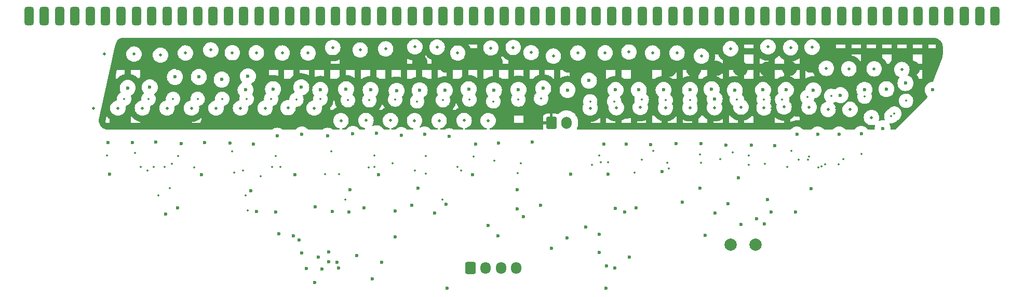
<source format=gbr>
%TF.GenerationSoftware,KiCad,Pcbnew,8.0.2*%
%TF.CreationDate,2024-05-31T12:09:55-04:00*%
%TF.ProjectId,kathodeDriver,6b617468-6f64-4654-9472-697665722e6b,rev?*%
%TF.SameCoordinates,Original*%
%TF.FileFunction,Copper,L2,Inr*%
%TF.FilePolarity,Positive*%
%FSLAX46Y46*%
G04 Gerber Fmt 4.6, Leading zero omitted, Abs format (unit mm)*
G04 Created by KiCad (PCBNEW 8.0.2) date 2024-05-31 12:09:55*
%MOMM*%
%LPD*%
G01*
G04 APERTURE LIST*
G04 Aperture macros list*
%AMRoundRect*
0 Rectangle with rounded corners*
0 $1 Rounding radius*
0 $2 $3 $4 $5 $6 $7 $8 $9 X,Y pos of 4 corners*
0 Add a 4 corners polygon primitive as box body*
4,1,4,$2,$3,$4,$5,$6,$7,$8,$9,$2,$3,0*
0 Add four circle primitives for the rounded corners*
1,1,$1+$1,$2,$3*
1,1,$1+$1,$4,$5*
1,1,$1+$1,$6,$7*
1,1,$1+$1,$8,$9*
0 Add four rect primitives between the rounded corners*
20,1,$1+$1,$2,$3,$4,$5,0*
20,1,$1+$1,$4,$5,$6,$7,0*
20,1,$1+$1,$6,$7,$8,$9,0*
20,1,$1+$1,$8,$9,$2,$3,0*%
G04 Aperture macros list end*
%TA.AperFunction,ComponentPad*%
%ADD10RoundRect,0.250000X-0.600000X-0.750000X0.600000X-0.750000X0.600000X0.750000X-0.600000X0.750000X0*%
%TD*%
%TA.AperFunction,ComponentPad*%
%ADD11O,1.700000X2.000000*%
%TD*%
%TA.AperFunction,ComponentPad*%
%ADD12RoundRect,0.250000X-0.600000X-0.725000X0.600000X-0.725000X0.600000X0.725000X-0.600000X0.725000X0*%
%TD*%
%TA.AperFunction,ComponentPad*%
%ADD13O,1.700000X1.950000*%
%TD*%
%TA.AperFunction,ComponentPad*%
%ADD14C,2.000000*%
%TD*%
%TA.AperFunction,ComponentPad*%
%ADD15RoundRect,0.375000X0.375000X-1.125000X0.375000X1.125000X-0.375000X1.125000X-0.375000X-1.125000X0*%
%TD*%
%TA.AperFunction,ViaPad*%
%ADD16C,0.600000*%
%TD*%
%TA.AperFunction,ViaPad*%
%ADD17C,0.500000*%
%TD*%
%TA.AperFunction,ViaPad*%
%ADD18C,0.350000*%
%TD*%
G04 APERTURE END LIST*
D10*
%TO.N,HT*%
%TO.C,J2*%
X163650000Y-70375000D03*
D11*
%TO.N,GND*%
X166150000Y-70375000D03*
%TD*%
D12*
%TO.N,VCC*%
%TO.C,J1*%
X150450000Y-94075000D03*
D13*
%TO.N,/INPUT_CLK*%
X152950000Y-94075000D03*
%TO.N,/RESET_COUNT*%
X155450000Y-94075000D03*
%TO.N,GND*%
X157950000Y-94075000D03*
%TD*%
D14*
%TO.N,Net-(U11-Cout)*%
%TO.C,TP2*%
X197000000Y-90300000D03*
%TD*%
D15*
%TO.N,/OUT_K0*%
%TO.C,U12*%
X78500000Y-53000000D03*
%TO.N,/OUT_K1*%
X81000000Y-53000000D03*
%TO.N,/OUT_K2*%
X83500000Y-53000000D03*
%TO.N,/OUT_K3*%
X86000000Y-53000000D03*
%TO.N,/OUT_K4*%
X88500000Y-53000000D03*
%TO.N,/OUT_K5*%
X91000000Y-53000000D03*
%TO.N,/OUT_K6*%
X93500000Y-53000000D03*
%TO.N,/OUT_K7*%
X96000000Y-53000000D03*
%TO.N,/OUT_K8*%
X98500000Y-53000000D03*
%TO.N,/OUT_K9*%
X101000000Y-53000000D03*
%TO.N,/OUT_K10*%
X103500000Y-53000000D03*
%TO.N,/OUT_K11*%
X106000000Y-53000000D03*
%TO.N,/OUT_K12*%
X108500000Y-53000000D03*
%TO.N,/OUT_K13*%
X111000000Y-53000000D03*
%TO.N,/OUT_K14*%
X113500000Y-53000000D03*
%TO.N,/OUT_K15*%
X116000000Y-53000000D03*
%TO.N,/OUT_K16*%
X118500000Y-53000000D03*
%TO.N,/OUT_K17*%
X121000000Y-53000000D03*
%TO.N,/OUT_K18*%
X123500000Y-53000000D03*
%TO.N,/OUT_K19*%
X126000000Y-53000000D03*
%TO.N,/OUT_K20*%
X128500000Y-53000000D03*
%TO.N,/OUT_K21*%
X131000000Y-53000000D03*
%TO.N,/OUT_K22*%
X133500000Y-53000000D03*
%TO.N,/OUT_K23*%
X136000000Y-53000000D03*
%TO.N,/OUT_K24*%
X138500000Y-53000000D03*
%TO.N,/OUT_K25*%
X141000000Y-53000000D03*
%TO.N,/OUT_K26*%
X143500000Y-53000000D03*
%TO.N,/OUT_K27*%
X146000000Y-53000000D03*
%TO.N,/OUT_K28*%
X148500000Y-53000000D03*
%TO.N,/OUT_K29*%
X151000000Y-53000000D03*
%TO.N,/OUT_K30*%
X153500000Y-53000000D03*
%TO.N,/OUT_K31*%
X156000000Y-53000000D03*
%TO.N,/OUT_K32*%
X158500000Y-53000000D03*
%TO.N,/OUT_K33*%
X161000000Y-53000000D03*
%TO.N,/OUT_K34*%
X163500000Y-53000000D03*
%TO.N,/OUT_K35*%
X166000000Y-53000000D03*
%TO.N,/OUT_K36*%
X168500000Y-53000000D03*
%TO.N,/OUT_K37*%
X171000000Y-53000000D03*
%TO.N,/OUT_K38*%
X173500000Y-53000000D03*
%TO.N,/OUT_K39*%
X176000000Y-53000000D03*
%TO.N,/OUT_K40*%
X178500000Y-53000000D03*
%TO.N,/OUT_K41*%
X181000000Y-53000000D03*
%TO.N,/OUT_K42*%
X183500000Y-53000000D03*
%TO.N,/OUT_K43*%
X186000000Y-53000000D03*
%TO.N,/OUT_K44*%
X188500000Y-53000000D03*
%TO.N,/OUT_K45*%
X191000000Y-53000000D03*
%TO.N,/OUT_K46*%
X193500000Y-53000000D03*
%TO.N,/OUT_K47*%
X196000000Y-53000000D03*
%TO.N,/OUT_K48*%
X198500000Y-53000000D03*
%TO.N,/OUT_K49*%
X201000000Y-53000000D03*
%TO.N,/OUT_K50*%
X203500000Y-53000000D03*
%TO.N,/OUT_K51*%
X206000000Y-53000000D03*
%TO.N,/OUT_K52*%
X208500000Y-53000000D03*
%TO.N,/OUT_K53*%
X211000000Y-53000000D03*
%TO.N,/OUT_K54*%
X213500000Y-53000000D03*
%TO.N,/OUT_K55*%
X216000000Y-53000000D03*
%TO.N,/OUT_K56*%
X218500000Y-53000000D03*
%TO.N,/OUT_K57*%
X221000000Y-53000000D03*
%TO.N,/OUT_K58*%
X223500000Y-53000000D03*
%TO.N,/OUT_K59*%
X226000000Y-53000000D03*
%TO.N,/OUT_K60*%
X228500000Y-53000000D03*
%TO.N,/OUT_K61*%
X231000000Y-53000000D03*
%TO.N,/OUT_K62*%
X233500000Y-53000000D03*
%TO.N,/OUT_K63*%
X236000000Y-53000000D03*
%TD*%
D14*
%TO.N,Net-(U11-Q9)*%
%TO.C,TP1*%
X192900000Y-90300000D03*
%TD*%
D16*
%TO.N,GND*%
X109922757Y-63324901D03*
X114200000Y-62800000D03*
X94600000Y-64700000D03*
X135500000Y-78900000D03*
X131300000Y-72200000D03*
X115100000Y-73900000D03*
X181700000Y-78400000D03*
X91400000Y-73600000D03*
X99200000Y-73500000D03*
X201919127Y-65025000D03*
X181970724Y-65025000D03*
X210800000Y-65888239D03*
X106600000Y-78900000D03*
X218300000Y-64900000D03*
X102700000Y-84300000D03*
X162339736Y-64775000D03*
X189800000Y-64900000D03*
X193582134Y-65056554D03*
X118300000Y-64900000D03*
X221413603Y-63913603D03*
X139200000Y-72400000D03*
X118700000Y-85000000D03*
X163700000Y-90900000D03*
X174145404Y-65025000D03*
X123000000Y-72300000D03*
X111300000Y-73700000D03*
X200100000Y-74100000D03*
X134200000Y-65025000D03*
X166800000Y-78800000D03*
X146700000Y-97400000D03*
X129000000Y-94100000D03*
X160600000Y-73500000D03*
X198191068Y-65025000D03*
X121900000Y-78900000D03*
X206404629Y-65090895D03*
X150200000Y-64900000D03*
X106200000Y-62900000D03*
X103300000Y-73800000D03*
X142200000Y-65100000D03*
X127200000Y-72500000D03*
X95400000Y-73600000D03*
X147000000Y-72600000D03*
X155073583Y-73679958D03*
X169800000Y-63500000D03*
X119000000Y-72500000D03*
X214200000Y-72200000D03*
X119200000Y-88500000D03*
X186293505Y-65030477D03*
X172200000Y-73900000D03*
X188100000Y-73800000D03*
X146500000Y-83700000D03*
X177917120Y-65025000D03*
X166312529Y-65033692D03*
X206000000Y-81200000D03*
X203700000Y-72300000D03*
X158300000Y-65000000D03*
X194200000Y-79400000D03*
X207100000Y-72300000D03*
X199500000Y-85000000D03*
X143000000Y-72300000D03*
X98200000Y-64600000D03*
X177500000Y-84300000D03*
X113813547Y-65025000D03*
X175900000Y-73900000D03*
X130200000Y-64900000D03*
X192100000Y-74025000D03*
X210600000Y-72300000D03*
X225842728Y-65025000D03*
X174000000Y-94100000D03*
X150800000Y-78900000D03*
X126000000Y-65025000D03*
X214729335Y-65000000D03*
X192500000Y-83600000D03*
X146300000Y-65100000D03*
X131900000Y-92100000D03*
X133100000Y-84300000D03*
X138448713Y-65166238D03*
X179826014Y-73951519D03*
X107100000Y-73600000D03*
X135200000Y-72100000D03*
X196254356Y-74041989D03*
X217700000Y-71300000D03*
X91600000Y-78800000D03*
X161900000Y-83900000D03*
X136000000Y-93200006D03*
X102300000Y-62900000D03*
X154309111Y-65081045D03*
X184000000Y-73800000D03*
X151300000Y-73900000D03*
X122900000Y-64600000D03*
%TO.N,VCC*%
X100800000Y-85300000D03*
X115600000Y-84900000D03*
X190400000Y-85100000D03*
X159100000Y-85700000D03*
X134500000Y-95875000D03*
X121600000Y-88900000D03*
X144600000Y-85100000D03*
X203500000Y-85000000D03*
X175600000Y-85000000D03*
X130700000Y-85000000D03*
X166200000Y-89200000D03*
D17*
%TO.N,HT*%
X222549999Y-61505029D03*
X192400000Y-67971458D03*
D16*
X107699999Y-70523473D03*
D17*
X110337567Y-60487644D03*
X131500000Y-69500000D03*
X214871225Y-62041166D03*
D16*
X94375000Y-60376262D03*
D17*
X151425216Y-69497907D03*
X225849189Y-59548729D03*
D16*
X98698699Y-61402091D03*
D17*
X139500000Y-69500000D03*
X182856202Y-61665141D03*
X210152579Y-68049504D03*
X203885251Y-68194528D03*
X202500000Y-61500000D03*
X214200000Y-68300000D03*
X134425216Y-60497907D03*
X172325348Y-68495877D03*
X130425216Y-60497907D03*
X154500000Y-60500000D03*
X158412693Y-60496621D03*
X147500000Y-69500000D03*
X190599859Y-61503997D03*
X199700000Y-68000000D03*
X188000000Y-68000000D03*
X119337567Y-69487644D03*
X122500000Y-60500000D03*
X209866866Y-59988781D03*
D16*
X99375123Y-69492576D03*
D17*
X194499999Y-61557066D03*
X186883247Y-61621501D03*
D18*
X206000000Y-61000000D03*
D17*
X111113563Y-69370943D03*
D16*
X103146954Y-69333521D03*
D17*
X196500000Y-68000000D03*
X115500000Y-69500000D03*
X150462500Y-60496624D03*
D16*
X91070172Y-67976344D03*
D17*
X184000000Y-68000000D03*
X135500000Y-69500000D03*
X142225960Y-60446456D03*
D16*
X102699999Y-61523473D03*
D17*
X160300000Y-70600000D03*
X198883247Y-61621501D03*
X126500000Y-60500000D03*
X219000000Y-62000000D03*
D16*
X95050000Y-67994570D03*
D17*
X176000000Y-68500000D03*
X178500000Y-61500000D03*
X207100000Y-68200000D03*
X123425216Y-69497907D03*
X166500000Y-61000000D03*
X114500000Y-60500000D03*
X170324170Y-60854562D03*
X142806534Y-67899487D03*
X174500000Y-57000000D03*
X127425216Y-69497907D03*
X146562509Y-60979707D03*
X162325000Y-60469494D03*
X217885529Y-68583099D03*
X106383247Y-60536496D03*
X155500000Y-69500000D03*
X180000000Y-68000000D03*
X118500000Y-60500000D03*
X138100216Y-60497907D03*
D16*
%TO.N,Net-(JP1-A)*%
X194600000Y-87000000D03*
X188775000Y-88775000D03*
D18*
%TO.N,/K0*%
X114200000Y-84700000D03*
X97800000Y-78200000D03*
X101500000Y-81100000D03*
X91200000Y-75700000D03*
%TO.N,/K8*%
X105400000Y-77700000D03*
X106000000Y-66500000D03*
%TO.N,/K16*%
X119500000Y-77600000D03*
X122100000Y-66600000D03*
%TO.N,/K24*%
X138200000Y-66600000D03*
X137800000Y-77000000D03*
%TO.N,/K32*%
X154400000Y-76600000D03*
X154200000Y-66900000D03*
%TO.N,/K40*%
X178400000Y-76400000D03*
X178400000Y-66600000D03*
%TO.N,/K48*%
X193900000Y-66600000D03*
X193200000Y-75200000D03*
D17*
%TO.N,/OUT_K0*%
X89000000Y-68000000D03*
%TO.N,/OUT_K8*%
X104008395Y-58986902D03*
%TO.N,/OUT_K16*%
X119792522Y-59000000D03*
%TO.N,/OUT_K24*%
X136652683Y-58320476D03*
%TO.N,/OUT_K32*%
X153820153Y-58175000D03*
%TO.N,/OUT_K40*%
X176328196Y-58834042D03*
%TO.N,/OUT_K48*%
X192899696Y-58305768D03*
%TO.N,/OUT_K56*%
X205700000Y-67833630D03*
D18*
%TO.N,/K1*%
X95800000Y-75300000D03*
X98800000Y-77600000D03*
%TO.N,/K9*%
X113400000Y-78200000D03*
X111600000Y-75100000D03*
%TO.N,/K17*%
X127800000Y-75100000D03*
X129100000Y-78800000D03*
%TO.N,/K25*%
X143200000Y-78700000D03*
X143200000Y-75800000D03*
%TO.N,/K33*%
X158200000Y-78600000D03*
X158300000Y-66600000D03*
%TO.N,/K41*%
X180300000Y-75000000D03*
X177200000Y-78500000D03*
%TO.N,/K49*%
X195900000Y-75700000D03*
X195900000Y-77300000D03*
%TO.N,/K57*%
X210500000Y-77200000D03*
X214753984Y-66125000D03*
D17*
%TO.N,/OUT_K1*%
X93000000Y-68000000D03*
%TO.N,/OUT_K9*%
X109000000Y-68000000D03*
%TO.N,/OUT_K17*%
X125000000Y-68000000D03*
%TO.N,/OUT_K25*%
X141367130Y-70043561D03*
%TO.N,/OUT_K33*%
X157453455Y-58097780D03*
%TO.N,/OUT_K41*%
X178171658Y-67901822D03*
%TO.N,/OUT_K49*%
X194597356Y-67835001D03*
%TO.N,/OUT_K57*%
X212171225Y-61584428D03*
D18*
%TO.N,/K2*%
X94000000Y-66500000D03*
X96700000Y-77600000D03*
%TO.N,/K10*%
X110000000Y-66500000D03*
X112000000Y-78500000D03*
%TO.N,/K18*%
X126800000Y-78800000D03*
X126000000Y-66500000D03*
%TO.N,/K26*%
X141400000Y-78200000D03*
X141800000Y-66900000D03*
%TO.N,/K34*%
X158700004Y-77000000D03*
X162014124Y-66414124D03*
%TO.N,/K42*%
X182300000Y-66700000D03*
X182600000Y-76900000D03*
%TO.N,/K50*%
X198500000Y-77100000D03*
X198300000Y-66600000D03*
D17*
%TO.N,/OUT_K2*%
X90778711Y-59167978D03*
%TO.N,/OUT_K10*%
X108150000Y-58484871D03*
%TO.N,/OUT_K18*%
X124000000Y-59000000D03*
%TO.N,/OUT_K26*%
X141416240Y-57992950D03*
%TO.N,/OUT_K34*%
X160366349Y-58930165D03*
%TO.N,/OUT_K42*%
X180175000Y-59000000D03*
%TO.N,/OUT_K50*%
X199000000Y-58000000D03*
%TO.N,/OUT_K58*%
X208800000Y-68200000D03*
D18*
%TO.N,/K59*%
X219100000Y-69300000D03*
X207200000Y-77700000D03*
D17*
%TO.N,/OUT_K3*%
X97000000Y-68000000D03*
%TO.N,/OUT_K11*%
X113000000Y-68000000D03*
%TO.N,/OUT_K19*%
X129367130Y-70043561D03*
%TO.N,/OUT_K27*%
X145367130Y-70043561D03*
%TO.N,/OUT_K35*%
X164000000Y-59500000D03*
%TO.N,/OUT_K43*%
X182276113Y-67936156D03*
%TO.N,/OUT_K51*%
X198346658Y-67975303D03*
%TO.N,/OUT_K59*%
X216300000Y-61584428D03*
D18*
%TO.N,/K4*%
X99600000Y-82300000D03*
X98000000Y-66500000D03*
%TO.N,/K12*%
X113800000Y-82259544D03*
X114000000Y-66500000D03*
%TO.N,/K20*%
X130100000Y-82900000D03*
X130500000Y-66700000D03*
%TO.N,/K28*%
X146000000Y-66700000D03*
X145900000Y-82900000D03*
%TO.N,/K36*%
X170300000Y-77300000D03*
X170000000Y-66900000D03*
%TO.N,/K44*%
X186300000Y-66700000D03*
X182800000Y-77900000D03*
%TO.N,/K52*%
X201300000Y-66600000D03*
X202100000Y-77600000D03*
D17*
%TO.N,/OUT_K4*%
X95625000Y-59167978D03*
%TO.N,/OUT_K12*%
X111655033Y-58949928D03*
%TO.N,/OUT_K20*%
X128033578Y-58106269D03*
%TO.N,/OUT_K28*%
X145045405Y-58045405D03*
%TO.N,/OUT_K36*%
X168000000Y-59000000D03*
%TO.N,/OUT_K44*%
X184163524Y-58995493D03*
%TO.N,/OUT_K52*%
X202680421Y-58132922D03*
%TO.N,/OUT_K60*%
X212376925Y-68209241D03*
D18*
%TO.N,/K5*%
X102800000Y-75800000D03*
X100600000Y-77600000D03*
%TO.N,/K13*%
X118700000Y-75800000D03*
X116300000Y-79100000D03*
%TO.N,/K21*%
X134800000Y-75700000D03*
X134800000Y-77600000D03*
%TO.N,/K29*%
X149000000Y-78200000D03*
X151000000Y-75900000D03*
%TO.N,/K37*%
X171500000Y-75700000D03*
X171700000Y-76800000D03*
%TO.N,/K45*%
X188100000Y-76900000D03*
X187900000Y-75600000D03*
%TO.N,/K53*%
X205500000Y-76425000D03*
X205400000Y-66200000D03*
%TO.N,/K61*%
X211300000Y-76300000D03*
X221500000Y-66800000D03*
D17*
%TO.N,/OUT_K5*%
X101000000Y-68000000D03*
%TO.N,/OUT_K13*%
X117000000Y-68000000D03*
%TO.N,/OUT_K21*%
X133444585Y-70019648D03*
%TO.N,/OUT_K29*%
X149444585Y-70019648D03*
%TO.N,/OUT_K37*%
X170000000Y-68000000D03*
%TO.N,/OUT_K45*%
X186276113Y-67936156D03*
%TO.N,/OUT_K53*%
X206184252Y-58050000D03*
%TO.N,/OUT_K61*%
X220820325Y-61699665D03*
D18*
%TO.N,/K6*%
X101800000Y-77100000D03*
X102000000Y-66500000D03*
%TO.N,/K14*%
X118100000Y-77600000D03*
X118000000Y-66500000D03*
%TO.N,/K22*%
X133900000Y-77700000D03*
X134000000Y-66700000D03*
%TO.N,/K30*%
X148400000Y-77600000D03*
X150300000Y-66600000D03*
%TO.N,/K38*%
X172900000Y-76800000D03*
X173900000Y-66900000D03*
%TO.N,/K54*%
X203968826Y-76425000D03*
X202825000Y-74937500D03*
%TO.N,/K62*%
X214200000Y-75500000D03*
X208300000Y-77200000D03*
D17*
%TO.N,/OUT_K6*%
X99941561Y-59345842D03*
%TO.N,/OUT_K14*%
X115577326Y-58972850D03*
%TO.N,/OUT_K22*%
X132500000Y-58500000D03*
%TO.N,/OUT_K30*%
X148405185Y-59004005D03*
%TO.N,/OUT_K38*%
X172446658Y-58975303D03*
%TO.N,/OUT_K46*%
X188150267Y-59499488D03*
%TO.N,/OUT_K54*%
X201600000Y-67800000D03*
%TO.N,/OUT_K62*%
X215868750Y-69531250D03*
D18*
%TO.N,/K55*%
X209300000Y-66000000D03*
X205700000Y-75900000D03*
%TO.N,/K63*%
X219600000Y-68900000D03*
X207700000Y-77500000D03*
D17*
%TO.N,/OUT_K7*%
X105000000Y-68000000D03*
%TO.N,/OUT_K15*%
X120731901Y-67926376D03*
%TO.N,/OUT_K23*%
X137444585Y-70019648D03*
%TO.N,/OUT_K31*%
X153367130Y-70043561D03*
%TO.N,/OUT_K39*%
X174276113Y-67936156D03*
%TO.N,/OUT_K55*%
X208500000Y-61500000D03*
D16*
%TO.N,Net-(U11-Q9)*%
X197095000Y-86087500D03*
%TO.N,Net-(U11-Cout)*%
X198400000Y-86900000D03*
%TO.N,Net-(U2-Reset)*%
X127400000Y-93100000D03*
X128700000Y-93200000D03*
%TO.N,Net-(U5-CLK)*%
X123000000Y-91700000D03*
X123700000Y-94200000D03*
%TO.N,/CLK*%
X122519683Y-89550000D03*
X172600000Y-97400000D03*
X127350000Y-91500000D03*
X172640000Y-93800000D03*
%TO.N,Net-(U7-CKEN)*%
X138200000Y-84800000D03*
X138200000Y-89000000D03*
%TO.N,Net-(U5-CKEN)*%
X125700000Y-92300000D03*
X126259620Y-94250000D03*
%TO.N,Net-(U6-CLK)*%
X125100000Y-96500000D03*
X128000000Y-84900000D03*
%TO.N,Net-(U9-CKEN)*%
X171500000Y-88600000D03*
X169300000Y-87400000D03*
%TO.N,Net-(U8-CKEN)*%
X155000000Y-88900000D03*
X153400000Y-87200000D03*
%TO.N,Net-(U11-CLK)*%
X176359620Y-92359620D03*
X171500000Y-91600000D03*
%TO.N,Net-(U5-Q0)*%
X125200000Y-84100000D03*
X114700000Y-81500000D03*
%TO.N,Net-(U6-Q0)*%
X130800000Y-81300000D03*
X140900000Y-83900000D03*
%TO.N,Net-(U7-Q0)*%
X141900000Y-81100000D03*
X158100544Y-84450000D03*
%TO.N,Net-(U8-Q0)*%
X158100000Y-81325000D03*
X174100000Y-84400000D03*
D18*
%TO.N,/K46*%
X191235876Y-76364124D03*
D16*
X190300000Y-66500000D03*
%TO.N,Net-(U10-Reset)*%
X172900000Y-78800000D03*
X185000000Y-83400000D03*
%TO.N,Net-(U10-Q0)*%
X187900000Y-81100000D03*
X198900000Y-82900000D03*
D17*
%TO.N,/OUT_K47*%
X190276113Y-67936156D03*
%TD*%
%TA.AperFunction,Conductor*%
%TO.N,HT*%
G36*
X141359826Y-56519685D02*
G01*
X141405581Y-56572489D01*
X141415525Y-56641647D01*
X141386500Y-56705203D01*
X141327722Y-56742977D01*
X141303594Y-56747527D01*
X141198263Y-56756743D01*
X141198260Y-56756743D01*
X140986917Y-56813372D01*
X140986908Y-56813376D01*
X140788601Y-56905848D01*
X140788597Y-56905850D01*
X140609361Y-57031352D01*
X140454642Y-57186071D01*
X140329140Y-57365307D01*
X140329138Y-57365311D01*
X140236666Y-57563618D01*
X140236662Y-57563627D01*
X140180033Y-57774970D01*
X140180033Y-57774973D01*
X140177202Y-57807328D01*
X140160963Y-57992947D01*
X140160963Y-57992952D01*
X140168325Y-58077098D01*
X140179759Y-58207800D01*
X140180033Y-58210925D01*
X140180033Y-58210929D01*
X140236662Y-58422272D01*
X140236664Y-58422276D01*
X140236665Y-58422280D01*
X140272907Y-58500002D01*
X140329137Y-58620588D01*
X140329138Y-58620589D01*
X140454642Y-58799827D01*
X140609363Y-58954548D01*
X140788601Y-59080052D01*
X140986910Y-59172525D01*
X141198263Y-59229157D01*
X141381166Y-59245158D01*
X141416238Y-59248227D01*
X141416240Y-59248227D01*
X141416242Y-59248227D01*
X141444494Y-59245755D01*
X141634217Y-59229157D01*
X141845570Y-59172525D01*
X142043879Y-59080052D01*
X142223117Y-58954548D01*
X142377838Y-58799827D01*
X142503342Y-58620589D01*
X142595815Y-58422280D01*
X142652447Y-58210927D01*
X142666928Y-58045402D01*
X143790128Y-58045402D01*
X143790128Y-58045407D01*
X143798671Y-58143051D01*
X143803844Y-58202189D01*
X143809198Y-58263380D01*
X143809198Y-58263384D01*
X143865827Y-58474727D01*
X143865829Y-58474731D01*
X143865830Y-58474735D01*
X143912066Y-58573889D01*
X143958302Y-58673043D01*
X143972004Y-58692611D01*
X144083807Y-58852282D01*
X144238528Y-59007003D01*
X144417766Y-59132507D01*
X144616075Y-59224980D01*
X144827428Y-59281612D01*
X145010331Y-59297613D01*
X145045403Y-59300682D01*
X145045405Y-59300682D01*
X145045407Y-59300682D01*
X145073659Y-59298210D01*
X145263382Y-59281612D01*
X145474735Y-59224980D01*
X145673044Y-59132507D01*
X145852282Y-59007003D01*
X145855283Y-59004002D01*
X147149908Y-59004002D01*
X147149908Y-59004007D01*
X147154109Y-59052021D01*
X147168627Y-59217975D01*
X147168978Y-59221980D01*
X147168978Y-59221984D01*
X147225607Y-59433327D01*
X147225609Y-59433331D01*
X147225610Y-59433335D01*
X147256719Y-59500049D01*
X147318082Y-59631643D01*
X147324577Y-59640919D01*
X147443587Y-59810882D01*
X147598308Y-59965603D01*
X147777546Y-60091107D01*
X147975855Y-60183580D01*
X147975861Y-60183581D01*
X147975862Y-60183582D01*
X148003733Y-60191050D01*
X148187208Y-60240212D01*
X148370111Y-60256213D01*
X148405183Y-60259282D01*
X148405185Y-60259282D01*
X148405187Y-60259282D01*
X148433439Y-60256810D01*
X148623162Y-60240212D01*
X148834515Y-60183580D01*
X149032824Y-60091107D01*
X149212062Y-59965603D01*
X149366783Y-59810882D01*
X149426335Y-59725833D01*
X155449178Y-59725833D01*
X155538200Y-59843717D01*
X155550246Y-59863173D01*
X155641114Y-60045661D01*
X155649380Y-60066998D01*
X155705169Y-60263076D01*
X155709374Y-60285569D01*
X155728184Y-60488559D01*
X155728184Y-60511441D01*
X155709374Y-60714431D01*
X155705169Y-60736925D01*
X155701449Y-60750000D01*
X156622491Y-60750000D01*
X156622491Y-60191230D01*
X156622081Y-60191050D01*
X156384310Y-60080175D01*
X156379461Y-60077784D01*
X156350439Y-60062677D01*
X156345695Y-60060074D01*
X156307971Y-60038295D01*
X156303347Y-60035490D01*
X156275731Y-60017898D01*
X156271229Y-60014890D01*
X156056310Y-59864401D01*
X156051948Y-59861202D01*
X156025989Y-59841283D01*
X156021771Y-59837898D01*
X155988404Y-59809901D01*
X155984336Y-59806333D01*
X155960198Y-59784215D01*
X155956289Y-59780473D01*
X155770762Y-59594946D01*
X155767020Y-59591037D01*
X155744902Y-59566899D01*
X155741334Y-59562831D01*
X155713337Y-59529464D01*
X155709952Y-59525246D01*
X155690033Y-59499287D01*
X155686835Y-59494925D01*
X155663839Y-59462084D01*
X155586774Y-59572145D01*
X155583575Y-59576507D01*
X155563656Y-59602466D01*
X155560271Y-59606684D01*
X155532274Y-59640051D01*
X155528706Y-59644119D01*
X155506588Y-59668257D01*
X155502846Y-59672167D01*
X155449178Y-59725833D01*
X149426335Y-59725833D01*
X149492287Y-59631644D01*
X149584760Y-59433335D01*
X149641392Y-59221982D01*
X149660462Y-59004005D01*
X149660111Y-58999997D01*
X149654845Y-58939799D01*
X149641392Y-58786028D01*
X149595851Y-58616066D01*
X149584762Y-58574682D01*
X149584761Y-58574681D01*
X149584760Y-58574675D01*
X149492287Y-58376367D01*
X149492285Y-58376364D01*
X149492284Y-58376362D01*
X149366784Y-58197129D01*
X149292941Y-58123286D01*
X149212062Y-58042407D01*
X149054058Y-57931771D01*
X149032823Y-57916902D01*
X148904859Y-57857232D01*
X148834515Y-57824430D01*
X148834511Y-57824429D01*
X148834507Y-57824427D01*
X148623162Y-57767798D01*
X148405187Y-57748728D01*
X148405183Y-57748728D01*
X148284503Y-57759286D01*
X148187208Y-57767798D01*
X148187205Y-57767798D01*
X147975862Y-57824427D01*
X147975853Y-57824431D01*
X147777546Y-57916903D01*
X147777542Y-57916905D01*
X147598306Y-58042407D01*
X147443587Y-58197126D01*
X147318085Y-58376362D01*
X147318083Y-58376366D01*
X147225611Y-58574673D01*
X147225607Y-58574682D01*
X147168978Y-58786025D01*
X147168978Y-58786029D01*
X147149908Y-59004002D01*
X145855283Y-59004002D01*
X146007003Y-58852282D01*
X146132507Y-58673044D01*
X146224980Y-58474735D01*
X146281612Y-58263382D01*
X146299795Y-58055541D01*
X146300682Y-58045407D01*
X146300682Y-58045402D01*
X146292950Y-57957023D01*
X146281612Y-57827428D01*
X146241290Y-57676946D01*
X146227104Y-57624000D01*
X150183808Y-57624000D01*
X150322297Y-57821784D01*
X150325304Y-57826285D01*
X150342895Y-57853899D01*
X150345702Y-57858524D01*
X150367480Y-57896247D01*
X150370081Y-57900988D01*
X150385188Y-57930009D01*
X150387580Y-57934860D01*
X150498454Y-58172630D01*
X150500632Y-58177579D01*
X150513151Y-58207800D01*
X150515111Y-58212840D01*
X150528638Y-58250000D01*
X151569626Y-58250000D01*
X151568776Y-58240285D01*
X151568422Y-58234888D01*
X151566994Y-58202189D01*
X151566876Y-58196779D01*
X151566876Y-58174997D01*
X152564876Y-58174997D01*
X152564876Y-58175002D01*
X152570605Y-58240483D01*
X152582492Y-58376362D01*
X152583946Y-58392975D01*
X152583946Y-58392979D01*
X152640575Y-58604322D01*
X152640577Y-58604326D01*
X152640578Y-58604330D01*
X152672620Y-58673044D01*
X152733050Y-58802638D01*
X152733051Y-58802639D01*
X152858555Y-58981877D01*
X153013276Y-59136598D01*
X153192514Y-59262102D01*
X153390823Y-59354575D01*
X153390829Y-59354576D01*
X153390830Y-59354577D01*
X153409188Y-59359496D01*
X153602176Y-59411207D01*
X153785079Y-59427208D01*
X153820151Y-59430277D01*
X153820153Y-59430277D01*
X153820155Y-59430277D01*
X153848407Y-59427805D01*
X154038130Y-59411207D01*
X154249483Y-59354575D01*
X154447792Y-59262102D01*
X154627030Y-59136598D01*
X154781751Y-58981877D01*
X154907255Y-58802639D01*
X154999728Y-58604330D01*
X155056360Y-58392977D01*
X155073844Y-58193124D01*
X155075430Y-58175002D01*
X155075430Y-58174997D01*
X155068674Y-58097777D01*
X156198178Y-58097777D01*
X156198178Y-58097782D01*
X156204359Y-58168427D01*
X156216090Y-58302526D01*
X156217248Y-58315755D01*
X156217248Y-58315759D01*
X156273877Y-58527102D01*
X156273879Y-58527106D01*
X156273880Y-58527110D01*
X156294196Y-58570677D01*
X156366352Y-58725418D01*
X156375616Y-58738648D01*
X156491857Y-58904657D01*
X156646578Y-59059378D01*
X156825816Y-59184882D01*
X157024125Y-59277355D01*
X157024131Y-59277356D01*
X157024132Y-59277357D01*
X157054819Y-59285579D01*
X157235478Y-59333987D01*
X157418381Y-59349988D01*
X157453453Y-59353057D01*
X157453455Y-59353057D01*
X157453457Y-59353057D01*
X157481709Y-59350585D01*
X157671432Y-59333987D01*
X157882785Y-59277355D01*
X158081094Y-59184882D01*
X158260332Y-59059378D01*
X158389548Y-58930162D01*
X159111072Y-58930162D01*
X159111072Y-58930167D01*
X159115021Y-58975300D01*
X159127036Y-59112645D01*
X159130142Y-59148140D01*
X159130142Y-59148144D01*
X159186771Y-59359487D01*
X159186773Y-59359491D01*
X159186774Y-59359495D01*
X159221206Y-59433335D01*
X159279246Y-59557803D01*
X159293085Y-59577567D01*
X159404751Y-59737042D01*
X159559472Y-59891763D01*
X159738710Y-60017267D01*
X159937019Y-60109740D01*
X159937025Y-60109741D01*
X159937026Y-60109742D01*
X159967010Y-60117776D01*
X160148372Y-60166372D01*
X160331275Y-60182373D01*
X160366347Y-60185442D01*
X160366349Y-60185442D01*
X160366351Y-60185442D01*
X160395119Y-60182925D01*
X160584326Y-60166372D01*
X160795679Y-60109740D01*
X160993988Y-60017267D01*
X161173226Y-59891763D01*
X161327947Y-59737042D01*
X161453451Y-59557804D01*
X161480407Y-59499997D01*
X162744723Y-59499997D01*
X162744723Y-59500002D01*
X162748395Y-59541974D01*
X162763748Y-59717467D01*
X162763793Y-59717975D01*
X162763793Y-59717979D01*
X162820422Y-59929322D01*
X162820424Y-59929326D01*
X162820425Y-59929330D01*
X162847998Y-59988461D01*
X162912897Y-60127638D01*
X162914251Y-60129571D01*
X163038402Y-60306877D01*
X163193123Y-60461598D01*
X163372361Y-60587102D01*
X163570670Y-60679575D01*
X163570676Y-60679576D01*
X163570677Y-60679577D01*
X163576111Y-60681033D01*
X163782023Y-60736207D01*
X163964926Y-60752208D01*
X163999998Y-60755277D01*
X164000000Y-60755277D01*
X164000002Y-60755277D01*
X164028254Y-60752805D01*
X164217977Y-60736207D01*
X164429330Y-60679575D01*
X164627639Y-60587102D01*
X164806877Y-60461598D01*
X164961598Y-60306877D01*
X165087102Y-60127639D01*
X165179575Y-59929330D01*
X165236207Y-59717977D01*
X165254718Y-59506388D01*
X165255277Y-59500002D01*
X165255277Y-59499997D01*
X165250729Y-59448013D01*
X165236207Y-59282023D01*
X165179575Y-59070670D01*
X165146619Y-58999997D01*
X166744723Y-58999997D01*
X166744723Y-59000002D01*
X166763793Y-59217975D01*
X166763793Y-59217979D01*
X166820422Y-59429322D01*
X166820424Y-59429326D01*
X166820425Y-59429330D01*
X166853139Y-59499485D01*
X166912897Y-59627638D01*
X166924293Y-59643913D01*
X167038402Y-59806877D01*
X167193123Y-59961598D01*
X167372361Y-60087102D01*
X167570670Y-60179575D01*
X167570676Y-60179576D01*
X167570677Y-60179577D01*
X167601364Y-60187799D01*
X167782023Y-60236207D01*
X167955422Y-60251377D01*
X167999998Y-60255277D01*
X168000000Y-60255277D01*
X168000002Y-60255277D01*
X168028254Y-60252805D01*
X168217977Y-60236207D01*
X168429330Y-60179575D01*
X168627639Y-60087102D01*
X168806877Y-59961598D01*
X168961598Y-59806877D01*
X169087102Y-59627639D01*
X169179575Y-59429330D01*
X169236207Y-59217977D01*
X169254665Y-59006998D01*
X169255277Y-59000002D01*
X169255277Y-58999997D01*
X169253116Y-58975300D01*
X171191381Y-58975300D01*
X171191381Y-58975305D01*
X171199680Y-59070165D01*
X171210236Y-59190827D01*
X171210451Y-59193278D01*
X171210451Y-59193282D01*
X171267080Y-59404625D01*
X171267082Y-59404629D01*
X171267083Y-59404633D01*
X171300870Y-59477089D01*
X171359555Y-59602941D01*
X171373693Y-59623132D01*
X171485060Y-59782180D01*
X171639781Y-59936901D01*
X171819019Y-60062405D01*
X172017328Y-60154878D01*
X172228681Y-60211510D01*
X172396502Y-60226192D01*
X172446656Y-60230580D01*
X172446658Y-60230580D01*
X172446660Y-60230580D01*
X172477040Y-60227922D01*
X172664635Y-60211510D01*
X172875988Y-60154878D01*
X173074297Y-60062405D01*
X173253535Y-59936901D01*
X173408256Y-59782180D01*
X173533760Y-59602942D01*
X173626233Y-59404633D01*
X173682865Y-59193280D01*
X173699775Y-58999997D01*
X173701935Y-58975305D01*
X173701935Y-58975300D01*
X173696792Y-58916519D01*
X173689576Y-58834039D01*
X175072919Y-58834039D01*
X175072919Y-58834044D01*
X175079840Y-58913150D01*
X175087788Y-59004005D01*
X175091989Y-59052017D01*
X175091989Y-59052021D01*
X175148618Y-59263364D01*
X175148620Y-59263368D01*
X175148621Y-59263372D01*
X175181549Y-59333986D01*
X175241093Y-59461680D01*
X175246302Y-59469119D01*
X175366598Y-59640919D01*
X175521319Y-59795640D01*
X175700557Y-59921144D01*
X175898866Y-60013617D01*
X175898872Y-60013618D01*
X175898873Y-60013619D01*
X175912488Y-60017267D01*
X176110219Y-60070249D01*
X176292773Y-60086220D01*
X176328194Y-60089319D01*
X176328196Y-60089319D01*
X176328198Y-60089319D01*
X176356450Y-60086847D01*
X176546173Y-60070249D01*
X176757526Y-60013617D01*
X176955835Y-59921144D01*
X177135073Y-59795640D01*
X177289794Y-59640919D01*
X177415298Y-59461681D01*
X177507771Y-59263372D01*
X177564403Y-59052019D01*
X177568954Y-58999997D01*
X178919723Y-58999997D01*
X178919723Y-59000002D01*
X178938793Y-59217975D01*
X178938793Y-59217979D01*
X178995422Y-59429322D01*
X178995424Y-59429326D01*
X178995425Y-59429330D01*
X179028139Y-59499485D01*
X179087897Y-59627638D01*
X179099293Y-59643913D01*
X179213402Y-59806877D01*
X179368123Y-59961598D01*
X179547361Y-60087102D01*
X179745670Y-60179575D01*
X179745676Y-60179576D01*
X179745677Y-60179577D01*
X179776364Y-60187799D01*
X179957023Y-60236207D01*
X180130422Y-60251377D01*
X180174998Y-60255277D01*
X180175000Y-60255277D01*
X180175002Y-60255277D01*
X180203254Y-60252805D01*
X180392977Y-60236207D01*
X180604330Y-60179575D01*
X180802639Y-60087102D01*
X180981877Y-59961598D01*
X181136598Y-59806877D01*
X181262102Y-59627639D01*
X181354575Y-59429330D01*
X181411207Y-59217977D01*
X181429665Y-59006998D01*
X181430277Y-59000002D01*
X181430277Y-58999997D01*
X181429883Y-58995490D01*
X182908247Y-58995490D01*
X182908247Y-58995495D01*
X182917782Y-59104481D01*
X182926565Y-59204879D01*
X182927317Y-59213468D01*
X182927317Y-59213472D01*
X182983946Y-59424815D01*
X182983948Y-59424819D01*
X182983949Y-59424823D01*
X183019029Y-59500053D01*
X183076421Y-59623131D01*
X183088879Y-59640923D01*
X183201926Y-59802370D01*
X183356647Y-59957091D01*
X183535885Y-60082595D01*
X183734194Y-60175068D01*
X183945547Y-60231700D01*
X184128450Y-60247701D01*
X184163522Y-60250770D01*
X184163524Y-60250770D01*
X184163526Y-60250770D01*
X184191778Y-60248298D01*
X184381501Y-60231700D01*
X184592854Y-60175068D01*
X184791163Y-60082595D01*
X184970401Y-59957091D01*
X185125122Y-59802370D01*
X185250626Y-59623132D01*
X185308284Y-59499485D01*
X186894990Y-59499485D01*
X186894990Y-59499490D01*
X186901331Y-59571973D01*
X186913592Y-59712121D01*
X186914060Y-59717463D01*
X186914060Y-59717467D01*
X186970689Y-59928810D01*
X186970691Y-59928814D01*
X186970692Y-59928818D01*
X187012231Y-60017898D01*
X187063164Y-60127126D01*
X187081103Y-60152745D01*
X187188669Y-60306365D01*
X187343390Y-60461086D01*
X187522628Y-60586590D01*
X187720937Y-60679063D01*
X187720943Y-60679064D01*
X187720944Y-60679065D01*
X187751631Y-60687287D01*
X187932290Y-60735695D01*
X188115193Y-60751696D01*
X188150265Y-60754765D01*
X188150267Y-60754765D01*
X188150269Y-60754765D01*
X188178521Y-60752293D01*
X188368244Y-60735695D01*
X188579597Y-60679063D01*
X188777906Y-60586590D01*
X188957144Y-60461086D01*
X189089135Y-60329095D01*
X190244314Y-60329095D01*
X190252746Y-60325829D01*
X190274755Y-60319567D01*
X190475144Y-60282108D01*
X190497929Y-60279997D01*
X190701789Y-60279997D01*
X190724574Y-60282108D01*
X190924963Y-60319567D01*
X190946972Y-60325829D01*
X191137066Y-60399471D01*
X191157550Y-60409671D01*
X191330875Y-60516990D01*
X191349135Y-60530780D01*
X191499790Y-60668120D01*
X191515206Y-60685030D01*
X191564269Y-60750000D01*
X191622491Y-60750000D01*
X191622491Y-60501624D01*
X195120491Y-60501624D01*
X195231015Y-60570059D01*
X195249275Y-60583849D01*
X195399930Y-60721189D01*
X195415346Y-60738100D01*
X195424332Y-60750000D01*
X196622491Y-60750000D01*
X197620491Y-60750000D01*
X198022394Y-60750000D01*
X198133971Y-60648284D01*
X198152231Y-60634494D01*
X198325556Y-60527175D01*
X198346040Y-60516975D01*
X198536134Y-60443333D01*
X198558143Y-60437071D01*
X198758532Y-60399612D01*
X198781317Y-60397501D01*
X198985177Y-60397501D01*
X199007962Y-60399612D01*
X199122491Y-60421021D01*
X199122491Y-60246372D01*
X199065285Y-60251377D01*
X199059888Y-60251731D01*
X199027189Y-60253159D01*
X199021779Y-60253277D01*
X198978221Y-60253277D01*
X198972811Y-60253159D01*
X198940112Y-60251731D01*
X198934715Y-60251377D01*
X198673353Y-60228511D01*
X198667977Y-60227922D01*
X198635538Y-60223652D01*
X198630194Y-60222830D01*
X198587297Y-60215268D01*
X198581987Y-60214212D01*
X198550022Y-60207126D01*
X198544765Y-60205840D01*
X198291323Y-60137930D01*
X198286127Y-60136415D01*
X198254892Y-60126566D01*
X198249766Y-60124826D01*
X198208835Y-60109926D01*
X198203797Y-60107966D01*
X198173577Y-60095448D01*
X198168626Y-60093270D01*
X197930855Y-59982395D01*
X197926006Y-59980004D01*
X197896984Y-59964897D01*
X197892240Y-59962294D01*
X197879509Y-59954944D01*
X200120491Y-59954944D01*
X200120491Y-60750000D01*
X201532571Y-60750000D01*
X201584653Y-60681033D01*
X201600068Y-60664123D01*
X201622491Y-60643681D01*
X201622491Y-60365553D01*
X202959971Y-60365553D01*
X203037207Y-60395474D01*
X203057691Y-60405674D01*
X203231016Y-60512993D01*
X203249276Y-60526783D01*
X203399931Y-60664123D01*
X203415347Y-60681033D01*
X203467429Y-60750000D01*
X204122491Y-60750000D01*
X204122491Y-59864325D01*
X204112105Y-59873040D01*
X204107887Y-59876425D01*
X204081928Y-59896344D01*
X204077566Y-59899543D01*
X203862647Y-60050032D01*
X203858145Y-60053040D01*
X203830529Y-60070632D01*
X203825905Y-60073437D01*
X203788181Y-60095216D01*
X203783437Y-60097819D01*
X203754415Y-60112926D01*
X203749566Y-60115317D01*
X203511795Y-60226192D01*
X203506844Y-60228370D01*
X203476624Y-60240888D01*
X203471586Y-60242848D01*
X203430655Y-60257748D01*
X203425529Y-60259488D01*
X203394294Y-60269337D01*
X203389098Y-60270852D01*
X203135656Y-60338762D01*
X203130399Y-60340048D01*
X203098434Y-60347134D01*
X203093124Y-60348190D01*
X203050227Y-60355752D01*
X203044883Y-60356574D01*
X203012444Y-60360844D01*
X203007068Y-60361433D01*
X202959971Y-60365553D01*
X201622491Y-60365553D01*
X201622491Y-60120546D01*
X201611276Y-60115317D01*
X201606427Y-60112926D01*
X201577405Y-60097819D01*
X201572661Y-60095216D01*
X201534937Y-60073437D01*
X201530313Y-60070632D01*
X201502697Y-60053040D01*
X201498195Y-60050032D01*
X201283276Y-59899543D01*
X201278914Y-59896344D01*
X201252955Y-59876425D01*
X201248737Y-59873040D01*
X201215370Y-59845043D01*
X201211302Y-59841475D01*
X201187164Y-59819357D01*
X201183255Y-59815615D01*
X200997728Y-59630088D01*
X200993986Y-59626179D01*
X200971868Y-59602041D01*
X200968300Y-59597973D01*
X200940303Y-59564606D01*
X200936918Y-59560388D01*
X200916999Y-59534429D01*
X200913800Y-59530067D01*
X200793673Y-59358509D01*
X200766621Y-59397145D01*
X200763422Y-59401507D01*
X200743503Y-59427466D01*
X200740118Y-59431684D01*
X200712121Y-59465051D01*
X200708553Y-59469119D01*
X200686435Y-59493257D01*
X200682693Y-59497166D01*
X200497166Y-59682693D01*
X200493257Y-59686435D01*
X200469119Y-59708553D01*
X200465051Y-59712121D01*
X200431684Y-59740118D01*
X200427466Y-59743503D01*
X200401507Y-59763422D01*
X200397145Y-59766621D01*
X200182226Y-59917110D01*
X200177724Y-59920118D01*
X200150108Y-59937710D01*
X200145484Y-59940515D01*
X200120491Y-59954944D01*
X197879509Y-59954944D01*
X197854516Y-59940515D01*
X197849892Y-59937710D01*
X197822276Y-59920118D01*
X197817774Y-59917110D01*
X197620491Y-59778969D01*
X197620491Y-60750000D01*
X196622491Y-60750000D01*
X196622491Y-59248000D01*
X195120491Y-59248000D01*
X195120491Y-60501624D01*
X191622491Y-60501624D01*
X191622491Y-60156371D01*
X191502552Y-60072389D01*
X191498189Y-60069190D01*
X191472230Y-60049271D01*
X191468012Y-60045886D01*
X191434645Y-60017889D01*
X191430577Y-60014321D01*
X191406439Y-59992203D01*
X191402530Y-59988461D01*
X191217003Y-59802934D01*
X191213261Y-59799025D01*
X191191143Y-59774887D01*
X191187575Y-59770819D01*
X191159578Y-59737452D01*
X191156193Y-59733234D01*
X191136274Y-59707275D01*
X191133075Y-59702913D01*
X190982586Y-59487994D01*
X190979578Y-59483492D01*
X190961986Y-59455876D01*
X190959181Y-59451252D01*
X190937402Y-59413528D01*
X190934799Y-59408784D01*
X190919692Y-59379762D01*
X190917301Y-59374913D01*
X190858120Y-59248000D01*
X190385353Y-59248000D01*
X190401644Y-59434203D01*
X190401998Y-59439600D01*
X190403426Y-59472299D01*
X190403544Y-59477709D01*
X190403544Y-59521267D01*
X190403426Y-59526677D01*
X190401998Y-59559376D01*
X190401644Y-59564773D01*
X190378778Y-59826135D01*
X190378189Y-59831511D01*
X190373919Y-59863950D01*
X190373097Y-59869294D01*
X190365535Y-59912191D01*
X190364479Y-59917501D01*
X190357393Y-59949466D01*
X190356107Y-59954723D01*
X190288197Y-60208165D01*
X190286682Y-60213361D01*
X190276833Y-60244596D01*
X190275093Y-60249722D01*
X190260193Y-60290653D01*
X190258233Y-60295691D01*
X190245715Y-60325911D01*
X190244314Y-60329095D01*
X189089135Y-60329095D01*
X189111865Y-60306365D01*
X189237369Y-60127127D01*
X189329842Y-59928818D01*
X189386474Y-59717465D01*
X189404229Y-59514524D01*
X189405544Y-59499490D01*
X189405544Y-59499485D01*
X189400908Y-59446498D01*
X189386474Y-59281511D01*
X189345167Y-59127353D01*
X189329844Y-59070165D01*
X189329843Y-59070164D01*
X189329842Y-59070158D01*
X189237369Y-58871850D01*
X189237367Y-58871847D01*
X189237366Y-58871845D01*
X189111866Y-58692612D01*
X189035316Y-58616062D01*
X188957144Y-58537890D01*
X188778640Y-58412900D01*
X188777905Y-58412385D01*
X188646051Y-58350901D01*
X188579597Y-58319913D01*
X188579593Y-58319912D01*
X188579589Y-58319910D01*
X188526798Y-58305765D01*
X191644419Y-58305765D01*
X191644419Y-58305770D01*
X191649099Y-58359259D01*
X191661411Y-58499997D01*
X191663489Y-58523743D01*
X191663489Y-58523747D01*
X191720118Y-58735090D01*
X191720120Y-58735094D01*
X191720121Y-58735098D01*
X191751616Y-58802639D01*
X191812593Y-58933406D01*
X191827397Y-58954548D01*
X191938098Y-59112645D01*
X192092819Y-59267366D01*
X192272057Y-59392870D01*
X192470366Y-59485343D01*
X192470372Y-59485344D01*
X192470373Y-59485345D01*
X192483939Y-59488980D01*
X192681719Y-59541975D01*
X192862639Y-59557803D01*
X192899694Y-59561045D01*
X192899696Y-59561045D01*
X192899698Y-59561045D01*
X192927950Y-59558573D01*
X193117673Y-59541975D01*
X193329026Y-59485343D01*
X193527335Y-59392870D01*
X193706573Y-59267366D01*
X193861294Y-59112645D01*
X193986798Y-58933407D01*
X194079271Y-58735098D01*
X194135903Y-58523745D01*
X194153691Y-58320422D01*
X194154973Y-58305770D01*
X194154973Y-58305765D01*
X194149632Y-58244723D01*
X194135903Y-58087791D01*
X194094925Y-57934860D01*
X194092127Y-57924417D01*
X195120491Y-57924417D01*
X195122526Y-57935962D01*
X195123348Y-57941306D01*
X195127618Y-57973745D01*
X195128207Y-57979121D01*
X195151073Y-58240483D01*
X195151427Y-58245880D01*
X195151607Y-58250000D01*
X196622491Y-58250000D01*
X196622491Y-57999997D01*
X197744723Y-57999997D01*
X197744723Y-58000002D01*
X197752404Y-58087792D01*
X197763176Y-58210929D01*
X197763793Y-58217975D01*
X197763793Y-58217979D01*
X197820422Y-58429322D01*
X197820424Y-58429326D01*
X197820425Y-58429330D01*
X197853768Y-58500835D01*
X197912897Y-58627638D01*
X197912898Y-58627639D01*
X198038402Y-58806877D01*
X198193123Y-58961598D01*
X198372361Y-59087102D01*
X198570670Y-59179575D01*
X198782023Y-59236207D01*
X198964926Y-59252208D01*
X198999998Y-59255277D01*
X199000000Y-59255277D01*
X199000002Y-59255277D01*
X199028254Y-59252805D01*
X199217977Y-59236207D01*
X199429330Y-59179575D01*
X199627639Y-59087102D01*
X199806877Y-58961598D01*
X199961598Y-58806877D01*
X200087102Y-58627639D01*
X200179575Y-58429330D01*
X200236207Y-58217977D01*
X200243648Y-58132919D01*
X201425144Y-58132919D01*
X201425144Y-58132924D01*
X201432136Y-58212840D01*
X201443716Y-58345212D01*
X201444214Y-58350897D01*
X201444214Y-58350901D01*
X201500843Y-58562244D01*
X201500845Y-58562248D01*
X201500846Y-58562252D01*
X201547082Y-58661406D01*
X201593318Y-58760560D01*
X201611149Y-58786025D01*
X201718823Y-58939799D01*
X201873544Y-59094520D01*
X202052782Y-59220024D01*
X202251091Y-59312497D01*
X202462444Y-59369129D01*
X202645347Y-59385130D01*
X202680419Y-59388199D01*
X202680421Y-59388199D01*
X202680423Y-59388199D01*
X202708675Y-59385727D01*
X202806783Y-59377144D01*
X212620491Y-59377144D01*
X212621203Y-59377302D01*
X212626460Y-59378588D01*
X212879902Y-59446498D01*
X212885098Y-59448013D01*
X212916333Y-59457862D01*
X212921459Y-59459602D01*
X212962390Y-59474502D01*
X212967428Y-59476462D01*
X212997648Y-59488980D01*
X213002599Y-59491158D01*
X213240370Y-59602033D01*
X213245219Y-59604424D01*
X213274241Y-59619531D01*
X213278985Y-59622134D01*
X213316709Y-59643913D01*
X213321333Y-59646718D01*
X213348949Y-59664310D01*
X213353451Y-59667318D01*
X213568370Y-59817807D01*
X213572732Y-59821006D01*
X213598691Y-59840925D01*
X213602909Y-59844310D01*
X213636276Y-59872307D01*
X213640344Y-59875875D01*
X213664481Y-59897992D01*
X213668390Y-59901734D01*
X213853918Y-60087261D01*
X213857660Y-60091170D01*
X213879778Y-60115308D01*
X213883346Y-60119376D01*
X213911345Y-60152745D01*
X213914731Y-60156964D01*
X213934651Y-60182925D01*
X213937849Y-60187287D01*
X214088337Y-60402207D01*
X214091344Y-60406708D01*
X214108935Y-60434322D01*
X214111742Y-60438947D01*
X214122491Y-60457565D01*
X214122491Y-59764133D01*
X217620491Y-59764133D01*
X217697145Y-59817808D01*
X217701507Y-59821006D01*
X217727466Y-59840925D01*
X217731684Y-59844310D01*
X217765051Y-59872307D01*
X217769119Y-59875875D01*
X217793256Y-59897992D01*
X217797165Y-59901734D01*
X217982693Y-60087261D01*
X217986435Y-60091170D01*
X218008553Y-60115308D01*
X218012121Y-60119376D01*
X218040120Y-60152745D01*
X218043506Y-60156964D01*
X218063426Y-60182925D01*
X218066624Y-60187287D01*
X218217112Y-60402207D01*
X218220119Y-60406708D01*
X218237710Y-60434322D01*
X218240517Y-60438947D01*
X218262295Y-60476670D01*
X218264896Y-60481411D01*
X218280003Y-60510432D01*
X218282395Y-60515283D01*
X218391845Y-60750000D01*
X218782215Y-60750000D01*
X218837930Y-60630520D01*
X218840322Y-60625669D01*
X218855429Y-60596648D01*
X218858030Y-60591907D01*
X218879808Y-60554184D01*
X218882615Y-60549559D01*
X218900206Y-60521945D01*
X218903213Y-60517444D01*
X219053701Y-60302524D01*
X219056899Y-60298162D01*
X219070045Y-60281029D01*
X222620491Y-60281029D01*
X222651929Y-60281029D01*
X222674714Y-60283140D01*
X222875103Y-60320599D01*
X222897112Y-60326861D01*
X223087206Y-60400503D01*
X223107690Y-60410703D01*
X223281015Y-60518022D01*
X223299275Y-60531812D01*
X223449930Y-60669152D01*
X223465346Y-60686062D01*
X223513630Y-60750000D01*
X224122491Y-60750000D01*
X224122491Y-59248000D01*
X222620491Y-59248000D01*
X222620491Y-60281029D01*
X219070045Y-60281029D01*
X219076819Y-60272201D01*
X219080205Y-60267982D01*
X219108203Y-60234614D01*
X219111771Y-60230546D01*
X219122491Y-60218846D01*
X219122491Y-59248000D01*
X217620491Y-59248000D01*
X217620491Y-59764133D01*
X214122491Y-59764133D01*
X214122491Y-59248000D01*
X212620491Y-59248000D01*
X212620491Y-59377144D01*
X202806783Y-59377144D01*
X202898398Y-59369129D01*
X203109751Y-59312497D01*
X203308060Y-59220024D01*
X203487298Y-59094520D01*
X203642019Y-58939799D01*
X203767523Y-58760561D01*
X203859996Y-58562252D01*
X203916628Y-58350899D01*
X203935698Y-58132922D01*
X203933366Y-58106271D01*
X203928928Y-58055539D01*
X203928443Y-58049997D01*
X204928975Y-58049997D01*
X204928975Y-58050002D01*
X204937116Y-58143051D01*
X204947950Y-58266895D01*
X204948045Y-58267975D01*
X204948045Y-58267979D01*
X205004674Y-58479322D01*
X205004676Y-58479326D01*
X205004677Y-58479330D01*
X205043344Y-58562252D01*
X205097149Y-58677638D01*
X205121342Y-58712189D01*
X205222654Y-58856877D01*
X205377375Y-59011598D01*
X205556613Y-59137102D01*
X205754922Y-59229575D01*
X205966275Y-59286207D01*
X206149178Y-59302208D01*
X206184250Y-59305277D01*
X206184252Y-59305277D01*
X206184254Y-59305277D01*
X206212506Y-59302805D01*
X206402229Y-59286207D01*
X206613582Y-59229575D01*
X206811891Y-59137102D01*
X206991129Y-59011598D01*
X207145850Y-58856877D01*
X207271354Y-58677639D01*
X207363827Y-58479330D01*
X207420459Y-58267977D01*
X207422032Y-58250000D01*
X210120491Y-58250000D01*
X211622491Y-58250000D01*
X212620491Y-58250000D01*
X214122491Y-58250000D01*
X215120491Y-58250000D01*
X216622491Y-58250000D01*
X217620491Y-58250000D01*
X219122491Y-58250000D01*
X220120491Y-58250000D01*
X221622491Y-58250000D01*
X222620491Y-58250000D01*
X224122491Y-58250000D01*
X225120491Y-58250000D01*
X226376000Y-58250000D01*
X226376000Y-57674395D01*
X226352785Y-57647214D01*
X226325605Y-57624000D01*
X225120491Y-57624000D01*
X225120491Y-58250000D01*
X224122491Y-58250000D01*
X224122491Y-57624000D01*
X222620491Y-57624000D01*
X222620491Y-58250000D01*
X221622491Y-58250000D01*
X221622491Y-57624000D01*
X220120491Y-57624000D01*
X220120491Y-58250000D01*
X219122491Y-58250000D01*
X219122491Y-57624000D01*
X217620491Y-57624000D01*
X217620491Y-58250000D01*
X216622491Y-58250000D01*
X216622491Y-57624000D01*
X215120491Y-57624000D01*
X215120491Y-58250000D01*
X214122491Y-58250000D01*
X214122491Y-57624000D01*
X212620491Y-57624000D01*
X212620491Y-58250000D01*
X211622491Y-58250000D01*
X211622491Y-57624000D01*
X210120491Y-57624000D01*
X210120491Y-58250000D01*
X207422032Y-58250000D01*
X207439044Y-58055541D01*
X207439529Y-58050002D01*
X207439529Y-58049997D01*
X207432405Y-57968568D01*
X207420459Y-57832023D01*
X207372882Y-57654464D01*
X207363829Y-57620677D01*
X207363828Y-57620676D01*
X207363827Y-57620670D01*
X207271354Y-57422362D01*
X207271352Y-57422359D01*
X207271351Y-57422357D01*
X207145851Y-57243124D01*
X207074051Y-57171324D01*
X206991129Y-57088402D01*
X206811891Y-56962898D01*
X206811892Y-56962898D01*
X206811890Y-56962897D01*
X206704666Y-56912898D01*
X206613582Y-56870425D01*
X206613578Y-56870424D01*
X206613574Y-56870422D01*
X206402229Y-56813793D01*
X206184254Y-56794723D01*
X206184250Y-56794723D01*
X206038934Y-56807436D01*
X205966275Y-56813793D01*
X205966272Y-56813793D01*
X205754929Y-56870422D01*
X205754920Y-56870426D01*
X205556613Y-56962898D01*
X205556609Y-56962900D01*
X205377373Y-57088402D01*
X205222654Y-57243121D01*
X205097152Y-57422357D01*
X205097150Y-57422361D01*
X205004678Y-57620668D01*
X205004674Y-57620677D01*
X204948045Y-57832020D01*
X204948045Y-57832023D01*
X204945727Y-57858524D01*
X204928975Y-58049997D01*
X203928443Y-58049997D01*
X203916628Y-57914945D01*
X203868852Y-57736643D01*
X203859998Y-57703599D01*
X203859997Y-57703598D01*
X203859996Y-57703592D01*
X203767523Y-57505284D01*
X203767521Y-57505281D01*
X203767520Y-57505279D01*
X203642020Y-57326046D01*
X203571204Y-57255230D01*
X203487298Y-57171324D01*
X203308060Y-57045820D01*
X203308061Y-57045820D01*
X203308059Y-57045819D01*
X203199990Y-56995426D01*
X203109751Y-56953347D01*
X203109747Y-56953346D01*
X203109743Y-56953344D01*
X202898398Y-56896715D01*
X202680423Y-56877645D01*
X202680419Y-56877645D01*
X202535103Y-56890358D01*
X202462444Y-56896715D01*
X202462441Y-56896715D01*
X202251098Y-56953344D01*
X202251089Y-56953348D01*
X202052782Y-57045820D01*
X202052778Y-57045822D01*
X201873542Y-57171324D01*
X201718823Y-57326043D01*
X201593321Y-57505279D01*
X201593319Y-57505283D01*
X201500847Y-57703590D01*
X201500843Y-57703599D01*
X201444214Y-57914942D01*
X201444214Y-57914946D01*
X201425144Y-58132919D01*
X200243648Y-58132919D01*
X200255277Y-58000000D01*
X200255056Y-57997479D01*
X200250142Y-57941306D01*
X200236207Y-57782023D01*
X200192974Y-57620677D01*
X200179577Y-57570677D01*
X200179576Y-57570676D01*
X200179575Y-57570670D01*
X200087102Y-57372362D01*
X200087100Y-57372359D01*
X200087099Y-57372357D01*
X199961599Y-57193124D01*
X199894665Y-57126190D01*
X199806877Y-57038402D01*
X199664621Y-56938793D01*
X199627638Y-56912897D01*
X199476676Y-56842503D01*
X199429330Y-56820425D01*
X199429326Y-56820424D01*
X199429322Y-56820422D01*
X199217977Y-56763793D01*
X199032064Y-56747528D01*
X199002796Y-56736079D01*
X198992064Y-56742977D01*
X198967936Y-56747528D01*
X198862607Y-56756743D01*
X198782023Y-56763793D01*
X198782020Y-56763793D01*
X198570677Y-56820422D01*
X198570668Y-56820426D01*
X198372361Y-56912898D01*
X198372357Y-56912900D01*
X198193121Y-57038402D01*
X198038402Y-57193121D01*
X197912900Y-57372357D01*
X197912898Y-57372361D01*
X197867302Y-57470142D01*
X197823713Y-57563620D01*
X197820426Y-57570668D01*
X197820422Y-57570677D01*
X197763793Y-57782020D01*
X197763793Y-57782024D01*
X197744723Y-57999997D01*
X196622491Y-57999997D01*
X196622491Y-57624000D01*
X195120491Y-57624000D01*
X195120491Y-57924417D01*
X194092127Y-57924417D01*
X194079273Y-57876445D01*
X194079272Y-57876444D01*
X194079271Y-57876438D01*
X193986798Y-57678130D01*
X193986796Y-57678127D01*
X193986795Y-57678125D01*
X193861295Y-57498892D01*
X193784760Y-57422357D01*
X193706573Y-57344170D01*
X193527335Y-57218666D01*
X193527336Y-57218666D01*
X193527334Y-57218665D01*
X193368652Y-57144671D01*
X193329026Y-57126193D01*
X193329022Y-57126192D01*
X193329018Y-57126190D01*
X193117673Y-57069561D01*
X192899698Y-57050491D01*
X192899694Y-57050491D01*
X192772670Y-57061604D01*
X192681719Y-57069561D01*
X192681716Y-57069561D01*
X192470373Y-57126190D01*
X192470366Y-57126192D01*
X192470366Y-57126193D01*
X192445327Y-57137868D01*
X192272057Y-57218666D01*
X192272053Y-57218668D01*
X192092817Y-57344170D01*
X191938098Y-57498889D01*
X191812596Y-57678125D01*
X191812594Y-57678129D01*
X191752348Y-57807327D01*
X191726468Y-57862828D01*
X191720122Y-57876436D01*
X191720118Y-57876445D01*
X191663489Y-58087788D01*
X191663489Y-58087791D01*
X191660383Y-58123289D01*
X191644419Y-58305765D01*
X188526798Y-58305765D01*
X188368244Y-58263281D01*
X188150269Y-58244211D01*
X188150265Y-58244211D01*
X188004949Y-58256924D01*
X187932290Y-58263281D01*
X187932287Y-58263281D01*
X187720944Y-58319910D01*
X187720937Y-58319912D01*
X187720937Y-58319913D01*
X187719839Y-58320425D01*
X187522628Y-58412386D01*
X187522624Y-58412388D01*
X187343388Y-58537890D01*
X187188669Y-58692609D01*
X187063167Y-58871845D01*
X187063165Y-58871849D01*
X186970693Y-59070156D01*
X186970689Y-59070165D01*
X186914060Y-59281508D01*
X186914060Y-59281511D01*
X186911349Y-59312495D01*
X186894990Y-59499485D01*
X185308284Y-59499485D01*
X185343099Y-59424823D01*
X185399731Y-59213470D01*
X185417392Y-59011598D01*
X185418801Y-58995495D01*
X185418801Y-58995490D01*
X185413929Y-58939803D01*
X185399731Y-58777516D01*
X185365072Y-58648168D01*
X185343101Y-58566170D01*
X185343100Y-58566169D01*
X185343099Y-58566163D01*
X185250626Y-58367855D01*
X185250624Y-58367852D01*
X185250623Y-58367850D01*
X185125123Y-58188617D01*
X185051618Y-58115112D01*
X184970401Y-58033895D01*
X184819300Y-57928093D01*
X184791162Y-57908390D01*
X184681452Y-57857232D01*
X184592854Y-57815918D01*
X184592850Y-57815917D01*
X184592846Y-57815915D01*
X184381501Y-57759286D01*
X184163526Y-57740216D01*
X184163522Y-57740216D01*
X184044945Y-57750590D01*
X183945547Y-57759286D01*
X183945544Y-57759286D01*
X183734201Y-57815915D01*
X183734194Y-57815917D01*
X183734194Y-57815918D01*
X183715940Y-57824430D01*
X183535885Y-57908391D01*
X183535881Y-57908393D01*
X183356645Y-58033895D01*
X183201926Y-58188614D01*
X183076424Y-58367850D01*
X183076422Y-58367854D01*
X183002160Y-58527110D01*
X182985777Y-58562244D01*
X182983950Y-58566161D01*
X182983946Y-58566170D01*
X182927317Y-58777513D01*
X182927317Y-58777517D01*
X182908247Y-58995490D01*
X181429883Y-58995490D01*
X181425903Y-58950001D01*
X181411207Y-58782023D01*
X181366738Y-58616062D01*
X181354577Y-58570677D01*
X181354576Y-58570676D01*
X181354575Y-58570670D01*
X181262102Y-58372362D01*
X181262100Y-58372359D01*
X181262099Y-58372357D01*
X181136599Y-58193124D01*
X181066761Y-58123286D01*
X180981877Y-58038402D01*
X180834004Y-57934860D01*
X180802638Y-57912897D01*
X180703484Y-57866661D01*
X180604330Y-57820425D01*
X180604326Y-57820424D01*
X180604322Y-57820422D01*
X180392977Y-57763793D01*
X180175002Y-57744723D01*
X180174998Y-57744723D01*
X180047734Y-57755857D01*
X179957023Y-57763793D01*
X179957020Y-57763793D01*
X179745677Y-57820422D01*
X179745668Y-57820426D01*
X179547361Y-57912898D01*
X179547357Y-57912900D01*
X179368121Y-58038402D01*
X179213402Y-58193121D01*
X179087900Y-58372357D01*
X179087898Y-58372361D01*
X178995426Y-58570668D01*
X178995422Y-58570677D01*
X178938793Y-58782020D01*
X178938793Y-58782023D01*
X178936989Y-58802639D01*
X178919723Y-58999997D01*
X177568954Y-58999997D01*
X177583473Y-58834042D01*
X177581096Y-58806877D01*
X177579765Y-58791660D01*
X177564403Y-58616065D01*
X177509965Y-58412900D01*
X177507773Y-58404719D01*
X177507772Y-58404718D01*
X177507771Y-58404712D01*
X177415298Y-58206404D01*
X177415296Y-58206401D01*
X177415295Y-58206399D01*
X177289795Y-58027166D01*
X177219649Y-57957020D01*
X177135073Y-57872444D01*
X176961198Y-57750695D01*
X176955834Y-57746939D01*
X176839802Y-57692833D01*
X176757526Y-57654467D01*
X176757522Y-57654466D01*
X176757518Y-57654464D01*
X176546173Y-57597835D01*
X176328198Y-57578765D01*
X176328194Y-57578765D01*
X176182878Y-57591478D01*
X176110219Y-57597835D01*
X176110216Y-57597835D01*
X175898873Y-57654464D01*
X175898864Y-57654468D01*
X175700557Y-57746940D01*
X175700553Y-57746942D01*
X175521317Y-57872444D01*
X175366598Y-58027163D01*
X175241096Y-58206399D01*
X175241094Y-58206403D01*
X175148622Y-58404710D01*
X175148618Y-58404719D01*
X175091989Y-58616062D01*
X175091989Y-58616065D01*
X175087221Y-58670559D01*
X175072919Y-58834039D01*
X173689576Y-58834039D01*
X173682865Y-58757326D01*
X173633923Y-58574673D01*
X173626235Y-58545980D01*
X173626234Y-58545979D01*
X173626233Y-58545973D01*
X173533760Y-58347665D01*
X173533758Y-58347662D01*
X173533757Y-58347660D01*
X173408257Y-58168427D01*
X173337607Y-58097777D01*
X173253535Y-58013705D01*
X173109568Y-57912898D01*
X173074296Y-57888200D01*
X172943962Y-57827425D01*
X172875988Y-57795728D01*
X172875984Y-57795727D01*
X172875980Y-57795725D01*
X172664635Y-57739096D01*
X172446660Y-57720026D01*
X172446656Y-57720026D01*
X172314077Y-57731625D01*
X172228681Y-57739096D01*
X172228678Y-57739096D01*
X172017335Y-57795725D01*
X172017326Y-57795729D01*
X171819019Y-57888201D01*
X171819015Y-57888203D01*
X171639779Y-58013705D01*
X171485060Y-58168424D01*
X171359558Y-58347660D01*
X171359556Y-58347664D01*
X171288522Y-58499997D01*
X171271921Y-58535599D01*
X171267084Y-58545971D01*
X171267080Y-58545980D01*
X171210451Y-58757323D01*
X171210451Y-58757327D01*
X171191381Y-58975300D01*
X169253116Y-58975300D01*
X169250903Y-58950001D01*
X169236207Y-58782023D01*
X169191738Y-58616062D01*
X169179577Y-58570677D01*
X169179576Y-58570676D01*
X169179575Y-58570670D01*
X169087102Y-58372362D01*
X169087100Y-58372359D01*
X169087099Y-58372357D01*
X168961599Y-58193124D01*
X168891761Y-58123286D01*
X168806877Y-58038402D01*
X168659004Y-57934860D01*
X168627638Y-57912897D01*
X168528484Y-57866661D01*
X168429330Y-57820425D01*
X168429326Y-57820424D01*
X168429322Y-57820422D01*
X168217977Y-57763793D01*
X168000002Y-57744723D01*
X167999998Y-57744723D01*
X167872734Y-57755857D01*
X167782023Y-57763793D01*
X167782020Y-57763793D01*
X167570677Y-57820422D01*
X167570668Y-57820426D01*
X167372361Y-57912898D01*
X167372357Y-57912900D01*
X167193121Y-58038402D01*
X167038402Y-58193121D01*
X166912900Y-58372357D01*
X166912898Y-58372361D01*
X166820426Y-58570668D01*
X166820422Y-58570677D01*
X166763793Y-58782020D01*
X166763793Y-58782023D01*
X166761989Y-58802639D01*
X166744723Y-58999997D01*
X165146619Y-58999997D01*
X165087102Y-58872362D01*
X165087100Y-58872359D01*
X165087099Y-58872357D01*
X164961599Y-58693124D01*
X164884537Y-58616062D01*
X164806877Y-58538402D01*
X164651095Y-58429322D01*
X164627638Y-58412897D01*
X164516556Y-58361099D01*
X164429330Y-58320425D01*
X164429326Y-58320424D01*
X164429322Y-58320422D01*
X164217977Y-58263793D01*
X164000002Y-58244723D01*
X163999998Y-58244723D01*
X163854682Y-58257436D01*
X163782023Y-58263793D01*
X163782020Y-58263793D01*
X163570677Y-58320422D01*
X163570668Y-58320426D01*
X163372361Y-58412898D01*
X163372357Y-58412900D01*
X163193121Y-58538402D01*
X163038402Y-58693121D01*
X162912900Y-58872357D01*
X162912898Y-58872361D01*
X162847973Y-59011593D01*
X162820661Y-59070165D01*
X162820426Y-59070668D01*
X162820422Y-59070677D01*
X162763793Y-59282020D01*
X162763793Y-59282024D01*
X162744723Y-59499997D01*
X161480407Y-59499997D01*
X161545924Y-59359495D01*
X161602556Y-59148142D01*
X161620783Y-58939799D01*
X161621626Y-58930167D01*
X161621626Y-58930162D01*
X161616569Y-58872361D01*
X161602556Y-58712188D01*
X161551221Y-58520605D01*
X161545926Y-58500842D01*
X161545925Y-58500841D01*
X161545924Y-58500835D01*
X161453451Y-58302527D01*
X161453449Y-58302524D01*
X161453448Y-58302522D01*
X161327948Y-58123289D01*
X161254656Y-58049997D01*
X161173226Y-57968567D01*
X161022215Y-57862828D01*
X160993987Y-57843062D01*
X160863087Y-57782023D01*
X160795679Y-57750590D01*
X160795675Y-57750589D01*
X160795671Y-57750587D01*
X160584326Y-57693958D01*
X160366351Y-57674888D01*
X160366347Y-57674888D01*
X160221031Y-57687601D01*
X160148372Y-57693958D01*
X160148369Y-57693958D01*
X159937026Y-57750587D01*
X159937017Y-57750591D01*
X159738710Y-57843063D01*
X159738706Y-57843065D01*
X159559470Y-57968567D01*
X159404751Y-58123286D01*
X159279249Y-58302522D01*
X159279247Y-58302526D01*
X159220121Y-58429322D01*
X159187163Y-58500002D01*
X159186775Y-58500833D01*
X159186771Y-58500842D01*
X159130142Y-58712185D01*
X159130142Y-58712188D01*
X159128413Y-58731948D01*
X159111072Y-58930162D01*
X158389548Y-58930162D01*
X158415053Y-58904657D01*
X158540557Y-58725419D01*
X158633030Y-58527110D01*
X158689662Y-58315757D01*
X158708319Y-58102499D01*
X158708732Y-58097782D01*
X158708732Y-58097777D01*
X158702391Y-58025304D01*
X158689662Y-57879803D01*
X158646780Y-57719766D01*
X158633032Y-57668457D01*
X158633031Y-57668456D01*
X158633030Y-57668450D01*
X158540557Y-57470142D01*
X158540555Y-57470139D01*
X158540554Y-57470137D01*
X158415054Y-57290904D01*
X158342815Y-57218665D01*
X158260332Y-57136182D01*
X158110621Y-57031353D01*
X158081093Y-57010677D01*
X157958141Y-56953344D01*
X157882785Y-56918205D01*
X157882781Y-56918204D01*
X157882777Y-56918202D01*
X157671432Y-56861573D01*
X157453457Y-56842503D01*
X157453453Y-56842503D01*
X157308137Y-56855216D01*
X157235478Y-56861573D01*
X157235475Y-56861573D01*
X157024132Y-56918202D01*
X157024123Y-56918206D01*
X156825816Y-57010678D01*
X156825812Y-57010680D01*
X156646576Y-57136182D01*
X156491857Y-57290901D01*
X156366355Y-57470137D01*
X156366353Y-57470141D01*
X156273881Y-57668448D01*
X156273877Y-57668457D01*
X156217248Y-57879800D01*
X156217248Y-57879803D01*
X156214002Y-57916902D01*
X156198178Y-58097777D01*
X155068674Y-58097777D01*
X155067800Y-58087788D01*
X155056360Y-57957023D01*
X155004183Y-57762297D01*
X154999730Y-57745677D01*
X154999729Y-57745676D01*
X154999728Y-57745670D01*
X154907255Y-57547362D01*
X154907253Y-57547359D01*
X154907252Y-57547357D01*
X154781752Y-57368124D01*
X154704529Y-57290901D01*
X154627030Y-57213402D01*
X154489131Y-57116844D01*
X154447791Y-57087897D01*
X154326531Y-57031353D01*
X154249483Y-56995425D01*
X154249479Y-56995424D01*
X154249475Y-56995422D01*
X154038130Y-56938793D01*
X153820155Y-56919723D01*
X153820151Y-56919723D01*
X153674835Y-56932436D01*
X153602176Y-56938793D01*
X153602173Y-56938793D01*
X153390830Y-56995422D01*
X153390821Y-56995426D01*
X153192514Y-57087898D01*
X153192510Y-57087900D01*
X153013274Y-57213402D01*
X152858555Y-57368121D01*
X152733053Y-57547357D01*
X152733051Y-57547361D01*
X152640579Y-57745668D01*
X152640575Y-57745677D01*
X152583946Y-57957020D01*
X152583946Y-57957024D01*
X152564876Y-58174997D01*
X151566876Y-58174997D01*
X151566876Y-58153221D01*
X151566994Y-58147811D01*
X151568422Y-58115112D01*
X151568776Y-58109715D01*
X151591642Y-57848353D01*
X151592231Y-57842977D01*
X151596501Y-57810538D01*
X151597323Y-57805194D01*
X151604885Y-57762297D01*
X151605941Y-57756987D01*
X151613027Y-57725022D01*
X151614313Y-57719766D01*
X151622491Y-57689245D01*
X151622491Y-57624000D01*
X150183808Y-57624000D01*
X146227104Y-57624000D01*
X146224982Y-57616082D01*
X146224981Y-57616081D01*
X146224980Y-57616075D01*
X146132507Y-57417767D01*
X146132505Y-57417764D01*
X146132504Y-57417762D01*
X146007004Y-57238529D01*
X145939799Y-57171324D01*
X145852282Y-57083807D01*
X145714383Y-56987249D01*
X145673043Y-56958302D01*
X145560552Y-56905847D01*
X145474735Y-56865830D01*
X145474731Y-56865829D01*
X145474727Y-56865827D01*
X145263382Y-56809198D01*
X145045407Y-56790128D01*
X145045403Y-56790128D01*
X144900087Y-56802841D01*
X144827428Y-56809198D01*
X144827425Y-56809198D01*
X144616082Y-56865827D01*
X144616075Y-56865829D01*
X144616075Y-56865830D01*
X144606221Y-56870425D01*
X144417766Y-56958303D01*
X144417762Y-56958305D01*
X144238526Y-57083807D01*
X144083807Y-57238526D01*
X143958305Y-57417762D01*
X143958303Y-57417766D01*
X143883228Y-57578765D01*
X143874336Y-57597835D01*
X143865831Y-57616073D01*
X143865827Y-57616082D01*
X143809198Y-57827425D01*
X143809198Y-57827428D01*
X143806478Y-57858524D01*
X143790128Y-58045402D01*
X142666928Y-58045402D01*
X142670900Y-58000000D01*
X142671517Y-57992952D01*
X142671517Y-57992947D01*
X142666165Y-57931771D01*
X142652447Y-57774973D01*
X142595815Y-57563620D01*
X142503342Y-57365312D01*
X142503340Y-57365309D01*
X142503339Y-57365307D01*
X142377839Y-57186074D01*
X142302668Y-57110903D01*
X142223117Y-57031352D01*
X142061527Y-56918205D01*
X142043878Y-56905847D01*
X141908035Y-56842503D01*
X141845570Y-56813375D01*
X141845566Y-56813374D01*
X141845562Y-56813372D01*
X141634217Y-56756743D01*
X141528886Y-56747528D01*
X141463817Y-56722076D01*
X141422838Y-56665485D01*
X141418960Y-56595723D01*
X141453414Y-56534939D01*
X141515261Y-56502431D01*
X141539693Y-56500000D01*
X198957129Y-56500000D01*
X198999431Y-56512421D01*
X199018439Y-56502431D01*
X199042871Y-56500000D01*
X225995125Y-56500000D01*
X226004853Y-56500382D01*
X226043690Y-56503438D01*
X226224927Y-56517701D01*
X226244137Y-56520744D01*
X226454042Y-56571138D01*
X226472534Y-56577147D01*
X226628252Y-56641647D01*
X226671971Y-56659756D01*
X226689308Y-56668590D01*
X226873355Y-56781375D01*
X226889096Y-56792812D01*
X227053238Y-56933002D01*
X227066997Y-56946761D01*
X227207187Y-57110903D01*
X227218624Y-57126644D01*
X227331409Y-57310691D01*
X227340243Y-57328028D01*
X227422850Y-57527458D01*
X227428863Y-57545964D01*
X227479254Y-57755857D01*
X227482298Y-57775075D01*
X227499618Y-57995146D01*
X227500000Y-58004875D01*
X227500000Y-59222428D01*
X227499502Y-59233535D01*
X227476928Y-59484531D01*
X227472964Y-59506388D01*
X227405974Y-59749315D01*
X227402541Y-59759890D01*
X225947658Y-63639574D01*
X225905687Y-63695434D01*
X225842361Y-63719563D01*
X225616040Y-63739364D01*
X225616030Y-63739366D01*
X225396239Y-63798258D01*
X225396230Y-63798261D01*
X225189995Y-63894431D01*
X225189993Y-63894432D01*
X225003586Y-64024954D01*
X224842682Y-64185858D01*
X224712160Y-64372265D01*
X224712159Y-64372267D01*
X224615989Y-64578502D01*
X224615986Y-64578511D01*
X224557094Y-64798302D01*
X224557092Y-64798313D01*
X224537260Y-65024998D01*
X224537260Y-65025001D01*
X224557092Y-65251686D01*
X224557094Y-65251697D01*
X224615986Y-65471488D01*
X224615989Y-65471497D01*
X224712159Y-65677732D01*
X224712160Y-65677734D01*
X224842682Y-65864141D01*
X224983142Y-66004601D01*
X225016627Y-66065924D01*
X225011643Y-66135616D01*
X225011566Y-66135822D01*
X224934118Y-66342348D01*
X224905694Y-66386489D01*
X219828504Y-71463681D01*
X219767181Y-71497166D01*
X219740823Y-71500000D01*
X219123292Y-71500000D01*
X219056253Y-71480315D01*
X219010498Y-71427511D01*
X218999764Y-71365192D01*
X219000144Y-71360858D01*
X219005468Y-71300000D01*
X219005366Y-71298838D01*
X218997976Y-71214364D01*
X218985635Y-71073308D01*
X218929636Y-70864315D01*
X218926741Y-70853511D01*
X218926740Y-70853510D01*
X218926739Y-70853504D01*
X218830568Y-70647266D01*
X218830567Y-70647265D01*
X218829439Y-70644845D01*
X218818947Y-70575767D01*
X218847467Y-70511983D01*
X218905943Y-70473744D01*
X218964605Y-70470552D01*
X218991074Y-70475500D01*
X218991075Y-70475500D01*
X219208924Y-70475500D01*
X219208926Y-70475500D01*
X219423069Y-70435470D01*
X219626210Y-70356772D01*
X219811432Y-70242088D01*
X219972427Y-70095322D01*
X220035467Y-70011842D01*
X220089625Y-69970945D01*
X220126210Y-69956772D01*
X220311432Y-69842088D01*
X220472427Y-69695322D01*
X220603712Y-69521472D01*
X220700817Y-69326459D01*
X220760435Y-69116923D01*
X220780536Y-68900000D01*
X220780327Y-68897749D01*
X220767711Y-68761598D01*
X220760435Y-68683077D01*
X220700817Y-68473541D01*
X220603712Y-68278528D01*
X220472427Y-68104678D01*
X220470077Y-68102536D01*
X220311433Y-67957913D01*
X220311423Y-67957906D01*
X220126213Y-67843229D01*
X220126207Y-67843226D01*
X220041113Y-67810260D01*
X219923069Y-67764530D01*
X219708926Y-67724500D01*
X219491074Y-67724500D01*
X219276931Y-67764530D01*
X219231785Y-67782020D01*
X219073792Y-67843226D01*
X219073786Y-67843229D01*
X218888576Y-67957906D01*
X218888566Y-67957913D01*
X218727573Y-68104676D01*
X218664532Y-68188156D01*
X218610376Y-68229053D01*
X218573791Y-68243226D01*
X218573785Y-68243229D01*
X218388576Y-68357906D01*
X218388566Y-68357913D01*
X218227574Y-68504676D01*
X218096288Y-68678527D01*
X217999184Y-68873537D01*
X217990627Y-68903611D01*
X217940043Y-69081399D01*
X217939564Y-69083081D01*
X217919464Y-69299999D01*
X217919464Y-69300000D01*
X217939564Y-69516918D01*
X217939564Y-69516920D01*
X217939565Y-69516923D01*
X217999183Y-69726459D01*
X217999184Y-69726462D01*
X218053739Y-69836023D01*
X218066000Y-69904809D01*
X218039127Y-69969304D01*
X217981651Y-70009031D01*
X217931932Y-70014823D01*
X217700002Y-69994532D01*
X217699998Y-69994532D01*
X217473313Y-70014364D01*
X217473302Y-70014366D01*
X217253511Y-70073258D01*
X217253497Y-70073263D01*
X217225528Y-70086306D01*
X217156451Y-70096798D01*
X217092667Y-70068278D01*
X217054428Y-70009801D01*
X217053349Y-69941831D01*
X217077080Y-69853266D01*
X217104957Y-69749227D01*
X217124027Y-69531250D01*
X217123168Y-69521436D01*
X217118870Y-69472309D01*
X217104957Y-69313273D01*
X217066792Y-69170839D01*
X217048327Y-69101927D01*
X217048326Y-69101926D01*
X217048325Y-69101920D01*
X216955852Y-68903612D01*
X216955850Y-68903609D01*
X216955849Y-68903607D01*
X216830349Y-68724374D01*
X216784502Y-68678527D01*
X216675627Y-68569652D01*
X216496389Y-68444148D01*
X216496390Y-68444148D01*
X216496388Y-68444147D01*
X216347028Y-68374500D01*
X216298080Y-68351675D01*
X216298076Y-68351674D01*
X216298072Y-68351672D01*
X216086727Y-68295043D01*
X215868752Y-68275973D01*
X215868748Y-68275973D01*
X215723432Y-68288686D01*
X215650773Y-68295043D01*
X215650770Y-68295043D01*
X215439427Y-68351672D01*
X215439418Y-68351676D01*
X215241111Y-68444148D01*
X215241107Y-68444150D01*
X215061871Y-68569652D01*
X214907152Y-68724371D01*
X214781650Y-68903607D01*
X214781648Y-68903611D01*
X214689176Y-69101918D01*
X214689172Y-69101927D01*
X214632543Y-69313270D01*
X214632543Y-69313274D01*
X214613473Y-69531247D01*
X214613473Y-69531252D01*
X214620733Y-69614231D01*
X214631535Y-69737710D01*
X214632543Y-69749225D01*
X214632543Y-69749229D01*
X214689172Y-69960572D01*
X214689174Y-69960576D01*
X214689175Y-69960580D01*
X214722294Y-70031604D01*
X214781647Y-70158888D01*
X214782291Y-70159808D01*
X214907152Y-70338127D01*
X215061873Y-70492848D01*
X215241111Y-70618352D01*
X215439420Y-70710825D01*
X215650773Y-70767457D01*
X215833676Y-70783458D01*
X215868748Y-70786527D01*
X215868750Y-70786527D01*
X215868752Y-70786527D01*
X215897004Y-70784055D01*
X216086727Y-70767457D01*
X216298080Y-70710825D01*
X216300956Y-70709483D01*
X216302341Y-70709273D01*
X216303161Y-70708975D01*
X216303220Y-70709139D01*
X216370033Y-70698989D01*
X216433817Y-70727507D01*
X216472059Y-70785982D01*
X216473139Y-70853957D01*
X216414366Y-71073302D01*
X216414364Y-71073313D01*
X216394536Y-71299953D01*
X216394532Y-71300000D01*
X216399856Y-71360858D01*
X216400236Y-71365192D01*
X216386470Y-71433692D01*
X216337855Y-71483875D01*
X216276708Y-71500000D01*
X215362023Y-71500000D01*
X215294984Y-71480315D01*
X215260448Y-71447123D01*
X215200045Y-71360858D01*
X215039141Y-71199954D01*
X214852734Y-71069432D01*
X214852732Y-71069431D01*
X214646497Y-70973261D01*
X214646488Y-70973258D01*
X214426697Y-70914366D01*
X214426693Y-70914365D01*
X214426692Y-70914365D01*
X214426691Y-70914364D01*
X214426686Y-70914364D01*
X214200002Y-70894532D01*
X214199998Y-70894532D01*
X213973313Y-70914364D01*
X213973302Y-70914366D01*
X213753511Y-70973258D01*
X213753502Y-70973261D01*
X213547267Y-71069431D01*
X213547265Y-71069432D01*
X213360858Y-71199954D01*
X213199954Y-71360858D01*
X213139552Y-71447123D01*
X213084976Y-71490748D01*
X213037977Y-71500000D01*
X211690549Y-71500000D01*
X211623510Y-71480315D01*
X211602868Y-71463681D01*
X211439141Y-71299954D01*
X211252734Y-71169432D01*
X211252732Y-71169431D01*
X211046497Y-71073261D01*
X211046488Y-71073258D01*
X210826697Y-71014366D01*
X210826693Y-71014365D01*
X210826692Y-71014365D01*
X210826691Y-71014364D01*
X210826686Y-71014364D01*
X210600002Y-70994532D01*
X210599998Y-70994532D01*
X210373313Y-71014364D01*
X210373302Y-71014366D01*
X210153511Y-71073258D01*
X210153502Y-71073261D01*
X209947267Y-71169431D01*
X209947265Y-71169432D01*
X209760858Y-71299954D01*
X209597132Y-71463681D01*
X209535809Y-71497166D01*
X209509451Y-71500000D01*
X208190549Y-71500000D01*
X208123510Y-71480315D01*
X208102868Y-71463681D01*
X207939141Y-71299954D01*
X207752734Y-71169432D01*
X207752732Y-71169431D01*
X207546497Y-71073261D01*
X207546488Y-71073258D01*
X207326697Y-71014366D01*
X207326693Y-71014365D01*
X207326692Y-71014365D01*
X207326691Y-71014364D01*
X207326686Y-71014364D01*
X207100002Y-70994532D01*
X207099998Y-70994532D01*
X206873313Y-71014364D01*
X206873302Y-71014366D01*
X206653511Y-71073258D01*
X206653502Y-71073261D01*
X206447267Y-71169431D01*
X206447265Y-71169432D01*
X206260858Y-71299954D01*
X206097132Y-71463681D01*
X206035809Y-71497166D01*
X206009451Y-71500000D01*
X204790549Y-71500000D01*
X204723510Y-71480315D01*
X204702868Y-71463681D01*
X204539141Y-71299954D01*
X204352734Y-71169432D01*
X204352732Y-71169431D01*
X204146497Y-71073261D01*
X204146488Y-71073258D01*
X203926697Y-71014366D01*
X203926693Y-71014365D01*
X203926692Y-71014365D01*
X203926691Y-71014364D01*
X203926686Y-71014364D01*
X203700002Y-70994532D01*
X203699998Y-70994532D01*
X203473313Y-71014364D01*
X203473302Y-71014366D01*
X203253511Y-71073258D01*
X203253502Y-71073261D01*
X203047267Y-71169431D01*
X203047265Y-71169432D01*
X202860858Y-71299954D01*
X202697132Y-71463681D01*
X202635809Y-71497166D01*
X202609451Y-71500000D01*
X171500000Y-71500000D01*
X167934688Y-71500000D01*
X167867649Y-71480315D01*
X167821894Y-71427511D01*
X167811950Y-71358353D01*
X167820127Y-71328547D01*
X167850237Y-71255855D01*
X167906054Y-71121100D01*
X167968838Y-70886789D01*
X168000500Y-70646288D01*
X168000500Y-70246547D01*
X170120491Y-70246547D01*
X170120491Y-70376000D01*
X171622491Y-70376000D01*
X171622491Y-69685907D01*
X172620491Y-69685907D01*
X172620491Y-70376000D01*
X174122491Y-70376000D01*
X174122491Y-70179804D01*
X173949466Y-70164667D01*
X173944090Y-70164078D01*
X173911651Y-70159808D01*
X173906307Y-70158986D01*
X173863410Y-70151424D01*
X173858100Y-70150368D01*
X173826135Y-70143282D01*
X173820878Y-70141996D01*
X173567436Y-70074086D01*
X173562240Y-70072571D01*
X173531005Y-70062722D01*
X173525879Y-70060982D01*
X173484948Y-70046082D01*
X173479910Y-70044122D01*
X173449690Y-70031604D01*
X173444739Y-70029426D01*
X173431735Y-70023362D01*
X175120491Y-70023362D01*
X175120491Y-70376000D01*
X176622491Y-70376000D01*
X176622491Y-70081956D01*
X177620491Y-70081956D01*
X177620491Y-70376000D01*
X179122491Y-70376000D01*
X180120491Y-70376000D01*
X181622491Y-70376000D01*
X181622491Y-70162451D01*
X182620491Y-70162451D01*
X182620491Y-70376000D01*
X184122491Y-70376000D01*
X185120491Y-70376000D01*
X186622491Y-70376000D01*
X186622491Y-70162188D01*
X186608136Y-70164078D01*
X186602760Y-70164667D01*
X186341398Y-70187533D01*
X186336001Y-70187887D01*
X186303302Y-70189315D01*
X186297892Y-70189433D01*
X186254334Y-70189433D01*
X186248924Y-70189315D01*
X186216225Y-70187887D01*
X186210828Y-70187533D01*
X185949466Y-70164667D01*
X185944090Y-70164078D01*
X185911651Y-70159808D01*
X185906307Y-70158986D01*
X185863410Y-70151424D01*
X185858100Y-70150368D01*
X185826135Y-70143282D01*
X185820878Y-70141996D01*
X185567436Y-70074086D01*
X185562240Y-70072571D01*
X185531005Y-70062722D01*
X185525879Y-70060982D01*
X185484948Y-70046082D01*
X185479910Y-70044122D01*
X185449690Y-70031604D01*
X185444739Y-70029426D01*
X185206968Y-69918551D01*
X185202119Y-69916160D01*
X185173097Y-69901053D01*
X185168353Y-69898450D01*
X185130629Y-69876671D01*
X185126005Y-69873866D01*
X185120491Y-69870353D01*
X185120491Y-70376000D01*
X184122491Y-70376000D01*
X184122491Y-69739724D01*
X187620491Y-69739724D01*
X187620491Y-70376000D01*
X189122491Y-70376000D01*
X189122491Y-70179629D01*
X190120491Y-70179629D01*
X190120491Y-70376000D01*
X191622491Y-70376000D01*
X192620491Y-70376000D01*
X194122491Y-70376000D01*
X194122491Y-70035581D01*
X194074221Y-70022647D01*
X195120491Y-70022647D01*
X195120491Y-70376000D01*
X196622491Y-70376000D01*
X200120491Y-70376000D01*
X201622491Y-70376000D01*
X201622491Y-70053261D01*
X201621779Y-70053277D01*
X201578221Y-70053277D01*
X201572811Y-70053159D01*
X201540112Y-70051731D01*
X201534715Y-70051377D01*
X201273353Y-70028511D01*
X201267977Y-70027922D01*
X201235538Y-70023652D01*
X201230194Y-70022830D01*
X201187297Y-70015268D01*
X201181987Y-70014212D01*
X201150022Y-70007126D01*
X201144765Y-70005840D01*
X200891323Y-69937930D01*
X200886127Y-69936415D01*
X200854892Y-69926566D01*
X200849766Y-69924826D01*
X200808835Y-69909926D01*
X200803797Y-69907966D01*
X200773577Y-69895448D01*
X200768626Y-69893270D01*
X200579507Y-69805082D01*
X202620491Y-69805082D01*
X202620491Y-70267269D01*
X202851459Y-70159567D01*
X202856408Y-70157389D01*
X202886629Y-70144870D01*
X202891667Y-70142911D01*
X202932599Y-70128010D01*
X202937727Y-70126269D01*
X202968962Y-70116420D01*
X202974159Y-70114905D01*
X203236049Y-70044733D01*
X203241304Y-70043447D01*
X203273263Y-70036362D01*
X203278570Y-70035307D01*
X203321465Y-70027744D01*
X203326812Y-70026921D01*
X203359256Y-70022650D01*
X203364633Y-70022061D01*
X203634714Y-69998432D01*
X203640111Y-69998078D01*
X203672811Y-69996650D01*
X203678221Y-69996532D01*
X203721779Y-69996532D01*
X203727189Y-69996650D01*
X203759889Y-69998078D01*
X203765286Y-69998432D01*
X204035367Y-70022061D01*
X204040744Y-70022650D01*
X204073188Y-70026921D01*
X204078535Y-70027744D01*
X204121430Y-70035307D01*
X204122491Y-70035517D01*
X204122491Y-69435980D01*
X204088287Y-69401776D01*
X204009966Y-69416417D01*
X203987181Y-69418528D01*
X203783321Y-69418528D01*
X203760536Y-69416417D01*
X203560147Y-69378958D01*
X203538138Y-69372696D01*
X203348044Y-69299054D01*
X203327560Y-69288854D01*
X203303895Y-69274201D01*
X203286435Y-69293257D01*
X203282693Y-69297166D01*
X203097166Y-69482693D01*
X203093257Y-69486435D01*
X203069119Y-69508553D01*
X203065051Y-69512121D01*
X203031684Y-69540118D01*
X203027466Y-69543503D01*
X203001507Y-69563422D01*
X202997145Y-69566621D01*
X202782226Y-69717110D01*
X202777724Y-69720118D01*
X202750108Y-69737710D01*
X202745484Y-69740515D01*
X202707760Y-69762294D01*
X202703016Y-69764897D01*
X202673994Y-69780004D01*
X202669145Y-69782395D01*
X202620491Y-69805082D01*
X200579507Y-69805082D01*
X200530855Y-69782395D01*
X200526006Y-69780004D01*
X200496984Y-69764897D01*
X200492240Y-69762294D01*
X200454516Y-69740515D01*
X200449892Y-69737710D01*
X200422276Y-69720118D01*
X200417774Y-69717110D01*
X200202855Y-69566621D01*
X200198493Y-69563422D01*
X200172534Y-69543503D01*
X200168316Y-69540118D01*
X200134949Y-69512121D01*
X200130881Y-69508553D01*
X200120491Y-69499032D01*
X200120491Y-70376000D01*
X196622491Y-70376000D01*
X196622491Y-69425997D01*
X196606540Y-69406987D01*
X196603155Y-69402769D01*
X196583236Y-69376810D01*
X196580038Y-69372448D01*
X196492898Y-69248000D01*
X196351960Y-69248000D01*
X196340859Y-69262467D01*
X196337474Y-69266685D01*
X196309477Y-69300052D01*
X196305909Y-69304120D01*
X196283791Y-69328258D01*
X196280049Y-69332167D01*
X196094522Y-69517694D01*
X196090613Y-69521436D01*
X196066475Y-69543554D01*
X196062407Y-69547122D01*
X196029040Y-69575119D01*
X196024822Y-69578504D01*
X195998863Y-69598423D01*
X195994501Y-69601622D01*
X195779582Y-69752111D01*
X195775080Y-69755119D01*
X195747464Y-69772711D01*
X195742840Y-69775516D01*
X195705116Y-69797295D01*
X195700372Y-69799898D01*
X195671350Y-69815005D01*
X195666501Y-69817396D01*
X195428730Y-69928271D01*
X195423779Y-69930449D01*
X195393559Y-69942967D01*
X195388521Y-69944927D01*
X195347590Y-69959827D01*
X195342464Y-69961567D01*
X195311229Y-69971416D01*
X195306033Y-69972931D01*
X195120491Y-70022647D01*
X194074221Y-70022647D01*
X193888679Y-69972931D01*
X193883483Y-69971416D01*
X193852248Y-69961567D01*
X193847122Y-69959827D01*
X193806191Y-69944927D01*
X193801153Y-69942967D01*
X193770933Y-69930449D01*
X193765982Y-69928271D01*
X193528211Y-69817396D01*
X193523362Y-69815005D01*
X193494340Y-69799898D01*
X193489596Y-69797295D01*
X193451872Y-69775516D01*
X193447248Y-69772711D01*
X193419632Y-69755119D01*
X193415130Y-69752111D01*
X193200211Y-69601622D01*
X193195849Y-69598423D01*
X193169890Y-69578504D01*
X193165672Y-69575119D01*
X193132305Y-69547122D01*
X193128237Y-69543554D01*
X193104099Y-69521436D01*
X193100190Y-69517694D01*
X192914663Y-69332167D01*
X192910921Y-69328258D01*
X192888803Y-69304120D01*
X192885235Y-69300052D01*
X192857238Y-69266685D01*
X192853853Y-69262467D01*
X192842752Y-69248000D01*
X192620491Y-69248000D01*
X192620491Y-70376000D01*
X191622491Y-70376000D01*
X191622491Y-69738324D01*
X191458339Y-69853266D01*
X191453837Y-69856274D01*
X191426221Y-69873866D01*
X191421597Y-69876671D01*
X191383873Y-69898450D01*
X191379129Y-69901053D01*
X191350107Y-69916160D01*
X191345258Y-69918551D01*
X191107487Y-70029426D01*
X191102536Y-70031604D01*
X191072316Y-70044122D01*
X191067278Y-70046082D01*
X191026347Y-70060982D01*
X191021221Y-70062722D01*
X190989986Y-70072571D01*
X190984790Y-70074086D01*
X190731348Y-70141996D01*
X190726091Y-70143282D01*
X190694126Y-70150368D01*
X190688816Y-70151424D01*
X190645919Y-70158986D01*
X190640575Y-70159808D01*
X190608136Y-70164078D01*
X190602760Y-70164667D01*
X190341398Y-70187533D01*
X190336001Y-70187887D01*
X190303302Y-70189315D01*
X190297892Y-70189433D01*
X190254334Y-70189433D01*
X190248924Y-70189315D01*
X190216225Y-70187887D01*
X190210827Y-70187533D01*
X190120491Y-70179629D01*
X189122491Y-70179629D01*
X189122491Y-69871627D01*
X189098389Y-69856274D01*
X189093887Y-69853266D01*
X188878968Y-69702777D01*
X188874606Y-69699578D01*
X188848647Y-69679659D01*
X188844429Y-69676274D01*
X188811062Y-69648277D01*
X188806994Y-69644709D01*
X188782856Y-69622591D01*
X188778947Y-69618849D01*
X188593420Y-69433322D01*
X188589678Y-69429413D01*
X188567560Y-69405275D01*
X188563992Y-69401207D01*
X188535995Y-69367840D01*
X188532610Y-69363622D01*
X188512691Y-69337663D01*
X188509492Y-69333301D01*
X188449763Y-69248000D01*
X188102463Y-69248000D01*
X188042734Y-69333301D01*
X188039535Y-69337663D01*
X188019616Y-69363622D01*
X188016231Y-69367840D01*
X187988234Y-69401207D01*
X187984666Y-69405275D01*
X187962548Y-69429413D01*
X187958806Y-69433322D01*
X187773279Y-69618849D01*
X187769370Y-69622591D01*
X187745232Y-69644709D01*
X187741164Y-69648277D01*
X187707797Y-69676274D01*
X187703579Y-69679659D01*
X187677620Y-69699578D01*
X187673257Y-69702777D01*
X187620491Y-69739724D01*
X184122491Y-69739724D01*
X184122491Y-69248000D01*
X184102463Y-69248000D01*
X184042734Y-69333301D01*
X184039535Y-69337663D01*
X184019616Y-69363622D01*
X184016231Y-69367840D01*
X183988234Y-69401207D01*
X183984666Y-69405275D01*
X183962548Y-69429413D01*
X183958806Y-69433322D01*
X183773279Y-69618849D01*
X183769370Y-69622591D01*
X183745232Y-69644709D01*
X183741164Y-69648277D01*
X183707797Y-69676274D01*
X183703579Y-69679659D01*
X183677620Y-69699578D01*
X183673258Y-69702777D01*
X183458339Y-69853266D01*
X183453837Y-69856274D01*
X183426221Y-69873866D01*
X183421597Y-69876671D01*
X183383873Y-69898450D01*
X183379129Y-69901053D01*
X183350107Y-69916160D01*
X183345258Y-69918551D01*
X183107487Y-70029426D01*
X183102536Y-70031604D01*
X183072316Y-70044122D01*
X183067278Y-70046082D01*
X183026347Y-70060982D01*
X183021221Y-70062722D01*
X182989986Y-70072571D01*
X182984790Y-70074086D01*
X182731348Y-70141996D01*
X182726091Y-70143282D01*
X182694126Y-70150368D01*
X182688816Y-70151424D01*
X182645919Y-70158986D01*
X182640575Y-70159808D01*
X182620491Y-70162451D01*
X181622491Y-70162451D01*
X181622491Y-70088837D01*
X181567437Y-70074086D01*
X181562240Y-70072571D01*
X181531005Y-70062722D01*
X181525879Y-70060982D01*
X181484948Y-70046082D01*
X181479910Y-70044122D01*
X181449690Y-70031604D01*
X181444739Y-70029426D01*
X181206968Y-69918551D01*
X181202119Y-69916160D01*
X181173097Y-69901053D01*
X181168353Y-69898450D01*
X181130629Y-69876671D01*
X181126005Y-69873866D01*
X181098389Y-69856274D01*
X181093887Y-69853266D01*
X180878968Y-69702777D01*
X180874606Y-69699578D01*
X180848647Y-69679659D01*
X180844429Y-69676274D01*
X180811062Y-69648277D01*
X180806994Y-69644709D01*
X180782856Y-69622591D01*
X180778947Y-69618849D01*
X180593420Y-69433322D01*
X180589678Y-69429413D01*
X180567560Y-69405275D01*
X180563992Y-69401207D01*
X180535995Y-69367840D01*
X180532610Y-69363622D01*
X180512691Y-69337663D01*
X180509492Y-69333301D01*
X180449763Y-69248000D01*
X180120491Y-69248000D01*
X180120491Y-70376000D01*
X179122491Y-70376000D01*
X179122491Y-69939387D01*
X179003032Y-69995092D01*
X178998081Y-69997270D01*
X178967861Y-70009788D01*
X178962823Y-70011748D01*
X178921892Y-70026648D01*
X178916766Y-70028388D01*
X178885531Y-70038237D01*
X178880335Y-70039752D01*
X178626893Y-70107662D01*
X178621636Y-70108948D01*
X178589671Y-70116034D01*
X178584361Y-70117090D01*
X178541464Y-70124652D01*
X178536120Y-70125474D01*
X178503681Y-70129744D01*
X178498305Y-70130333D01*
X178236943Y-70153199D01*
X178231546Y-70153553D01*
X178198847Y-70154981D01*
X178193437Y-70155099D01*
X178149879Y-70155099D01*
X178144469Y-70154981D01*
X178111770Y-70153553D01*
X178106373Y-70153199D01*
X177845011Y-70130333D01*
X177839635Y-70129744D01*
X177807196Y-70125474D01*
X177801852Y-70124652D01*
X177758955Y-70117090D01*
X177753645Y-70116034D01*
X177721680Y-70108948D01*
X177716423Y-70107662D01*
X177620491Y-70081956D01*
X176622491Y-70081956D01*
X176622491Y-69554202D01*
X176557691Y-69594326D01*
X176537207Y-69604526D01*
X176347113Y-69678168D01*
X176325104Y-69684430D01*
X176124715Y-69721889D01*
X176101930Y-69724000D01*
X175898070Y-69724000D01*
X175875285Y-69721889D01*
X175692960Y-69687806D01*
X175677620Y-69699578D01*
X175673258Y-69702777D01*
X175458339Y-69853266D01*
X175453837Y-69856274D01*
X175426221Y-69873866D01*
X175421597Y-69876671D01*
X175383873Y-69898450D01*
X175379129Y-69901053D01*
X175350107Y-69916160D01*
X175345258Y-69918551D01*
X175120491Y-70023362D01*
X173431735Y-70023362D01*
X173206968Y-69918551D01*
X173202119Y-69916160D01*
X173173097Y-69901053D01*
X173168353Y-69898450D01*
X173130629Y-69876671D01*
X173126005Y-69873866D01*
X173098389Y-69856274D01*
X173093887Y-69853266D01*
X172878968Y-69702777D01*
X172874606Y-69699578D01*
X172848647Y-69679659D01*
X172844429Y-69676274D01*
X172811062Y-69648277D01*
X172806994Y-69644709D01*
X172789519Y-69628696D01*
X172672461Y-69674045D01*
X172650451Y-69680307D01*
X172620491Y-69685907D01*
X171622491Y-69685907D01*
X171622491Y-69557368D01*
X171497166Y-69682693D01*
X171493257Y-69686435D01*
X171469119Y-69708553D01*
X171465051Y-69712121D01*
X171431684Y-69740118D01*
X171427466Y-69743503D01*
X171401507Y-69763422D01*
X171397145Y-69766621D01*
X171182226Y-69917110D01*
X171177724Y-69920118D01*
X171150108Y-69937710D01*
X171145484Y-69940515D01*
X171107760Y-69962294D01*
X171103016Y-69964897D01*
X171073994Y-69980004D01*
X171069145Y-69982395D01*
X170831374Y-70093270D01*
X170826423Y-70095448D01*
X170796203Y-70107966D01*
X170791165Y-70109926D01*
X170750234Y-70124826D01*
X170745108Y-70126566D01*
X170713873Y-70136415D01*
X170708677Y-70137930D01*
X170455235Y-70205840D01*
X170449978Y-70207126D01*
X170418013Y-70214212D01*
X170412703Y-70215268D01*
X170369806Y-70222830D01*
X170364462Y-70223652D01*
X170332023Y-70227922D01*
X170326647Y-70228511D01*
X170120491Y-70246547D01*
X168000500Y-70246547D01*
X168000500Y-70103712D01*
X167999395Y-70095322D01*
X167990390Y-70026921D01*
X167968838Y-69863211D01*
X167906054Y-69628900D01*
X167813224Y-69404788D01*
X167691936Y-69194711D01*
X167623827Y-69105949D01*
X167544266Y-69002263D01*
X167544260Y-69002256D01*
X167372743Y-68830739D01*
X167372736Y-68830733D01*
X167180293Y-68683067D01*
X167180292Y-68683066D01*
X167180289Y-68683064D01*
X167008661Y-68583974D01*
X166970214Y-68561777D01*
X166970205Y-68561773D01*
X166746104Y-68468947D01*
X166598252Y-68429330D01*
X166511789Y-68406162D01*
X166511788Y-68406161D01*
X166511785Y-68406161D01*
X166271289Y-68374500D01*
X166271288Y-68374500D01*
X166028712Y-68374500D01*
X166028711Y-68374500D01*
X165788214Y-68406161D01*
X165553895Y-68468947D01*
X165329794Y-68561773D01*
X165329785Y-68561777D01*
X165119706Y-68683067D01*
X164927263Y-68830733D01*
X164927256Y-68830739D01*
X164791984Y-68966012D01*
X164730661Y-68999497D01*
X164660969Y-68994513D01*
X164639207Y-68983870D01*
X164569128Y-68940645D01*
X164569119Y-68940641D01*
X164402697Y-68885494D01*
X164402690Y-68885493D01*
X164299986Y-68875000D01*
X163900000Y-68875000D01*
X163900000Y-69941988D01*
X163842993Y-69909075D01*
X163715826Y-69875000D01*
X163584174Y-69875000D01*
X163457007Y-69909075D01*
X163400000Y-69941988D01*
X163400000Y-68875000D01*
X163000028Y-68875000D01*
X163000012Y-68875001D01*
X162897302Y-68885494D01*
X162730880Y-68940641D01*
X162730875Y-68940643D01*
X162581654Y-69032684D01*
X162457684Y-69156654D01*
X162365643Y-69305875D01*
X162365641Y-69305880D01*
X162310496Y-69472299D01*
X162310493Y-69472309D01*
X162300000Y-69575013D01*
X162300000Y-70125000D01*
X163216988Y-70125000D01*
X163184075Y-70182007D01*
X163150000Y-70309174D01*
X163150000Y-70440826D01*
X163184075Y-70567993D01*
X163216988Y-70625000D01*
X162300001Y-70625000D01*
X162300001Y-71174986D01*
X162310494Y-71277697D01*
X162330144Y-71336996D01*
X162332546Y-71406824D01*
X162296814Y-71466866D01*
X162234294Y-71498059D01*
X162212438Y-71500000D01*
X162200000Y-71500000D01*
X157000000Y-71500000D01*
X153705064Y-71500000D01*
X153638025Y-71480315D01*
X153592270Y-71427511D01*
X153582326Y-71358353D01*
X153611351Y-71294797D01*
X153670129Y-71257023D01*
X153672971Y-71256225D01*
X153734730Y-71239676D01*
X153796460Y-71223136D01*
X153994769Y-71130663D01*
X154174007Y-71005159D01*
X154328728Y-70850438D01*
X154454232Y-70671200D01*
X154546705Y-70472891D01*
X154572667Y-70376000D01*
X157620491Y-70376000D01*
X159092415Y-70376000D01*
X159094831Y-70363076D01*
X159122491Y-70265860D01*
X159122491Y-69248000D01*
X157620491Y-69248000D01*
X157620491Y-70376000D01*
X154572667Y-70376000D01*
X154603337Y-70261538D01*
X154621757Y-70050994D01*
X154622407Y-70043563D01*
X154622407Y-70043558D01*
X154616054Y-69970943D01*
X154603337Y-69825584D01*
X154548945Y-69622591D01*
X154546707Y-69614238D01*
X154546706Y-69614237D01*
X154546705Y-69614231D01*
X154454232Y-69415923D01*
X154454230Y-69415920D01*
X154454229Y-69415918D01*
X154328729Y-69236685D01*
X154253637Y-69161593D01*
X154174007Y-69081963D01*
X154008412Y-68966012D01*
X153994768Y-68956458D01*
X153881436Y-68903611D01*
X153796460Y-68863986D01*
X153796456Y-68863985D01*
X153796452Y-68863983D01*
X153585107Y-68807354D01*
X153367132Y-68788284D01*
X153367128Y-68788284D01*
X153221812Y-68800997D01*
X153149153Y-68807354D01*
X153149150Y-68807354D01*
X152937807Y-68863983D01*
X152937798Y-68863987D01*
X152739491Y-68956459D01*
X152739487Y-68956461D01*
X152560251Y-69081963D01*
X152405532Y-69236682D01*
X152280030Y-69415918D01*
X152280028Y-69415922D01*
X152187556Y-69614229D01*
X152187552Y-69614238D01*
X152130923Y-69825581D01*
X152130923Y-69825585D01*
X152111853Y-70043558D01*
X152111853Y-70043563D01*
X152117573Y-70108948D01*
X152129611Y-70246547D01*
X152130923Y-70261536D01*
X152130923Y-70261540D01*
X152187552Y-70472883D01*
X152187554Y-70472887D01*
X152187555Y-70472891D01*
X152205784Y-70511983D01*
X152280027Y-70671199D01*
X152280028Y-70671200D01*
X152405532Y-70850438D01*
X152560253Y-71005159D01*
X152739491Y-71130663D01*
X152937800Y-71223136D01*
X152937806Y-71223137D01*
X152937807Y-71223138D01*
X153061289Y-71256225D01*
X153120950Y-71292590D01*
X153151479Y-71355437D01*
X153143184Y-71424813D01*
X153098699Y-71478690D01*
X153032147Y-71499965D01*
X153029196Y-71500000D01*
X149693274Y-71500000D01*
X149626235Y-71480315D01*
X149580480Y-71427511D01*
X149570536Y-71358353D01*
X149599561Y-71294797D01*
X149658339Y-71257023D01*
X149661181Y-71256225D01*
X149784663Y-71223138D01*
X149873915Y-71199223D01*
X150072224Y-71106750D01*
X150251462Y-70981246D01*
X150406183Y-70826525D01*
X150531687Y-70647287D01*
X150624160Y-70448978D01*
X150680792Y-70237625D01*
X150699584Y-70022830D01*
X150699862Y-70019650D01*
X150699862Y-70019645D01*
X150692713Y-69937930D01*
X150680792Y-69801671D01*
X150630569Y-69614238D01*
X150624162Y-69590325D01*
X150624161Y-69590324D01*
X150624160Y-69590318D01*
X150531687Y-69392010D01*
X150531685Y-69392007D01*
X150531684Y-69392005D01*
X150406184Y-69212772D01*
X150331440Y-69138028D01*
X150251462Y-69058050D01*
X150078444Y-68936901D01*
X150072223Y-68932545D01*
X149971321Y-68885494D01*
X149873915Y-68840073D01*
X149873911Y-68840072D01*
X149873907Y-68840070D01*
X149662562Y-68783441D01*
X149444587Y-68764371D01*
X149444583Y-68764371D01*
X149299267Y-68777084D01*
X149226608Y-68783441D01*
X149226605Y-68783441D01*
X149015262Y-68840070D01*
X149015253Y-68840074D01*
X148816946Y-68932546D01*
X148816942Y-68932548D01*
X148637706Y-69058050D01*
X148482987Y-69212769D01*
X148357485Y-69392005D01*
X148357483Y-69392009D01*
X148265011Y-69590316D01*
X148265007Y-69590325D01*
X148208378Y-69801668D01*
X148208378Y-69801671D01*
X148207002Y-69817396D01*
X148189308Y-70019645D01*
X148189308Y-70019650D01*
X148197206Y-70109926D01*
X148203319Y-70179804D01*
X148208378Y-70237623D01*
X148208378Y-70237627D01*
X148265007Y-70448970D01*
X148265009Y-70448974D01*
X148265010Y-70448978D01*
X148294390Y-70511983D01*
X148357482Y-70647286D01*
X148357483Y-70647287D01*
X148482987Y-70826525D01*
X148637708Y-70981246D01*
X148816946Y-71106750D01*
X149015255Y-71199223D01*
X149015261Y-71199224D01*
X149015262Y-71199225D01*
X149227989Y-71256225D01*
X149287650Y-71292590D01*
X149318179Y-71355437D01*
X149309884Y-71424812D01*
X149265399Y-71478690D01*
X149198847Y-71499965D01*
X149195896Y-71500000D01*
X147735486Y-71500000D01*
X147668447Y-71480315D01*
X147664375Y-71477583D01*
X147652734Y-71469432D01*
X147634354Y-71460861D01*
X147446497Y-71373261D01*
X147446488Y-71373258D01*
X147226697Y-71314366D01*
X147226693Y-71314365D01*
X147226692Y-71314365D01*
X147226691Y-71314364D01*
X147226686Y-71314364D01*
X147000002Y-71294532D01*
X146999998Y-71294532D01*
X146773313Y-71314364D01*
X146773302Y-71314366D01*
X146553511Y-71373258D01*
X146553502Y-71373261D01*
X146347267Y-71469431D01*
X146347265Y-71469432D01*
X146339591Y-71474806D01*
X146335636Y-71477575D01*
X146269431Y-71499902D01*
X146264514Y-71500000D01*
X145705064Y-71500000D01*
X145638025Y-71480315D01*
X145592270Y-71427511D01*
X145582326Y-71358353D01*
X145611351Y-71294797D01*
X145670129Y-71257023D01*
X145672971Y-71256225D01*
X145734730Y-71239676D01*
X145796460Y-71223136D01*
X145994769Y-71130663D01*
X146174007Y-71005159D01*
X146328728Y-70850438D01*
X146454232Y-70671200D01*
X146546705Y-70472891D01*
X146603337Y-70261538D01*
X146621757Y-70050994D01*
X146622407Y-70043563D01*
X146622407Y-70043558D01*
X146616054Y-69970943D01*
X146603337Y-69825584D01*
X146548945Y-69622591D01*
X146546707Y-69614238D01*
X146546706Y-69614237D01*
X146546705Y-69614231D01*
X146454232Y-69415923D01*
X146454230Y-69415920D01*
X146454229Y-69415918D01*
X146328729Y-69236685D01*
X146253637Y-69161593D01*
X146174007Y-69081963D01*
X146008412Y-68966012D01*
X145994768Y-68956458D01*
X145881436Y-68903611D01*
X145796460Y-68863986D01*
X145796456Y-68863985D01*
X145796452Y-68863983D01*
X145585107Y-68807354D01*
X145367132Y-68788284D01*
X145367128Y-68788284D01*
X145221812Y-68800997D01*
X145149153Y-68807354D01*
X145149150Y-68807354D01*
X144937807Y-68863983D01*
X144937798Y-68863987D01*
X144739491Y-68956459D01*
X144739487Y-68956461D01*
X144560251Y-69081963D01*
X144405532Y-69236682D01*
X144280030Y-69415918D01*
X144280028Y-69415922D01*
X144187556Y-69614229D01*
X144187552Y-69614238D01*
X144130923Y-69825581D01*
X144130923Y-69825585D01*
X144111853Y-70043558D01*
X144111853Y-70043563D01*
X144117573Y-70108948D01*
X144129611Y-70246547D01*
X144130923Y-70261536D01*
X144130923Y-70261540D01*
X144187552Y-70472883D01*
X144187554Y-70472887D01*
X144187555Y-70472891D01*
X144205784Y-70511983D01*
X144280027Y-70671199D01*
X144280028Y-70671200D01*
X144405532Y-70850438D01*
X144560253Y-71005159D01*
X144739491Y-71130663D01*
X144937800Y-71223136D01*
X144937806Y-71223137D01*
X144937807Y-71223138D01*
X145061289Y-71256225D01*
X145120950Y-71292590D01*
X145151479Y-71355437D01*
X145143184Y-71424813D01*
X145098699Y-71478690D01*
X145032147Y-71499965D01*
X145029196Y-71500000D01*
X144090549Y-71500000D01*
X144023510Y-71480315D01*
X144002868Y-71463681D01*
X143839141Y-71299954D01*
X143652734Y-71169432D01*
X143652732Y-71169431D01*
X143446497Y-71073261D01*
X143446488Y-71073258D01*
X143226697Y-71014366D01*
X143226693Y-71014365D01*
X143226692Y-71014365D01*
X143226691Y-71014364D01*
X143226686Y-71014364D01*
X143000002Y-70994532D01*
X142999998Y-70994532D01*
X142773313Y-71014364D01*
X142773302Y-71014366D01*
X142553511Y-71073258D01*
X142553504Y-71073260D01*
X142553504Y-71073261D01*
X142535310Y-71081745D01*
X142352169Y-71167145D01*
X142283091Y-71177637D01*
X142219307Y-71149117D01*
X142181068Y-71090641D01*
X142180513Y-71020773D01*
X142212080Y-70967085D01*
X142328728Y-70850438D01*
X142454232Y-70671200D01*
X142546705Y-70472891D01*
X142603337Y-70261538D01*
X142621757Y-70050994D01*
X142622407Y-70043563D01*
X142622407Y-70043558D01*
X142616054Y-69970943D01*
X142603337Y-69825584D01*
X142548945Y-69622591D01*
X142546707Y-69614238D01*
X142546706Y-69614237D01*
X142546705Y-69614231D01*
X142454232Y-69415923D01*
X142454230Y-69415920D01*
X142454229Y-69415918D01*
X142328729Y-69236685D01*
X142253637Y-69161593D01*
X142174007Y-69081963D01*
X142008412Y-68966012D01*
X141994768Y-68956458D01*
X141881436Y-68903611D01*
X141796460Y-68863986D01*
X141796456Y-68863985D01*
X141796452Y-68863983D01*
X141585107Y-68807354D01*
X141367132Y-68788284D01*
X141367128Y-68788284D01*
X141221812Y-68800997D01*
X141149153Y-68807354D01*
X141149150Y-68807354D01*
X140937807Y-68863983D01*
X140937798Y-68863987D01*
X140739491Y-68956459D01*
X140739487Y-68956461D01*
X140560251Y-69081963D01*
X140405532Y-69236682D01*
X140280030Y-69415918D01*
X140280028Y-69415922D01*
X140187556Y-69614229D01*
X140187552Y-69614238D01*
X140130923Y-69825581D01*
X140130923Y-69825585D01*
X140111853Y-70043558D01*
X140111853Y-70043563D01*
X140117573Y-70108948D01*
X140129611Y-70246547D01*
X140130923Y-70261536D01*
X140130923Y-70261540D01*
X140187552Y-70472883D01*
X140187554Y-70472887D01*
X140187555Y-70472891D01*
X140205784Y-70511983D01*
X140280027Y-70671199D01*
X140280028Y-70671200D01*
X140405532Y-70850438D01*
X140560253Y-71005159D01*
X140739491Y-71130663D01*
X140937800Y-71223136D01*
X140937806Y-71223137D01*
X140937807Y-71223138D01*
X141061289Y-71256225D01*
X141120950Y-71292590D01*
X141151479Y-71355437D01*
X141143184Y-71424813D01*
X141098699Y-71478690D01*
X141032147Y-71499965D01*
X141029196Y-71500000D01*
X140190548Y-71500000D01*
X140123509Y-71480315D01*
X140102871Y-71463685D01*
X140039139Y-71399953D01*
X140039138Y-71399952D01*
X140039137Y-71399951D01*
X139852734Y-71269432D01*
X139852732Y-71269431D01*
X139646497Y-71173261D01*
X139646488Y-71173258D01*
X139426697Y-71114366D01*
X139426693Y-71114365D01*
X139426692Y-71114365D01*
X139426691Y-71114364D01*
X139426686Y-71114364D01*
X139200002Y-71094532D01*
X139199998Y-71094532D01*
X138973313Y-71114364D01*
X138973302Y-71114366D01*
X138753511Y-71173258D01*
X138753502Y-71173261D01*
X138547267Y-71269431D01*
X138547265Y-71269432D01*
X138360862Y-71399951D01*
X138343508Y-71417306D01*
X138297131Y-71463682D01*
X138235811Y-71497166D01*
X138209452Y-71500000D01*
X137693274Y-71500000D01*
X137626235Y-71480315D01*
X137580480Y-71427511D01*
X137570536Y-71358353D01*
X137599561Y-71294797D01*
X137658339Y-71257023D01*
X137661181Y-71256225D01*
X137784663Y-71223138D01*
X137873915Y-71199223D01*
X138072224Y-71106750D01*
X138251462Y-70981246D01*
X138406183Y-70826525D01*
X138531687Y-70647287D01*
X138624160Y-70448978D01*
X138680792Y-70237625D01*
X138699584Y-70022830D01*
X138699862Y-70019650D01*
X138699862Y-70019645D01*
X138692713Y-69937930D01*
X138680792Y-69801671D01*
X138630569Y-69614238D01*
X138624162Y-69590325D01*
X138624161Y-69590324D01*
X138624160Y-69590318D01*
X138531687Y-69392010D01*
X138531685Y-69392007D01*
X138531684Y-69392005D01*
X138406184Y-69212772D01*
X138331440Y-69138028D01*
X138251462Y-69058050D01*
X138078444Y-68936901D01*
X138072223Y-68932545D01*
X137971321Y-68885494D01*
X137873915Y-68840073D01*
X137873911Y-68840072D01*
X137873907Y-68840070D01*
X137662562Y-68783441D01*
X137444587Y-68764371D01*
X137444583Y-68764371D01*
X137299267Y-68777084D01*
X137226608Y-68783441D01*
X137226605Y-68783441D01*
X137015262Y-68840070D01*
X137015253Y-68840074D01*
X136816946Y-68932546D01*
X136816942Y-68932548D01*
X136637706Y-69058050D01*
X136482987Y-69212769D01*
X136357485Y-69392005D01*
X136357483Y-69392009D01*
X136265011Y-69590316D01*
X136265007Y-69590325D01*
X136208378Y-69801668D01*
X136208378Y-69801671D01*
X136207002Y-69817396D01*
X136189308Y-70019645D01*
X136189308Y-70019650D01*
X136197206Y-70109926D01*
X136203319Y-70179804D01*
X136208378Y-70237623D01*
X136208378Y-70237627D01*
X136265007Y-70448970D01*
X136265009Y-70448974D01*
X136265010Y-70448978D01*
X136294390Y-70511983D01*
X136357482Y-70647286D01*
X136357483Y-70647287D01*
X136482987Y-70826525D01*
X136637708Y-70981246D01*
X136816946Y-71106750D01*
X137015255Y-71199223D01*
X137015261Y-71199224D01*
X137015262Y-71199225D01*
X137227989Y-71256225D01*
X137287650Y-71292590D01*
X137318179Y-71355437D01*
X137309884Y-71424812D01*
X137265399Y-71478690D01*
X137198847Y-71499965D01*
X137195896Y-71500000D01*
X136432042Y-71500000D01*
X136365003Y-71480315D01*
X136330469Y-71447125D01*
X136209895Y-71274925D01*
X136200045Y-71260858D01*
X136039141Y-71099954D01*
X135852734Y-70969432D01*
X135852732Y-70969431D01*
X135646497Y-70873261D01*
X135646488Y-70873258D01*
X135426697Y-70814366D01*
X135426693Y-70814365D01*
X135426692Y-70814365D01*
X135426691Y-70814364D01*
X135426686Y-70814364D01*
X135200002Y-70794532D01*
X135199998Y-70794532D01*
X134973313Y-70814364D01*
X134973302Y-70814366D01*
X134753511Y-70873258D01*
X134753497Y-70873263D01*
X134608622Y-70940820D01*
X134539545Y-70951312D01*
X134475761Y-70922792D01*
X134437522Y-70864315D01*
X134436968Y-70794448D01*
X134454640Y-70757321D01*
X134531687Y-70647287D01*
X134624160Y-70448978D01*
X134680792Y-70237625D01*
X134699584Y-70022830D01*
X134699862Y-70019650D01*
X134699862Y-70019645D01*
X134692713Y-69937930D01*
X134680792Y-69801671D01*
X134630569Y-69614238D01*
X134624162Y-69590325D01*
X134624161Y-69590324D01*
X134624160Y-69590318D01*
X134531687Y-69392010D01*
X134531685Y-69392007D01*
X134531684Y-69392005D01*
X134406184Y-69212772D01*
X134331440Y-69138028D01*
X134251462Y-69058050D01*
X134078444Y-68936901D01*
X134072223Y-68932545D01*
X133971321Y-68885494D01*
X133873915Y-68840073D01*
X133873911Y-68840072D01*
X133873907Y-68840070D01*
X133662562Y-68783441D01*
X133444587Y-68764371D01*
X133444583Y-68764371D01*
X133299267Y-68777084D01*
X133226608Y-68783441D01*
X133226605Y-68783441D01*
X133015262Y-68840070D01*
X133015253Y-68840074D01*
X132816946Y-68932546D01*
X132816942Y-68932548D01*
X132637706Y-69058050D01*
X132482987Y-69212769D01*
X132357485Y-69392005D01*
X132357483Y-69392009D01*
X132265011Y-69590316D01*
X132265007Y-69590325D01*
X132208378Y-69801668D01*
X132208378Y-69801671D01*
X132207002Y-69817396D01*
X132189308Y-70019645D01*
X132189308Y-70019650D01*
X132197206Y-70109926D01*
X132203319Y-70179804D01*
X132208378Y-70237623D01*
X132208378Y-70237627D01*
X132265007Y-70448970D01*
X132265009Y-70448974D01*
X132265010Y-70448978D01*
X132294390Y-70511983D01*
X132357482Y-70647286D01*
X132357483Y-70647287D01*
X132482987Y-70826525D01*
X132637708Y-70981246D01*
X132816946Y-71106750D01*
X133015255Y-71199223D01*
X133015261Y-71199224D01*
X133015262Y-71199225D01*
X133227989Y-71256225D01*
X133287650Y-71292590D01*
X133318179Y-71355437D01*
X133309884Y-71424812D01*
X133265399Y-71478690D01*
X133198847Y-71499965D01*
X133195896Y-71500000D01*
X132462023Y-71500000D01*
X132394984Y-71480315D01*
X132360448Y-71447123D01*
X132300045Y-71360858D01*
X132139141Y-71199954D01*
X131952734Y-71069432D01*
X131952732Y-71069431D01*
X131746497Y-70973261D01*
X131746488Y-70973258D01*
X131526697Y-70914366D01*
X131526693Y-70914365D01*
X131526692Y-70914365D01*
X131526691Y-70914364D01*
X131526686Y-70914364D01*
X131300002Y-70894532D01*
X131299998Y-70894532D01*
X131073313Y-70914364D01*
X131073302Y-70914366D01*
X130853511Y-70973258D01*
X130853502Y-70973261D01*
X130647267Y-71069431D01*
X130647265Y-71069432D01*
X130460858Y-71199954D01*
X130299954Y-71360858D01*
X130239552Y-71447123D01*
X130184976Y-71490748D01*
X130137977Y-71500000D01*
X129705064Y-71500000D01*
X129638025Y-71480315D01*
X129592270Y-71427511D01*
X129582326Y-71358353D01*
X129611351Y-71294797D01*
X129670129Y-71257023D01*
X129672971Y-71256225D01*
X129734730Y-71239676D01*
X129796460Y-71223136D01*
X129994769Y-71130663D01*
X130174007Y-71005159D01*
X130328728Y-70850438D01*
X130454232Y-70671200D01*
X130546705Y-70472891D01*
X130603337Y-70261538D01*
X130621757Y-70050994D01*
X130622407Y-70043563D01*
X130622407Y-70043558D01*
X130616054Y-69970943D01*
X130603337Y-69825584D01*
X130548945Y-69622591D01*
X130546707Y-69614238D01*
X130546706Y-69614237D01*
X130546705Y-69614231D01*
X130454232Y-69415923D01*
X130454230Y-69415920D01*
X130454229Y-69415918D01*
X130328729Y-69236685D01*
X130253637Y-69161593D01*
X130174007Y-69081963D01*
X130008412Y-68966012D01*
X129994768Y-68956458D01*
X129881436Y-68903611D01*
X129796460Y-68863986D01*
X129796456Y-68863985D01*
X129796452Y-68863983D01*
X129585107Y-68807354D01*
X129367132Y-68788284D01*
X129367128Y-68788284D01*
X129221812Y-68800997D01*
X129149153Y-68807354D01*
X129149150Y-68807354D01*
X128937807Y-68863983D01*
X128937798Y-68863987D01*
X128739491Y-68956459D01*
X128739487Y-68956461D01*
X128560251Y-69081963D01*
X128405532Y-69236682D01*
X128280030Y-69415918D01*
X128280028Y-69415922D01*
X128187556Y-69614229D01*
X128187552Y-69614238D01*
X128130923Y-69825581D01*
X128130923Y-69825585D01*
X128111853Y-70043558D01*
X128111853Y-70043563D01*
X128117573Y-70108948D01*
X128129611Y-70246547D01*
X128130923Y-70261536D01*
X128130923Y-70261540D01*
X128187552Y-70472883D01*
X128187554Y-70472887D01*
X128187555Y-70472891D01*
X128205784Y-70511983D01*
X128280027Y-70671199D01*
X128280028Y-70671200D01*
X128405532Y-70850438D01*
X128560253Y-71005159D01*
X128739491Y-71130663D01*
X128937800Y-71223136D01*
X128937806Y-71223137D01*
X128937807Y-71223138D01*
X129061289Y-71256225D01*
X129120950Y-71292590D01*
X129151479Y-71355437D01*
X129143184Y-71424813D01*
X129098699Y-71478690D01*
X129032147Y-71499965D01*
X129029196Y-71500000D01*
X128078303Y-71500000D01*
X128011264Y-71480315D01*
X128007180Y-71477575D01*
X127852734Y-71369432D01*
X127852732Y-71369431D01*
X127646497Y-71273261D01*
X127646488Y-71273258D01*
X127426697Y-71214366D01*
X127426693Y-71214365D01*
X127426692Y-71214365D01*
X127426691Y-71214364D01*
X127426686Y-71214364D01*
X127200002Y-71194532D01*
X127199998Y-71194532D01*
X126973313Y-71214364D01*
X126973302Y-71214366D01*
X126753511Y-71273258D01*
X126753502Y-71273261D01*
X126547267Y-71369431D01*
X126547265Y-71369432D01*
X126392820Y-71477575D01*
X126326613Y-71499902D01*
X126321697Y-71500000D01*
X124090549Y-71500000D01*
X124023510Y-71480315D01*
X124002868Y-71463681D01*
X123839141Y-71299954D01*
X123652734Y-71169432D01*
X123652732Y-71169431D01*
X123446497Y-71073261D01*
X123446488Y-71073258D01*
X123226697Y-71014366D01*
X123226693Y-71014365D01*
X123226692Y-71014365D01*
X123226691Y-71014364D01*
X123226686Y-71014364D01*
X123000002Y-70994532D01*
X122999998Y-70994532D01*
X122773313Y-71014364D01*
X122773302Y-71014366D01*
X122553511Y-71073258D01*
X122553502Y-71073261D01*
X122347267Y-71169431D01*
X122347265Y-71169432D01*
X122160858Y-71299954D01*
X121997132Y-71463681D01*
X121935809Y-71497166D01*
X121909451Y-71500000D01*
X119878303Y-71500000D01*
X119811264Y-71480315D01*
X119807180Y-71477575D01*
X119652734Y-71369432D01*
X119652732Y-71369431D01*
X119446497Y-71273261D01*
X119446488Y-71273258D01*
X119226697Y-71214366D01*
X119226693Y-71214365D01*
X119226692Y-71214365D01*
X119226691Y-71214364D01*
X119226686Y-71214364D01*
X119000002Y-71194532D01*
X118999998Y-71194532D01*
X118773313Y-71214364D01*
X118773302Y-71214366D01*
X118553511Y-71273258D01*
X118553502Y-71273261D01*
X118347267Y-71369431D01*
X118347265Y-71369432D01*
X118192820Y-71477575D01*
X118126613Y-71499902D01*
X118121697Y-71500000D01*
X91374970Y-71500000D01*
X91364895Y-71499590D01*
X91137059Y-71481016D01*
X91117176Y-71477753D01*
X90900262Y-71423747D01*
X90881168Y-71417306D01*
X90872842Y-71413720D01*
X90675866Y-71328880D01*
X90658071Y-71319433D01*
X90638117Y-71306661D01*
X90469799Y-71198923D01*
X90453772Y-71186720D01*
X90287506Y-71037309D01*
X90273664Y-71022669D01*
X90229073Y-70967081D01*
X90133792Y-70848302D01*
X90122510Y-70831624D01*
X90012715Y-70636889D01*
X90004285Y-70618604D01*
X89927486Y-70408672D01*
X89922125Y-70389251D01*
X89919604Y-70376000D01*
X89892946Y-70235901D01*
X90932328Y-70235901D01*
X90956857Y-70279405D01*
X91007561Y-70342614D01*
X91044713Y-70376000D01*
X91622491Y-70376000D01*
X95120491Y-70376000D01*
X96622491Y-70376000D01*
X96622491Y-70246547D01*
X105120491Y-70246547D01*
X105120491Y-70376000D01*
X106434206Y-70376000D01*
X106441266Y-70299815D01*
X106445471Y-70277322D01*
X106503796Y-70072331D01*
X106512062Y-70050994D01*
X106607060Y-69860211D01*
X106619106Y-69840756D01*
X106622491Y-69836273D01*
X106622491Y-69557368D01*
X106497166Y-69682693D01*
X106493257Y-69686435D01*
X106469119Y-69708553D01*
X106465051Y-69712121D01*
X106431684Y-69740118D01*
X106427466Y-69743503D01*
X106401507Y-69763422D01*
X106397145Y-69766621D01*
X106182226Y-69917110D01*
X106177724Y-69920118D01*
X106150108Y-69937710D01*
X106145484Y-69940515D01*
X106107760Y-69962294D01*
X106103016Y-69964897D01*
X106073994Y-69980004D01*
X106069145Y-69982395D01*
X105831374Y-70093270D01*
X105826423Y-70095448D01*
X105796203Y-70107966D01*
X105791165Y-70109926D01*
X105750234Y-70124826D01*
X105745108Y-70126566D01*
X105713873Y-70136415D01*
X105708677Y-70137930D01*
X105455235Y-70205840D01*
X105449978Y-70207126D01*
X105418013Y-70214212D01*
X105412703Y-70215268D01*
X105369806Y-70222830D01*
X105364462Y-70223652D01*
X105332023Y-70227922D01*
X105326647Y-70228511D01*
X105120491Y-70246547D01*
X96622491Y-70246547D01*
X96622491Y-70221472D01*
X96587297Y-70215268D01*
X96581987Y-70214212D01*
X96550022Y-70207126D01*
X96544765Y-70205840D01*
X96291323Y-70137930D01*
X96286127Y-70136415D01*
X96254892Y-70126566D01*
X96249766Y-70124826D01*
X96208835Y-70109926D01*
X96203797Y-70107966D01*
X96173577Y-70095448D01*
X96168626Y-70093270D01*
X95930855Y-69982395D01*
X95926006Y-69980004D01*
X95896984Y-69964897D01*
X95892240Y-69962294D01*
X95854516Y-69940515D01*
X95849892Y-69937710D01*
X95822276Y-69920118D01*
X95817774Y-69917110D01*
X95602855Y-69766621D01*
X95598493Y-69763422D01*
X95572534Y-69743503D01*
X95568316Y-69740118D01*
X95534949Y-69712121D01*
X95530881Y-69708553D01*
X95506743Y-69686435D01*
X95502834Y-69682693D01*
X95317307Y-69497166D01*
X95313565Y-69493257D01*
X95291447Y-69469119D01*
X95287879Y-69465051D01*
X95259882Y-69431684D01*
X95256497Y-69427466D01*
X95236578Y-69401507D01*
X95233380Y-69397145D01*
X95143350Y-69268570D01*
X95120491Y-69268570D01*
X95120491Y-70376000D01*
X91622491Y-70376000D01*
X91622491Y-69780369D01*
X91602856Y-69766621D01*
X91598493Y-69763422D01*
X91572534Y-69743503D01*
X91568316Y-69740118D01*
X91534949Y-69712121D01*
X91530881Y-69708553D01*
X91506743Y-69686435D01*
X91502834Y-69682693D01*
X91317307Y-69497166D01*
X91313565Y-69493257D01*
X91291447Y-69469119D01*
X91287879Y-69465051D01*
X91259882Y-69431684D01*
X91256497Y-69427466D01*
X91236578Y-69401507D01*
X91233379Y-69397145D01*
X91146341Y-69272844D01*
X90932328Y-70235901D01*
X89892946Y-70235901D01*
X89880340Y-70169649D01*
X89878197Y-70149636D01*
X89872531Y-69926162D01*
X89873658Y-69906048D01*
X89873830Y-69904809D01*
X89904954Y-69679588D01*
X89906735Y-69669688D01*
X90195391Y-68370737D01*
X90196627Y-68365689D01*
X90236207Y-68217977D01*
X90239957Y-68175110D01*
X90242432Y-68159053D01*
X90277778Y-67999997D01*
X91744723Y-67999997D01*
X91744723Y-68000002D01*
X91746296Y-68017977D01*
X91763028Y-68209238D01*
X91763793Y-68217975D01*
X91763793Y-68217979D01*
X91820422Y-68429322D01*
X91820424Y-68429326D01*
X91820425Y-68429330D01*
X91855560Y-68504678D01*
X91912897Y-68627638D01*
X91920553Y-68638572D01*
X92038402Y-68806877D01*
X92193123Y-68961598D01*
X92372361Y-69087102D01*
X92570670Y-69179575D01*
X92782023Y-69236207D01*
X92964926Y-69252208D01*
X92999998Y-69255277D01*
X93000000Y-69255277D01*
X93000002Y-69255277D01*
X93028254Y-69252805D01*
X93217977Y-69236207D01*
X93429330Y-69179575D01*
X93627639Y-69087102D01*
X93806877Y-68961598D01*
X93961598Y-68806877D01*
X94087102Y-68627639D01*
X94179575Y-68429330D01*
X94236207Y-68217977D01*
X94255277Y-68000000D01*
X94255277Y-67999997D01*
X95744723Y-67999997D01*
X95744723Y-68000002D01*
X95746296Y-68017977D01*
X95763028Y-68209238D01*
X95763793Y-68217975D01*
X95763793Y-68217979D01*
X95820422Y-68429322D01*
X95820424Y-68429326D01*
X95820425Y-68429330D01*
X95855560Y-68504678D01*
X95912897Y-68627638D01*
X95920553Y-68638572D01*
X96038402Y-68806877D01*
X96193123Y-68961598D01*
X96372361Y-69087102D01*
X96570670Y-69179575D01*
X96782023Y-69236207D01*
X96964926Y-69252208D01*
X96999998Y-69255277D01*
X97000000Y-69255277D01*
X97000002Y-69255277D01*
X97028254Y-69252805D01*
X97217977Y-69236207D01*
X97429330Y-69179575D01*
X97627639Y-69087102D01*
X97806877Y-68961598D01*
X97961598Y-68806877D01*
X98087102Y-68627639D01*
X98179575Y-68429330D01*
X98236207Y-68217977D01*
X98255277Y-68000000D01*
X98255277Y-67999997D01*
X99744723Y-67999997D01*
X99744723Y-68000002D01*
X99746296Y-68017977D01*
X99763028Y-68209238D01*
X99763793Y-68217975D01*
X99763793Y-68217979D01*
X99820422Y-68429322D01*
X99820424Y-68429326D01*
X99820425Y-68429330D01*
X99855560Y-68504678D01*
X99912897Y-68627638D01*
X99920553Y-68638572D01*
X100038402Y-68806877D01*
X100193123Y-68961598D01*
X100372361Y-69087102D01*
X100570670Y-69179575D01*
X100782023Y-69236207D01*
X100964926Y-69252208D01*
X100999998Y-69255277D01*
X101000000Y-69255277D01*
X101000002Y-69255277D01*
X101028254Y-69252805D01*
X101217977Y-69236207D01*
X101429330Y-69179575D01*
X101627639Y-69087102D01*
X101806877Y-68961598D01*
X101961598Y-68806877D01*
X102087102Y-68627639D01*
X102179575Y-68429330D01*
X102236207Y-68217977D01*
X102255277Y-68000000D01*
X102255277Y-67999997D01*
X103744723Y-67999997D01*
X103744723Y-68000002D01*
X103746296Y-68017977D01*
X103763028Y-68209238D01*
X103763793Y-68217975D01*
X103763793Y-68217979D01*
X103820422Y-68429322D01*
X103820424Y-68429326D01*
X103820425Y-68429330D01*
X103855560Y-68504678D01*
X103912897Y-68627638D01*
X103920553Y-68638572D01*
X104038402Y-68806877D01*
X104193123Y-68961598D01*
X104372361Y-69087102D01*
X104570670Y-69179575D01*
X104782023Y-69236207D01*
X104964926Y-69252208D01*
X104999998Y-69255277D01*
X105000000Y-69255277D01*
X105000002Y-69255277D01*
X105028254Y-69252805D01*
X105217977Y-69236207D01*
X105429330Y-69179575D01*
X105627639Y-69087102D01*
X105806877Y-68961598D01*
X105961598Y-68806877D01*
X106087102Y-68627639D01*
X106179575Y-68429330D01*
X106236207Y-68217977D01*
X106255277Y-68000000D01*
X106255277Y-67999997D01*
X107744723Y-67999997D01*
X107744723Y-68000002D01*
X107746296Y-68017977D01*
X107763028Y-68209238D01*
X107763793Y-68217975D01*
X107763793Y-68217979D01*
X107820422Y-68429322D01*
X107820424Y-68429326D01*
X107820425Y-68429330D01*
X107855560Y-68504678D01*
X107912897Y-68627638D01*
X107920553Y-68638572D01*
X108038402Y-68806877D01*
X108193123Y-68961598D01*
X108372361Y-69087102D01*
X108570670Y-69179575D01*
X108782023Y-69236207D01*
X108964926Y-69252208D01*
X108999998Y-69255277D01*
X109000000Y-69255277D01*
X109000002Y-69255277D01*
X109028254Y-69252805D01*
X109217977Y-69236207D01*
X109429330Y-69179575D01*
X109627639Y-69087102D01*
X109806877Y-68961598D01*
X109961598Y-68806877D01*
X110087102Y-68627639D01*
X110179575Y-68429330D01*
X110236207Y-68217977D01*
X110255277Y-68000000D01*
X110255277Y-67999997D01*
X111744723Y-67999997D01*
X111744723Y-68000002D01*
X111746296Y-68017977D01*
X111763028Y-68209238D01*
X111763793Y-68217975D01*
X111763793Y-68217979D01*
X111820422Y-68429322D01*
X111820424Y-68429326D01*
X111820425Y-68429330D01*
X111855560Y-68504678D01*
X111912897Y-68627638D01*
X111920553Y-68638572D01*
X112038402Y-68806877D01*
X112193123Y-68961598D01*
X112372361Y-69087102D01*
X112570670Y-69179575D01*
X112782023Y-69236207D01*
X112964926Y-69252208D01*
X112999998Y-69255277D01*
X113000000Y-69255277D01*
X113000002Y-69255277D01*
X113028254Y-69252805D01*
X113217977Y-69236207D01*
X113429330Y-69179575D01*
X113627639Y-69087102D01*
X113806877Y-68961598D01*
X113961598Y-68806877D01*
X114087102Y-68627639D01*
X114179575Y-68429330D01*
X114236207Y-68217977D01*
X114255277Y-68000000D01*
X114255277Y-67999997D01*
X115744723Y-67999997D01*
X115744723Y-68000002D01*
X115746296Y-68017977D01*
X115763028Y-68209238D01*
X115763793Y-68217975D01*
X115763793Y-68217979D01*
X115820422Y-68429322D01*
X115820424Y-68429326D01*
X115820425Y-68429330D01*
X115855560Y-68504678D01*
X115912897Y-68627638D01*
X115920553Y-68638572D01*
X116038402Y-68806877D01*
X116193123Y-68961598D01*
X116372361Y-69087102D01*
X116570670Y-69179575D01*
X116782023Y-69236207D01*
X116964926Y-69252208D01*
X116999998Y-69255277D01*
X117000000Y-69255277D01*
X117000002Y-69255277D01*
X117028254Y-69252805D01*
X117217977Y-69236207D01*
X117429330Y-69179575D01*
X117627639Y-69087102D01*
X117806877Y-68961598D01*
X117961598Y-68806877D01*
X118087102Y-68627639D01*
X118179575Y-68429330D01*
X118236207Y-68217977D01*
X118255277Y-68000000D01*
X118254512Y-67991261D01*
X118248836Y-67926373D01*
X119476624Y-67926373D01*
X119476624Y-67926378D01*
X119482301Y-67991264D01*
X119493139Y-68115153D01*
X119495694Y-68144351D01*
X119495694Y-68144355D01*
X119552323Y-68355698D01*
X119552325Y-68355702D01*
X119552326Y-68355706D01*
X119586658Y-68429331D01*
X119644798Y-68554014D01*
X119644799Y-68554015D01*
X119770303Y-68733253D01*
X119925024Y-68887974D01*
X120104262Y-69013478D01*
X120302571Y-69105951D01*
X120513924Y-69162583D01*
X120696827Y-69178584D01*
X120731899Y-69181653D01*
X120731901Y-69181653D01*
X120731903Y-69181653D01*
X120760155Y-69179181D01*
X120949878Y-69162583D01*
X121161231Y-69105951D01*
X121359540Y-69013478D01*
X121538778Y-68887974D01*
X121693499Y-68733253D01*
X121819003Y-68554015D01*
X121911476Y-68355706D01*
X121968108Y-68144353D01*
X121980737Y-67999997D01*
X123744723Y-67999997D01*
X123744723Y-68000002D01*
X123746296Y-68017977D01*
X123763028Y-68209238D01*
X123763793Y-68217975D01*
X123763793Y-68217979D01*
X123820422Y-68429322D01*
X123820424Y-68429326D01*
X123820425Y-68429330D01*
X123855560Y-68504678D01*
X123912897Y-68627638D01*
X123920553Y-68638572D01*
X124038402Y-68806877D01*
X124193123Y-68961598D01*
X124372361Y-69087102D01*
X124570670Y-69179575D01*
X124782023Y-69236207D01*
X124964926Y-69252208D01*
X124999998Y-69255277D01*
X125000000Y-69255277D01*
X125000002Y-69255277D01*
X125028254Y-69252805D01*
X125217977Y-69236207D01*
X125429330Y-69179575D01*
X125627639Y-69087102D01*
X125806877Y-68961598D01*
X125961598Y-68806877D01*
X126087102Y-68627639D01*
X126179575Y-68429330D01*
X126236207Y-68217977D01*
X126255277Y-68000000D01*
X126254512Y-67991261D01*
X126251437Y-67956115D01*
X127620491Y-67956115D01*
X127620491Y-68250000D01*
X128008459Y-68250000D01*
X135525965Y-68250000D01*
X136051763Y-68250000D01*
X136185845Y-68156115D01*
X147620491Y-68156115D01*
X147620491Y-68250000D01*
X148051763Y-68250000D01*
X148262364Y-68102536D01*
X148266865Y-68099529D01*
X148294479Y-68081938D01*
X148299104Y-68079131D01*
X148336827Y-68057353D01*
X148341568Y-68054752D01*
X148370589Y-68039645D01*
X148375440Y-68037253D01*
X148587176Y-67938518D01*
X148485967Y-67804495D01*
X148482620Y-67799843D01*
X148463030Y-67771244D01*
X148459903Y-67766444D01*
X148435624Y-67727230D01*
X148432723Y-67722294D01*
X148415864Y-67692026D01*
X148413193Y-67686959D01*
X148295531Y-67450663D01*
X148293097Y-67445477D01*
X148279097Y-67413770D01*
X148276905Y-67408478D01*
X148260243Y-67365469D01*
X148258296Y-67360078D01*
X148247284Y-67327220D01*
X148245591Y-67321751D01*
X148173353Y-67067860D01*
X148171912Y-67062315D01*
X148163980Y-67028589D01*
X148162799Y-67022989D01*
X148156168Y-66987522D01*
X148152049Y-67031974D01*
X148151389Y-67037664D01*
X148146600Y-67071996D01*
X148145677Y-67077654D01*
X148137201Y-67122989D01*
X148136020Y-67128589D01*
X148128088Y-67162315D01*
X148126647Y-67167860D01*
X148054409Y-67421751D01*
X148052716Y-67427220D01*
X148041704Y-67460078D01*
X148039757Y-67465469D01*
X148023095Y-67508478D01*
X148020903Y-67513770D01*
X148006903Y-67545477D01*
X148004469Y-67550663D01*
X147886807Y-67786959D01*
X147884136Y-67792026D01*
X147867277Y-67822294D01*
X147864376Y-67827230D01*
X147840097Y-67866444D01*
X147836970Y-67871244D01*
X147817380Y-67899843D01*
X147814033Y-67904495D01*
X147654952Y-68115153D01*
X147651396Y-68119643D01*
X147629258Y-68146303D01*
X147625498Y-68150623D01*
X147620491Y-68156115D01*
X136185845Y-68156115D01*
X136262364Y-68102536D01*
X136266865Y-68099529D01*
X136294479Y-68081938D01*
X136299104Y-68079131D01*
X136336827Y-68057353D01*
X136341568Y-68054752D01*
X136370589Y-68039645D01*
X136375440Y-68037253D01*
X136513219Y-67973005D01*
X136385967Y-67804495D01*
X136382620Y-67799843D01*
X136363030Y-67771244D01*
X136359903Y-67766444D01*
X136335624Y-67727230D01*
X136332723Y-67722294D01*
X136315864Y-67692026D01*
X136313193Y-67686959D01*
X136195531Y-67450663D01*
X136193097Y-67445477D01*
X136179097Y-67413770D01*
X136176905Y-67408478D01*
X136160243Y-67365469D01*
X136158296Y-67360078D01*
X136147284Y-67327220D01*
X136145591Y-67321751D01*
X136114226Y-67211514D01*
X136054409Y-67421751D01*
X136052716Y-67427220D01*
X136041704Y-67460078D01*
X136039757Y-67465469D01*
X136023095Y-67508478D01*
X136020903Y-67513770D01*
X136006903Y-67545477D01*
X136004469Y-67550663D01*
X135886807Y-67786959D01*
X135884136Y-67792026D01*
X135867277Y-67822294D01*
X135864376Y-67827230D01*
X135840097Y-67866444D01*
X135836970Y-67871244D01*
X135817380Y-67899843D01*
X135814033Y-67904495D01*
X135654952Y-68115153D01*
X135651396Y-68119643D01*
X135629258Y-68146303D01*
X135625498Y-68150623D01*
X135594426Y-68184708D01*
X135590469Y-68188852D01*
X135565960Y-68213361D01*
X135561817Y-68217317D01*
X135525965Y-68250000D01*
X128008459Y-68250000D01*
X128184909Y-68126449D01*
X128189410Y-68123442D01*
X128217024Y-68105851D01*
X128221649Y-68103044D01*
X128259372Y-68081266D01*
X128264113Y-68078665D01*
X128293134Y-68063558D01*
X128297985Y-68061166D01*
X128535755Y-67950292D01*
X128540704Y-67948114D01*
X128570925Y-67935595D01*
X128575965Y-67933635D01*
X128616896Y-67918735D01*
X128622022Y-67916995D01*
X128653257Y-67907146D01*
X128658453Y-67905631D01*
X128682222Y-67899261D01*
X128663030Y-67871244D01*
X128659903Y-67866444D01*
X128635624Y-67827230D01*
X128632723Y-67822294D01*
X128615864Y-67792026D01*
X128613193Y-67786959D01*
X128495531Y-67550663D01*
X128493097Y-67545477D01*
X128479097Y-67513770D01*
X128476905Y-67508478D01*
X128460243Y-67465469D01*
X128458296Y-67460078D01*
X128447284Y-67427220D01*
X128445591Y-67421751D01*
X128373353Y-67167860D01*
X128371912Y-67162315D01*
X128363980Y-67128589D01*
X128362799Y-67122989D01*
X128354323Y-67077654D01*
X128353400Y-67071996D01*
X128348611Y-67037664D01*
X128347951Y-67031974D01*
X128323594Y-66769122D01*
X128323197Y-66763409D01*
X128322484Y-66748000D01*
X128159831Y-66748000D01*
X128152049Y-66831975D01*
X128151389Y-66837664D01*
X128146600Y-66871996D01*
X128145677Y-66877654D01*
X128137201Y-66922989D01*
X128136020Y-66928589D01*
X128128088Y-66962315D01*
X128126647Y-66967860D01*
X128054409Y-67221751D01*
X128052716Y-67227220D01*
X128041704Y-67260078D01*
X128039757Y-67265469D01*
X128023095Y-67308478D01*
X128020903Y-67313770D01*
X128006903Y-67345477D01*
X128004469Y-67350663D01*
X127886807Y-67586959D01*
X127884136Y-67592026D01*
X127867277Y-67622294D01*
X127864376Y-67627230D01*
X127840097Y-67666444D01*
X127836970Y-67671244D01*
X127817380Y-67699843D01*
X127814033Y-67704495D01*
X127654952Y-67915153D01*
X127651396Y-67919643D01*
X127629258Y-67946303D01*
X127625498Y-67950623D01*
X127620491Y-67956115D01*
X126251437Y-67956115D01*
X126246688Y-67901822D01*
X126236207Y-67782023D01*
X126236204Y-67782013D01*
X126235266Y-67776689D01*
X126237754Y-67776250D01*
X126239093Y-67717050D01*
X126278186Y-67659141D01*
X126317981Y-67638207D01*
X126317723Y-67637540D01*
X126323063Y-67635470D01*
X126323069Y-67635470D01*
X126526210Y-67556772D01*
X126711432Y-67442088D01*
X126872427Y-67295322D01*
X127003712Y-67121472D01*
X127100817Y-66926459D01*
X127160435Y-66716923D01*
X127180536Y-66500000D01*
X127160435Y-66283077D01*
X127100817Y-66073541D01*
X127030864Y-65933058D01*
X127018604Y-65864274D01*
X127040288Y-65806667D01*
X127130568Y-65677734D01*
X127226739Y-65471496D01*
X127285635Y-65251692D01*
X127303908Y-65042836D01*
X127305468Y-65025001D01*
X127305468Y-65024998D01*
X127294532Y-64899998D01*
X128894532Y-64899998D01*
X128894532Y-64900001D01*
X128914364Y-65126686D01*
X128914366Y-65126697D01*
X128973258Y-65346488D01*
X128973261Y-65346497D01*
X129069431Y-65552732D01*
X129069432Y-65552734D01*
X129199954Y-65739141D01*
X129360859Y-65900046D01*
X129439696Y-65955248D01*
X129483321Y-66009825D01*
X129490515Y-66079323D01*
X129479573Y-66112095D01*
X129399184Y-66273537D01*
X129399183Y-66273541D01*
X129345734Y-66461397D01*
X129339564Y-66483081D01*
X129319464Y-66699999D01*
X129319464Y-66700000D01*
X129339564Y-66916918D01*
X129339564Y-66916920D01*
X129339565Y-66916923D01*
X129399183Y-67126458D01*
X129399184Y-67126462D01*
X129483267Y-67295322D01*
X129496288Y-67321472D01*
X129610327Y-67472485D01*
X129627574Y-67495323D01*
X129656258Y-67521472D01*
X129788568Y-67642088D01*
X129788575Y-67642092D01*
X129788576Y-67642093D01*
X129973786Y-67756770D01*
X129973792Y-67756773D01*
X129996664Y-67765633D01*
X130176931Y-67835470D01*
X130391074Y-67875500D01*
X130391076Y-67875500D01*
X130608924Y-67875500D01*
X130608926Y-67875500D01*
X130823069Y-67835470D01*
X131026210Y-67756772D01*
X131211432Y-67642088D01*
X131372427Y-67495322D01*
X131503712Y-67321472D01*
X131600817Y-67126459D01*
X131660435Y-66916923D01*
X131680536Y-66700000D01*
X131680536Y-66699999D01*
X132819464Y-66699999D01*
X132819464Y-66700000D01*
X132839564Y-66916918D01*
X132839564Y-66916920D01*
X132839565Y-66916923D01*
X132899183Y-67126458D01*
X132899184Y-67126462D01*
X132983267Y-67295322D01*
X132996288Y-67321472D01*
X133110327Y-67472485D01*
X133127574Y-67495323D01*
X133156258Y-67521472D01*
X133288568Y-67642088D01*
X133288575Y-67642092D01*
X133288576Y-67642093D01*
X133473786Y-67756770D01*
X133473792Y-67756773D01*
X133496664Y-67765633D01*
X133676931Y-67835470D01*
X133891074Y-67875500D01*
X133891076Y-67875500D01*
X134108924Y-67875500D01*
X134108926Y-67875500D01*
X134323069Y-67835470D01*
X134526210Y-67756772D01*
X134711432Y-67642088D01*
X134872427Y-67495322D01*
X135003712Y-67321472D01*
X135100817Y-67126459D01*
X135160435Y-66916923D01*
X135180536Y-66700000D01*
X135171269Y-66599999D01*
X137019464Y-66599999D01*
X137019464Y-66600000D01*
X137039564Y-66816918D01*
X137039564Y-66816920D01*
X137039565Y-66816923D01*
X137098196Y-67022989D01*
X137099184Y-67026462D01*
X137192618Y-67214101D01*
X137196288Y-67221472D01*
X137325912Y-67393123D01*
X137327574Y-67395323D01*
X137363277Y-67427870D01*
X137488568Y-67542088D01*
X137488570Y-67542089D01*
X137488576Y-67542093D01*
X137673786Y-67656770D01*
X137673792Y-67656773D01*
X137696664Y-67665633D01*
X137876931Y-67735470D01*
X138091074Y-67775500D01*
X138091076Y-67775500D01*
X138308924Y-67775500D01*
X138308926Y-67775500D01*
X138523069Y-67735470D01*
X138726210Y-67656772D01*
X138911432Y-67542088D01*
X139072427Y-67395322D01*
X139203712Y-67221472D01*
X139300817Y-67026459D01*
X139336798Y-66899999D01*
X140619464Y-66899999D01*
X140619464Y-66900000D01*
X140639564Y-67116918D01*
X140639564Y-67116920D01*
X140639565Y-67116923D01*
X140699183Y-67326459D01*
X140699184Y-67326462D01*
X140771895Y-67472485D01*
X140796288Y-67521472D01*
X140905765Y-67666444D01*
X140927574Y-67695323D01*
X140952643Y-67718176D01*
X141088568Y-67842088D01*
X141088575Y-67842092D01*
X141088576Y-67842093D01*
X141273786Y-67956770D01*
X141273792Y-67956773D01*
X141276735Y-67957913D01*
X141476931Y-68035470D01*
X141691074Y-68075500D01*
X141691076Y-68075500D01*
X141908924Y-68075500D01*
X141908926Y-68075500D01*
X142123069Y-68035470D01*
X142326210Y-67956772D01*
X142511432Y-67842088D01*
X142672427Y-67695322D01*
X142803712Y-67521472D01*
X142900817Y-67326459D01*
X142960435Y-67116923D01*
X142980536Y-66900000D01*
X142962003Y-66699999D01*
X144819464Y-66699999D01*
X144819464Y-66700000D01*
X144839564Y-66916918D01*
X144839564Y-66916920D01*
X144839565Y-66916923D01*
X144899183Y-67126458D01*
X144899184Y-67126462D01*
X144983267Y-67295322D01*
X144996288Y-67321472D01*
X145110327Y-67472485D01*
X145127574Y-67495323D01*
X145156258Y-67521472D01*
X145288568Y-67642088D01*
X145288575Y-67642092D01*
X145288576Y-67642093D01*
X145473786Y-67756770D01*
X145473792Y-67756773D01*
X145496664Y-67765633D01*
X145676931Y-67835470D01*
X145891074Y-67875500D01*
X145891076Y-67875500D01*
X146108924Y-67875500D01*
X146108926Y-67875500D01*
X146323069Y-67835470D01*
X146526210Y-67756772D01*
X146711432Y-67642088D01*
X146872427Y-67495322D01*
X147003712Y-67321472D01*
X147100817Y-67126459D01*
X147160435Y-66916923D01*
X147180536Y-66700000D01*
X147160435Y-66483077D01*
X147100817Y-66273541D01*
X147094269Y-66260390D01*
X147082008Y-66191605D01*
X147108881Y-66127110D01*
X147134150Y-66103540D01*
X147139139Y-66100047D01*
X147300047Y-65939139D01*
X147430568Y-65752734D01*
X147526739Y-65546496D01*
X147585635Y-65326692D01*
X147605468Y-65100000D01*
X147604671Y-65090895D01*
X147591628Y-64941811D01*
X147587970Y-64899998D01*
X148894532Y-64899998D01*
X148894532Y-64900001D01*
X148914364Y-65126686D01*
X148914366Y-65126697D01*
X148973258Y-65346488D01*
X148973261Y-65346497D01*
X149069431Y-65552732D01*
X149069432Y-65552734D01*
X149199954Y-65739141D01*
X149281540Y-65820727D01*
X149315025Y-65882050D01*
X149310041Y-65951742D01*
X149299288Y-65973682D01*
X149296289Y-65978525D01*
X149199184Y-66173537D01*
X149182957Y-66230568D01*
X149144990Y-66364012D01*
X149139564Y-66383081D01*
X149119464Y-66599999D01*
X149119464Y-66600000D01*
X149139564Y-66816918D01*
X149139564Y-66816920D01*
X149139565Y-66816923D01*
X149198196Y-67022989D01*
X149199184Y-67026462D01*
X149292618Y-67214101D01*
X149296288Y-67221472D01*
X149425912Y-67393123D01*
X149427574Y-67395323D01*
X149463277Y-67427870D01*
X149588568Y-67542088D01*
X149588570Y-67542089D01*
X149588576Y-67542093D01*
X149773786Y-67656770D01*
X149773792Y-67656773D01*
X149796664Y-67665633D01*
X149976931Y-67735470D01*
X150191074Y-67775500D01*
X150191076Y-67775500D01*
X150408924Y-67775500D01*
X150408926Y-67775500D01*
X150623069Y-67735470D01*
X150826210Y-67656772D01*
X151011432Y-67542088D01*
X151172427Y-67395322D01*
X151303712Y-67221472D01*
X151400817Y-67026459D01*
X151460435Y-66816923D01*
X151480536Y-66600000D01*
X151460435Y-66383077D01*
X151400817Y-66173541D01*
X151303712Y-65978528D01*
X151217296Y-65864095D01*
X151192605Y-65798735D01*
X151207170Y-65730400D01*
X151214676Y-65718246D01*
X151330568Y-65552734D01*
X151426739Y-65346496D01*
X151485635Y-65126692D01*
X151489629Y-65081043D01*
X153003643Y-65081043D01*
X153003643Y-65081046D01*
X153023475Y-65307731D01*
X153023477Y-65307742D01*
X153082369Y-65527533D01*
X153082372Y-65527542D01*
X153178542Y-65733777D01*
X153178543Y-65733779D01*
X153309062Y-65920182D01*
X153309063Y-65920183D01*
X153309064Y-65920184D01*
X153323006Y-65934126D01*
X153356491Y-65995446D01*
X153351509Y-66065138D01*
X153330436Y-66099658D01*
X153331027Y-66100104D01*
X153196288Y-66278527D01*
X153099184Y-66473537D01*
X153099183Y-66473541D01*
X153043927Y-66667748D01*
X153039564Y-66683081D01*
X153019464Y-66899999D01*
X153019464Y-66900000D01*
X153039564Y-67116918D01*
X153039564Y-67116920D01*
X153039565Y-67116923D01*
X153099183Y-67326459D01*
X153099184Y-67326462D01*
X153171895Y-67472485D01*
X153196288Y-67521472D01*
X153305765Y-67666444D01*
X153327574Y-67695323D01*
X153352643Y-67718176D01*
X153488568Y-67842088D01*
X153488575Y-67842092D01*
X153488576Y-67842093D01*
X153673786Y-67956770D01*
X153673792Y-67956773D01*
X153676735Y-67957913D01*
X153876931Y-68035470D01*
X154091074Y-68075500D01*
X154091076Y-68075500D01*
X154308924Y-68075500D01*
X154308926Y-68075500D01*
X154523069Y-68035470D01*
X154614634Y-67999997D01*
X168744723Y-67999997D01*
X168744723Y-68000002D01*
X168746296Y-68017977D01*
X168763028Y-68209238D01*
X168763793Y-68217975D01*
X168763793Y-68217979D01*
X168820422Y-68429322D01*
X168820424Y-68429326D01*
X168820425Y-68429330D01*
X168855560Y-68504678D01*
X168912897Y-68627638D01*
X168920553Y-68638572D01*
X169038402Y-68806877D01*
X169193123Y-68961598D01*
X169372361Y-69087102D01*
X169570670Y-69179575D01*
X169782023Y-69236207D01*
X169964926Y-69252208D01*
X169999998Y-69255277D01*
X170000000Y-69255277D01*
X170000002Y-69255277D01*
X170028254Y-69252805D01*
X170217977Y-69236207D01*
X170429330Y-69179575D01*
X170627639Y-69087102D01*
X170806877Y-68961598D01*
X170961598Y-68806877D01*
X171087102Y-68627639D01*
X171179575Y-68429330D01*
X171236207Y-68217977D01*
X171255277Y-68000000D01*
X171254512Y-67991261D01*
X171249692Y-67936158D01*
X171236207Y-67782023D01*
X171191995Y-67617021D01*
X171179577Y-67570677D01*
X171179574Y-67570668D01*
X171173093Y-67556770D01*
X171107039Y-67415118D01*
X171096548Y-67346043D01*
X171100156Y-67328781D01*
X171100817Y-67326459D01*
X171160435Y-67116923D01*
X171180536Y-66900000D01*
X171180536Y-66899999D01*
X172719464Y-66899999D01*
X172719464Y-66900000D01*
X172739564Y-67116918D01*
X172739564Y-67116920D01*
X172739565Y-67116923D01*
X172799183Y-67326459D01*
X172799184Y-67326462D01*
X172896288Y-67521472D01*
X173011688Y-67674287D01*
X173036380Y-67739649D01*
X173036262Y-67759821D01*
X173020836Y-67936153D01*
X173020836Y-67936158D01*
X173024261Y-67975303D01*
X173039050Y-68144353D01*
X173039906Y-68154131D01*
X173039906Y-68154135D01*
X173096535Y-68365478D01*
X173096537Y-68365482D01*
X173096538Y-68365486D01*
X173133218Y-68444147D01*
X173189010Y-68563794D01*
X173189011Y-68563795D01*
X173314515Y-68743033D01*
X173469236Y-68897754D01*
X173648474Y-69023258D01*
X173846783Y-69115731D01*
X173846789Y-69115732D01*
X173846790Y-69115733D01*
X173877477Y-69123955D01*
X174058136Y-69172363D01*
X174241039Y-69188364D01*
X174276111Y-69191433D01*
X174276113Y-69191433D01*
X174276115Y-69191433D01*
X174304367Y-69188961D01*
X174494090Y-69172363D01*
X174705443Y-69115731D01*
X174903752Y-69023258D01*
X175082990Y-68897754D01*
X175237711Y-68743033D01*
X175363215Y-68563795D01*
X175455688Y-68365486D01*
X175512320Y-68154133D01*
X175530502Y-67946303D01*
X175531390Y-67936158D01*
X175531390Y-67936153D01*
X175523260Y-67843226D01*
X175512320Y-67718179D01*
X175469071Y-67556772D01*
X175455690Y-67506833D01*
X175455689Y-67506832D01*
X175455688Y-67506826D01*
X175363215Y-67308518D01*
X175363213Y-67308515D01*
X175363212Y-67308513D01*
X175237710Y-67129277D01*
X175115582Y-67007149D01*
X175082097Y-66945826D01*
X175079792Y-66908024D01*
X175080536Y-66900000D01*
X175060435Y-66683077D01*
X175000817Y-66473541D01*
X174903712Y-66278528D01*
X174883918Y-66252317D01*
X174859227Y-66186957D01*
X174873792Y-66118622D01*
X174911749Y-66076016D01*
X174984543Y-66025047D01*
X175145451Y-65864139D01*
X175275972Y-65677734D01*
X175372143Y-65471496D01*
X175431039Y-65251692D01*
X175449312Y-65042836D01*
X175450872Y-65025001D01*
X175450872Y-65024998D01*
X176611652Y-65024998D01*
X176611652Y-65025001D01*
X176631484Y-65251686D01*
X176631486Y-65251697D01*
X176690378Y-65471488D01*
X176690381Y-65471497D01*
X176786551Y-65677732D01*
X176786552Y-65677734D01*
X176917074Y-65864141D01*
X177077978Y-66025045D01*
X177225370Y-66128249D01*
X177268995Y-66182825D01*
X177276189Y-66252324D01*
X177273514Y-66263757D01*
X177239564Y-66383079D01*
X177219464Y-66599999D01*
X177219464Y-66600000D01*
X177239564Y-66816920D01*
X177274669Y-66940305D01*
X177274081Y-67010173D01*
X177243086Y-67061917D01*
X177210059Y-67094945D01*
X177084558Y-67274179D01*
X177084556Y-67274183D01*
X176992084Y-67472490D01*
X176992080Y-67472499D01*
X176935451Y-67683842D01*
X176935451Y-67683846D01*
X176916381Y-67901819D01*
X176916381Y-67901824D01*
X176922809Y-67975300D01*
X176935437Y-68119643D01*
X176935451Y-68119797D01*
X176935451Y-68119801D01*
X176992080Y-68331144D01*
X176992082Y-68331148D01*
X176992083Y-68331152D01*
X177008094Y-68365487D01*
X177084555Y-68529460D01*
X177084556Y-68529461D01*
X177210060Y-68708699D01*
X177364781Y-68863420D01*
X177544019Y-68988924D01*
X177742328Y-69081397D01*
X177742334Y-69081398D01*
X177742335Y-69081399D01*
X177763619Y-69087102D01*
X177953681Y-69138029D01*
X178136584Y-69154030D01*
X178171656Y-69157099D01*
X178171658Y-69157099D01*
X178171660Y-69157099D01*
X178199912Y-69154627D01*
X178389635Y-69138029D01*
X178600988Y-69081397D01*
X178799297Y-68988924D01*
X178978535Y-68863420D01*
X179133256Y-68708699D01*
X179258760Y-68529461D01*
X179351233Y-68331152D01*
X179407865Y-68119799D01*
X179426935Y-67901822D01*
X179407865Y-67683845D01*
X179362293Y-67513770D01*
X179351235Y-67472499D01*
X179351230Y-67472485D01*
X179330425Y-67427870D01*
X179319932Y-67358793D01*
X179343851Y-67300740D01*
X179403712Y-67221472D01*
X179500817Y-67026459D01*
X179560435Y-66816923D01*
X179580536Y-66600000D01*
X179560435Y-66383077D01*
X179500817Y-66173541D01*
X179403712Y-65978528D01*
X179330855Y-65882050D01*
X179272425Y-65804675D01*
X179140560Y-65684465D01*
X179104278Y-65624754D01*
X179106039Y-65554906D01*
X179111710Y-65540438D01*
X179143859Y-65471496D01*
X179202755Y-65251692D01*
X179221028Y-65042836D01*
X179222588Y-65025001D01*
X179222588Y-65024998D01*
X180665256Y-65024998D01*
X180665256Y-65025001D01*
X180685088Y-65251686D01*
X180685090Y-65251697D01*
X180743982Y-65471488D01*
X180743985Y-65471497D01*
X180840155Y-65677732D01*
X180840156Y-65677734D01*
X180970678Y-65864141D01*
X181131582Y-66025045D01*
X181185976Y-66063132D01*
X181229601Y-66117709D01*
X181236795Y-66187207D01*
X181225853Y-66219978D01*
X181199185Y-66273534D01*
X181199184Y-66273535D01*
X181162547Y-66402304D01*
X181145734Y-66461397D01*
X181139564Y-66483081D01*
X181119464Y-66699999D01*
X181119464Y-66700000D01*
X181139564Y-66916918D01*
X181139564Y-66916920D01*
X181139565Y-66916923D01*
X181166097Y-67010173D01*
X181199181Y-67126454D01*
X181199183Y-67126459D01*
X181212268Y-67152737D01*
X181215071Y-67158366D01*
X181227331Y-67227151D01*
X181205646Y-67284758D01*
X181189014Y-67308510D01*
X181189013Y-67308513D01*
X181096539Y-67506824D01*
X181096535Y-67506833D01*
X181039906Y-67718176D01*
X181039906Y-67718179D01*
X181037814Y-67742088D01*
X181020836Y-67936153D01*
X181020836Y-67936158D01*
X181024261Y-67975303D01*
X181039050Y-68144353D01*
X181039906Y-68154131D01*
X181039906Y-68154135D01*
X181096535Y-68365478D01*
X181096537Y-68365482D01*
X181096538Y-68365486D01*
X181133218Y-68444147D01*
X181189010Y-68563794D01*
X181189011Y-68563795D01*
X181314515Y-68743033D01*
X181469236Y-68897754D01*
X181648474Y-69023258D01*
X181846783Y-69115731D01*
X181846789Y-69115732D01*
X181846790Y-69115733D01*
X181877477Y-69123955D01*
X182058136Y-69172363D01*
X182241039Y-69188364D01*
X182276111Y-69191433D01*
X182276113Y-69191433D01*
X182276115Y-69191433D01*
X182304367Y-69188961D01*
X182494090Y-69172363D01*
X182705443Y-69115731D01*
X182903752Y-69023258D01*
X183082990Y-68897754D01*
X183237711Y-68743033D01*
X183363215Y-68563795D01*
X183455688Y-68365486D01*
X183512320Y-68154133D01*
X183530502Y-67946303D01*
X183531390Y-67936158D01*
X183531390Y-67936153D01*
X183523260Y-67843226D01*
X183512320Y-67718179D01*
X183469071Y-67556772D01*
X183455690Y-67506833D01*
X183455689Y-67506832D01*
X183455688Y-67506826D01*
X183363215Y-67308518D01*
X183363214Y-67308517D01*
X183362819Y-67307669D01*
X183352327Y-67238591D01*
X183364200Y-67199994D01*
X183400817Y-67126459D01*
X183460435Y-66916923D01*
X183480536Y-66700000D01*
X183460435Y-66483077D01*
X183400817Y-66273541D01*
X183303712Y-66078528D01*
X183172427Y-65904678D01*
X183112583Y-65850123D01*
X183076304Y-65790415D01*
X183078064Y-65720567D01*
X183094550Y-65687362D01*
X183101292Y-65677734D01*
X183197463Y-65471496D01*
X183256359Y-65251692D01*
X183274632Y-65042836D01*
X183275713Y-65030475D01*
X184988037Y-65030475D01*
X184988037Y-65030478D01*
X185007869Y-65257163D01*
X185007871Y-65257174D01*
X185066763Y-65476965D01*
X185066766Y-65476974D01*
X185162936Y-65683209D01*
X185162937Y-65683211D01*
X185293456Y-65869614D01*
X185293457Y-65869615D01*
X185293458Y-65869616D01*
X185308655Y-65884813D01*
X185342141Y-65946134D01*
X185337158Y-66015826D01*
X185319930Y-66047220D01*
X185296292Y-66078521D01*
X185296284Y-66078534D01*
X185199184Y-66273537D01*
X185199183Y-66273541D01*
X185145734Y-66461397D01*
X185139564Y-66483081D01*
X185119464Y-66699999D01*
X185119464Y-66700000D01*
X185139564Y-66916918D01*
X185139564Y-66916920D01*
X185139565Y-66916923D01*
X185166097Y-67010173D01*
X185199181Y-67126454D01*
X185199183Y-67126459D01*
X185212268Y-67152737D01*
X185215071Y-67158366D01*
X185227331Y-67227151D01*
X185205646Y-67284758D01*
X185189014Y-67308510D01*
X185189013Y-67308513D01*
X185096539Y-67506824D01*
X185096535Y-67506833D01*
X185039906Y-67718176D01*
X185039906Y-67718179D01*
X185037814Y-67742088D01*
X185020836Y-67936153D01*
X185020836Y-67936158D01*
X185024261Y-67975303D01*
X185039050Y-68144353D01*
X185039906Y-68154131D01*
X185039906Y-68154135D01*
X185096535Y-68365478D01*
X185096537Y-68365482D01*
X185096538Y-68365486D01*
X185133218Y-68444147D01*
X185189010Y-68563794D01*
X185189011Y-68563795D01*
X185314515Y-68743033D01*
X185469236Y-68897754D01*
X185648474Y-69023258D01*
X185846783Y-69115731D01*
X185846789Y-69115732D01*
X185846790Y-69115733D01*
X185877477Y-69123955D01*
X186058136Y-69172363D01*
X186241039Y-69188364D01*
X186276111Y-69191433D01*
X186276113Y-69191433D01*
X186276115Y-69191433D01*
X186304367Y-69188961D01*
X186494090Y-69172363D01*
X186705443Y-69115731D01*
X186903752Y-69023258D01*
X187082990Y-68897754D01*
X187237711Y-68743033D01*
X187363215Y-68563795D01*
X187455688Y-68365486D01*
X187512320Y-68154133D01*
X187530502Y-67946303D01*
X187531390Y-67936158D01*
X187531390Y-67936153D01*
X187523260Y-67843226D01*
X187512320Y-67718179D01*
X187469071Y-67556772D01*
X187455690Y-67506833D01*
X187455689Y-67506832D01*
X187455688Y-67506826D01*
X187363215Y-67308518D01*
X187363214Y-67308517D01*
X187362819Y-67307669D01*
X187352327Y-67238591D01*
X187364200Y-67199994D01*
X187400817Y-67126459D01*
X187460435Y-66916923D01*
X187480536Y-66700000D01*
X187460435Y-66483077D01*
X187400817Y-66273541D01*
X187303712Y-66078528D01*
X187303711Y-66078527D01*
X187303711Y-66078526D01*
X187274482Y-66039822D01*
X187249789Y-65974461D01*
X187264353Y-65906126D01*
X187285755Y-65877412D01*
X187293552Y-65869616D01*
X187424073Y-65683211D01*
X187520244Y-65476973D01*
X187579140Y-65257169D01*
X187598973Y-65030477D01*
X187596306Y-64999998D01*
X187591340Y-64943228D01*
X187587558Y-64899998D01*
X188494532Y-64899998D01*
X188494532Y-64900001D01*
X188514364Y-65126686D01*
X188514366Y-65126697D01*
X188573258Y-65346488D01*
X188573261Y-65346497D01*
X188669431Y-65552732D01*
X188669432Y-65552734D01*
X188799954Y-65739141D01*
X188960857Y-65900044D01*
X188960860Y-65900046D01*
X188960861Y-65900047D01*
X189019001Y-65940757D01*
X189062627Y-65995333D01*
X189069821Y-66064831D01*
X189067654Y-66074425D01*
X189014366Y-66273302D01*
X189014364Y-66273313D01*
X188994532Y-66499998D01*
X188994532Y-66500001D01*
X189014364Y-66726686D01*
X189014366Y-66726697D01*
X189073258Y-66946488D01*
X189073261Y-66946497D01*
X189169433Y-67152736D01*
X189184148Y-67173752D01*
X189206475Y-67239959D01*
X189190824Y-67303390D01*
X189191299Y-67303612D01*
X189190174Y-67306022D01*
X189189969Y-67306857D01*
X189189015Y-67308509D01*
X189096539Y-67506824D01*
X189096535Y-67506833D01*
X189039906Y-67718176D01*
X189039906Y-67718179D01*
X189037814Y-67742088D01*
X189020836Y-67936153D01*
X189020836Y-67936158D01*
X189024261Y-67975303D01*
X189039050Y-68144353D01*
X189039906Y-68154131D01*
X189039906Y-68154135D01*
X189096535Y-68365478D01*
X189096537Y-68365482D01*
X189096538Y-68365486D01*
X189133218Y-68444147D01*
X189189010Y-68563794D01*
X189189011Y-68563795D01*
X189314515Y-68743033D01*
X189469236Y-68897754D01*
X189648474Y-69023258D01*
X189846783Y-69115731D01*
X189846789Y-69115732D01*
X189846790Y-69115733D01*
X189877477Y-69123955D01*
X190058136Y-69172363D01*
X190241039Y-69188364D01*
X190276111Y-69191433D01*
X190276113Y-69191433D01*
X190276115Y-69191433D01*
X190304367Y-69188961D01*
X190494090Y-69172363D01*
X190705443Y-69115731D01*
X190903752Y-69023258D01*
X191082990Y-68897754D01*
X191237711Y-68743033D01*
X191363215Y-68563795D01*
X191455688Y-68365486D01*
X191512320Y-68154133D01*
X191530502Y-67946303D01*
X191531390Y-67936158D01*
X191531390Y-67936153D01*
X191523260Y-67843226D01*
X191512320Y-67718179D01*
X191469071Y-67556772D01*
X191455690Y-67506833D01*
X191455689Y-67506832D01*
X191455688Y-67506826D01*
X191376789Y-67337629D01*
X191366298Y-67268552D01*
X191387598Y-67214101D01*
X191389410Y-67211514D01*
X191430568Y-67152734D01*
X191526739Y-66946496D01*
X191585635Y-66726692D01*
X191605468Y-66500000D01*
X191603987Y-66483077D01*
X191595239Y-66383079D01*
X191585635Y-66273308D01*
X191532106Y-66073534D01*
X191526741Y-66053511D01*
X191526738Y-66053502D01*
X191526179Y-66052303D01*
X191430568Y-65847266D01*
X191316575Y-65684465D01*
X191300045Y-65660858D01*
X191139143Y-65499956D01*
X191130795Y-65494111D01*
X191110900Y-65480180D01*
X191080996Y-65459241D01*
X191037372Y-65404664D01*
X191030179Y-65335165D01*
X191032342Y-65325584D01*
X191085635Y-65126692D01*
X191091771Y-65056552D01*
X192276666Y-65056552D01*
X192276666Y-65056555D01*
X192296498Y-65283240D01*
X192296500Y-65283251D01*
X192355392Y-65503042D01*
X192355395Y-65503051D01*
X192451565Y-65709286D01*
X192451566Y-65709288D01*
X192582088Y-65895695D01*
X192742992Y-66056599D01*
X192745294Y-66058211D01*
X192746071Y-66059183D01*
X192747140Y-66060080D01*
X192746959Y-66060294D01*
X192788921Y-66112787D01*
X192796116Y-66182285D01*
X192793440Y-66193722D01*
X192744990Y-66364012D01*
X192739564Y-66383081D01*
X192719464Y-66599999D01*
X192719464Y-66600000D01*
X192739564Y-66816918D01*
X192739564Y-66816920D01*
X192739565Y-66816923D01*
X192798196Y-67022989D01*
X192799184Y-67026462D01*
X192892618Y-67214101D01*
X192896288Y-67221472D01*
X193025912Y-67393123D01*
X193027574Y-67395323D01*
X193076991Y-67440372D01*
X193188568Y-67542088D01*
X193293595Y-67607118D01*
X193340231Y-67659144D01*
X193351846Y-67723350D01*
X193342079Y-67834998D01*
X193342079Y-67835003D01*
X193342799Y-67843228D01*
X193354941Y-67982024D01*
X193361149Y-68052976D01*
X193361149Y-68052980D01*
X193417778Y-68264323D01*
X193417780Y-68264327D01*
X193417781Y-68264331D01*
X193448940Y-68331152D01*
X193510253Y-68462639D01*
X193514670Y-68468947D01*
X193635758Y-68641878D01*
X193790479Y-68796599D01*
X193969717Y-68922103D01*
X194168026Y-69014576D01*
X194168032Y-69014577D01*
X194168033Y-69014578D01*
X194198720Y-69022800D01*
X194379379Y-69071208D01*
X194561053Y-69087102D01*
X194597354Y-69090278D01*
X194597356Y-69090278D01*
X194597358Y-69090278D01*
X194625610Y-69087806D01*
X194815333Y-69071208D01*
X195026686Y-69014576D01*
X195224995Y-68922103D01*
X195404233Y-68796599D01*
X195558954Y-68641878D01*
X195684458Y-68462640D01*
X195776931Y-68264331D01*
X195833563Y-68052978D01*
X195851913Y-67843228D01*
X195852633Y-67835003D01*
X195852633Y-67834998D01*
X195847055Y-67771244D01*
X195833563Y-67617024D01*
X195794408Y-67470896D01*
X195776933Y-67405678D01*
X195776932Y-67405677D01*
X195776931Y-67405671D01*
X195684458Y-67207363D01*
X195684456Y-67207360D01*
X195684455Y-67207358D01*
X195558955Y-67028125D01*
X195484794Y-66953964D01*
X195404233Y-66873403D01*
X195245802Y-66762468D01*
X195224994Y-66747898D01*
X195152130Y-66713921D01*
X195099691Y-66667748D01*
X195081724Y-66605646D01*
X195081065Y-66605708D01*
X195080745Y-66602264D01*
X195080536Y-66601539D01*
X195080536Y-66599999D01*
X195071270Y-66500001D01*
X195060435Y-66383077D01*
X195000817Y-66173541D01*
X194903712Y-65978528D01*
X194847084Y-65903540D01*
X194772426Y-65804676D01*
X194766679Y-65799438D01*
X194730396Y-65739727D01*
X194732155Y-65669880D01*
X194737833Y-65655394D01*
X194738039Y-65654953D01*
X194808873Y-65503050D01*
X194867769Y-65283246D01*
X194885459Y-65081045D01*
X194887602Y-65056555D01*
X194887602Y-65056552D01*
X194884841Y-65024998D01*
X196885600Y-65024998D01*
X196885600Y-65025001D01*
X196905432Y-65251686D01*
X196905434Y-65251697D01*
X196964326Y-65471488D01*
X196964329Y-65471497D01*
X197060499Y-65677732D01*
X197060500Y-65677734D01*
X197191022Y-65864141D01*
X197236232Y-65909351D01*
X197269717Y-65970674D01*
X197264733Y-66040366D01*
X197259551Y-66052303D01*
X197199185Y-66173534D01*
X197199184Y-66173535D01*
X197157704Y-66319325D01*
X197144990Y-66364012D01*
X197139564Y-66383081D01*
X197119464Y-66599999D01*
X197119464Y-66600000D01*
X197139564Y-66816918D01*
X197139564Y-66816920D01*
X197139565Y-66816923D01*
X197198196Y-67022989D01*
X197199184Y-67026462D01*
X197284880Y-67198562D01*
X197297141Y-67267348D01*
X197275456Y-67324956D01*
X197259557Y-67347662D01*
X197167084Y-67545971D01*
X197167080Y-67545980D01*
X197110451Y-67757323D01*
X197110451Y-67757327D01*
X197091381Y-67975300D01*
X197091381Y-67975305D01*
X197110451Y-68193278D01*
X197110451Y-68193282D01*
X197167080Y-68404625D01*
X197167082Y-68404629D01*
X197167083Y-68404633D01*
X197199215Y-68473541D01*
X197259555Y-68602941D01*
X197278033Y-68629330D01*
X197385060Y-68782180D01*
X197539781Y-68936901D01*
X197719019Y-69062405D01*
X197917328Y-69154878D01*
X198128681Y-69211510D01*
X198311584Y-69227511D01*
X198346656Y-69230580D01*
X198346658Y-69230580D01*
X198346660Y-69230580D01*
X198374912Y-69228108D01*
X198564635Y-69211510D01*
X198775988Y-69154878D01*
X198974297Y-69062405D01*
X199153535Y-68936901D01*
X199308256Y-68782180D01*
X199433760Y-68602942D01*
X199526233Y-68404633D01*
X199582865Y-68193280D01*
X199601935Y-67975303D01*
X199582865Y-67757326D01*
X199533303Y-67572357D01*
X199526235Y-67545980D01*
X199526234Y-67545979D01*
X199526233Y-67545973D01*
X199433760Y-67347665D01*
X199433758Y-67347662D01*
X199363325Y-67247073D01*
X199340998Y-67180867D01*
X199353898Y-67120682D01*
X199400817Y-67026459D01*
X199460435Y-66816923D01*
X199480536Y-66600000D01*
X199480536Y-66599999D01*
X200119464Y-66599999D01*
X200119464Y-66600000D01*
X200139564Y-66816918D01*
X200139564Y-66816920D01*
X200139565Y-66816923D01*
X200198196Y-67022989D01*
X200199184Y-67026462D01*
X200296289Y-67221475D01*
X200380926Y-67333553D01*
X200405618Y-67398914D01*
X200401747Y-67440372D01*
X200363793Y-67582020D01*
X200363793Y-67582024D01*
X200344723Y-67799997D01*
X200344723Y-67800002D01*
X200348505Y-67843226D01*
X200362220Y-68000002D01*
X200363793Y-68017975D01*
X200363793Y-68017979D01*
X200420422Y-68229322D01*
X200420424Y-68229326D01*
X200420425Y-68229330D01*
X200466661Y-68328484D01*
X200512897Y-68427638D01*
X200524457Y-68444147D01*
X200638402Y-68606877D01*
X200793123Y-68761598D01*
X200972361Y-68887102D01*
X201170670Y-68979575D01*
X201382023Y-69036207D01*
X201564926Y-69052208D01*
X201599998Y-69055277D01*
X201600000Y-69055277D01*
X201600002Y-69055277D01*
X201628254Y-69052805D01*
X201817977Y-69036207D01*
X202029330Y-68979575D01*
X202227639Y-68887102D01*
X202406877Y-68761598D01*
X202561598Y-68606877D01*
X202687102Y-68427639D01*
X202779575Y-68229330D01*
X202836207Y-68017977D01*
X202855277Y-67800000D01*
X202855263Y-67799843D01*
X202849997Y-67739649D01*
X202836207Y-67582023D01*
X202786181Y-67395323D01*
X202779577Y-67370677D01*
X202779576Y-67370676D01*
X202779575Y-67370670D01*
X202687102Y-67172362D01*
X202687100Y-67172359D01*
X202687099Y-67172357D01*
X202561597Y-66993121D01*
X202494835Y-66926359D01*
X202461350Y-66865036D01*
X202460728Y-66822708D01*
X202459906Y-66822632D01*
X202480536Y-66600000D01*
X202480536Y-66599999D01*
X202463312Y-66414123D01*
X202460435Y-66383077D01*
X202445259Y-66329739D01*
X202445845Y-66259875D01*
X202484111Y-66201416D01*
X202486317Y-66199999D01*
X204219464Y-66199999D01*
X204219464Y-66200000D01*
X204239564Y-66416918D01*
X204239564Y-66416920D01*
X204239565Y-66416923D01*
X204291655Y-66600000D01*
X204299184Y-66626462D01*
X204396288Y-66821472D01*
X204527574Y-66995324D01*
X204589423Y-67051706D01*
X204625705Y-67111417D01*
X204623944Y-67181264D01*
X204615164Y-67201076D01*
X204615186Y-67201086D01*
X204614667Y-67202198D01*
X204613280Y-67205329D01*
X204612902Y-67205983D01*
X204558918Y-67321751D01*
X204525637Y-67393124D01*
X204520426Y-67404298D01*
X204520422Y-67404307D01*
X204463793Y-67615650D01*
X204463793Y-67615653D01*
X204461480Y-67642088D01*
X204444723Y-67833627D01*
X204444723Y-67833632D01*
X204452248Y-67919643D01*
X204462746Y-68039645D01*
X204463793Y-68051605D01*
X204463793Y-68051609D01*
X204520422Y-68262952D01*
X204520424Y-68262956D01*
X204520425Y-68262960D01*
X204561794Y-68351676D01*
X204612897Y-68461268D01*
X204618274Y-68468947D01*
X204738402Y-68640507D01*
X204893123Y-68795228D01*
X205072361Y-68920732D01*
X205270670Y-69013205D01*
X205270676Y-69013206D01*
X205270677Y-69013207D01*
X205275794Y-69014578D01*
X205482023Y-69069837D01*
X205664926Y-69085838D01*
X205699998Y-69088907D01*
X205700000Y-69088907D01*
X205700002Y-69088907D01*
X205728254Y-69086435D01*
X205917977Y-69069837D01*
X206129330Y-69013205D01*
X206327639Y-68920732D01*
X206506877Y-68795228D01*
X206661598Y-68640507D01*
X206787102Y-68461269D01*
X206879575Y-68262960D01*
X206896446Y-68199997D01*
X207544723Y-68199997D01*
X207544723Y-68200002D01*
X207546296Y-68217977D01*
X207562759Y-68406162D01*
X207563793Y-68417975D01*
X207563793Y-68417979D01*
X207620422Y-68629322D01*
X207620424Y-68629326D01*
X207620425Y-68629330D01*
X207645482Y-68683064D01*
X207712897Y-68827638D01*
X207721602Y-68840070D01*
X207838402Y-69006877D01*
X207993123Y-69161598D01*
X208172361Y-69287102D01*
X208370670Y-69379575D01*
X208582023Y-69436207D01*
X208764926Y-69452208D01*
X208799998Y-69455277D01*
X208800000Y-69455277D01*
X208800002Y-69455277D01*
X208828254Y-69452805D01*
X209017977Y-69436207D01*
X209229330Y-69379575D01*
X209427639Y-69287102D01*
X209606877Y-69161598D01*
X209761598Y-69006877D01*
X209887102Y-68827639D01*
X209979575Y-68629330D01*
X210036207Y-68417977D01*
X210054469Y-68209238D01*
X211121648Y-68209238D01*
X211121648Y-68209243D01*
X211124621Y-68243226D01*
X211139909Y-68417975D01*
X211140718Y-68427216D01*
X211140718Y-68427220D01*
X211197347Y-68638563D01*
X211197349Y-68638567D01*
X211197350Y-68638571D01*
X211230051Y-68708699D01*
X211289822Y-68836879D01*
X211314923Y-68872727D01*
X211415327Y-69016118D01*
X211570048Y-69170839D01*
X211749286Y-69296343D01*
X211947595Y-69388816D01*
X212158948Y-69445448D01*
X212341851Y-69461449D01*
X212376923Y-69464518D01*
X212376925Y-69464518D01*
X212376927Y-69464518D01*
X212405179Y-69462046D01*
X212594902Y-69445448D01*
X212806255Y-69388816D01*
X213004564Y-69296343D01*
X213183802Y-69170839D01*
X213338523Y-69016118D01*
X213464027Y-68836880D01*
X213556500Y-68638571D01*
X213613132Y-68427218D01*
X213630444Y-68229331D01*
X213632202Y-68209243D01*
X213632202Y-68209238D01*
X213624959Y-68126449D01*
X213613132Y-67991264D01*
X213556500Y-67779911D01*
X213464027Y-67581603D01*
X213464025Y-67581600D01*
X213464024Y-67581598D01*
X213338524Y-67402365D01*
X213262618Y-67326459D01*
X213183802Y-67247643D01*
X213010734Y-67126459D01*
X213004563Y-67122138D01*
X212864384Y-67056772D01*
X212806255Y-67029666D01*
X212806251Y-67029665D01*
X212806247Y-67029663D01*
X212594902Y-66973034D01*
X212376927Y-66953964D01*
X212376923Y-66953964D01*
X212264576Y-66963793D01*
X212158948Y-66973034D01*
X212158945Y-66973034D01*
X211947602Y-67029663D01*
X211947593Y-67029667D01*
X211749286Y-67122139D01*
X211749282Y-67122141D01*
X211570046Y-67247643D01*
X211415327Y-67402362D01*
X211289825Y-67581598D01*
X211289823Y-67581602D01*
X211232517Y-67704495D01*
X211198853Y-67776689D01*
X211197351Y-67779909D01*
X211197347Y-67779918D01*
X211140718Y-67991261D01*
X211140718Y-67991265D01*
X211121648Y-68209238D01*
X210054469Y-68209238D01*
X210055277Y-68200000D01*
X210036207Y-67982023D01*
X209996813Y-67835003D01*
X209979577Y-67770677D01*
X209979576Y-67770676D01*
X209979575Y-67770670D01*
X209887102Y-67572362D01*
X209887100Y-67572359D01*
X209887099Y-67572357D01*
X209761599Y-67393124D01*
X209719138Y-67350663D01*
X209671768Y-67303293D01*
X209638285Y-67241973D01*
X209643269Y-67172281D01*
X209685140Y-67116347D01*
X209714652Y-67099989D01*
X209826210Y-67056772D01*
X209955906Y-66976467D01*
X210023263Y-66957913D01*
X210089962Y-66978721D01*
X210092217Y-66980262D01*
X210147266Y-67018807D01*
X210353504Y-67114978D01*
X210353509Y-67114979D01*
X210353511Y-67114980D01*
X210390459Y-67124880D01*
X210573308Y-67173874D01*
X210719670Y-67186679D01*
X210799998Y-67193707D01*
X210800000Y-67193707D01*
X210800002Y-67193707D01*
X210856673Y-67188748D01*
X211026692Y-67173874D01*
X211246496Y-67114978D01*
X211452734Y-67018807D01*
X211639139Y-66888286D01*
X211800047Y-66727378D01*
X211930568Y-66540973D01*
X212026739Y-66334735D01*
X212085635Y-66114931D01*
X212104129Y-65903540D01*
X212105468Y-65888240D01*
X212105468Y-65888237D01*
X212097105Y-65792651D01*
X212085635Y-65661547D01*
X212028013Y-65446496D01*
X212026741Y-65441750D01*
X212026738Y-65441741D01*
X212020206Y-65427734D01*
X211930568Y-65235505D01*
X211800047Y-65049100D01*
X211800045Y-65049097D01*
X211750946Y-64999998D01*
X213423867Y-64999998D01*
X213423867Y-65000001D01*
X213443699Y-65226686D01*
X213443701Y-65226697D01*
X213502593Y-65446488D01*
X213502596Y-65446497D01*
X213588971Y-65631727D01*
X213598767Y-65652734D01*
X213604941Y-65661552D01*
X213612882Y-65672892D01*
X213635209Y-65739098D01*
X213630573Y-65777949D01*
X213593549Y-65908074D01*
X213593548Y-65908077D01*
X213573448Y-66124999D01*
X213573448Y-66125000D01*
X213593548Y-66341918D01*
X213593548Y-66341920D01*
X213593549Y-66341923D01*
X213653167Y-66551459D01*
X213653168Y-66551462D01*
X213735556Y-66716918D01*
X213750272Y-66746472D01*
X213878989Y-66916922D01*
X213881558Y-66920323D01*
X213888179Y-66926359D01*
X214042552Y-67067088D01*
X214042559Y-67067092D01*
X214042560Y-67067093D01*
X214227770Y-67181770D01*
X214227776Y-67181773D01*
X214240440Y-67186679D01*
X214430915Y-67260470D01*
X214645058Y-67300500D01*
X214645060Y-67300500D01*
X214862908Y-67300500D01*
X214862910Y-67300500D01*
X215077053Y-67260470D01*
X215280194Y-67181772D01*
X215465416Y-67067088D01*
X215626411Y-66920322D01*
X215717274Y-66799999D01*
X220319464Y-66799999D01*
X220319464Y-66800000D01*
X220339564Y-67016918D01*
X220339564Y-67016920D01*
X220339565Y-67016923D01*
X220398587Y-67224365D01*
X220399184Y-67226462D01*
X220489818Y-67408478D01*
X220496288Y-67421472D01*
X220610234Y-67572362D01*
X220627574Y-67595323D01*
X220649872Y-67615650D01*
X220788568Y-67742088D01*
X220788575Y-67742092D01*
X220788576Y-67742093D01*
X220973786Y-67856770D01*
X220973792Y-67856773D01*
X220996664Y-67865633D01*
X221176931Y-67935470D01*
X221391074Y-67975500D01*
X221391076Y-67975500D01*
X221608924Y-67975500D01*
X221608926Y-67975500D01*
X221823069Y-67935470D01*
X222026210Y-67856772D01*
X222211432Y-67742088D01*
X222372427Y-67595322D01*
X222503712Y-67421472D01*
X222600817Y-67226459D01*
X222660435Y-67016923D01*
X222680536Y-66800000D01*
X222660435Y-66583077D01*
X222600817Y-66373541D01*
X222503712Y-66178528D01*
X222372427Y-66004678D01*
X222367295Y-66000000D01*
X222224270Y-65869615D01*
X222211432Y-65857912D01*
X222211428Y-65857909D01*
X222211423Y-65857906D01*
X222026213Y-65743229D01*
X222026207Y-65743226D01*
X221926702Y-65704678D01*
X221823069Y-65664530D01*
X221608926Y-65624500D01*
X221391074Y-65624500D01*
X221176931Y-65664530D01*
X221139908Y-65678873D01*
X220973792Y-65743226D01*
X220973786Y-65743229D01*
X220788576Y-65857906D01*
X220788566Y-65857913D01*
X220627574Y-66004676D01*
X220496288Y-66178527D01*
X220399184Y-66373537D01*
X220339564Y-66583081D01*
X220319464Y-66799999D01*
X215717274Y-66799999D01*
X215757696Y-66746472D01*
X215854801Y-66551459D01*
X215914419Y-66341923D01*
X215934520Y-66125000D01*
X215933587Y-66114936D01*
X215914419Y-65908077D01*
X215914418Y-65908074D01*
X215914229Y-65907411D01*
X215880941Y-65790415D01*
X215861288Y-65721340D01*
X215861875Y-65651473D01*
X215868172Y-65635001D01*
X215877900Y-65614139D01*
X215956074Y-65446496D01*
X216014970Y-65226692D01*
X216034655Y-65001692D01*
X216034803Y-65000001D01*
X216034803Y-64999998D01*
X216026054Y-64899998D01*
X216994532Y-64899998D01*
X216994532Y-64900001D01*
X217014364Y-65126686D01*
X217014366Y-65126697D01*
X217073258Y-65346488D01*
X217073261Y-65346497D01*
X217169431Y-65552732D01*
X217169432Y-65552734D01*
X217299954Y-65739141D01*
X217460858Y-65900045D01*
X217467475Y-65904678D01*
X217647266Y-66030568D01*
X217853504Y-66126739D01*
X217853509Y-66126740D01*
X217853511Y-66126741D01*
X217887402Y-66135822D01*
X218073308Y-66185635D01*
X218205554Y-66197205D01*
X218299998Y-66205468D01*
X218300000Y-66205468D01*
X218300002Y-66205468D01*
X218362511Y-66199999D01*
X218526692Y-66185635D01*
X218746496Y-66126739D01*
X218952734Y-66030568D01*
X219139139Y-65900047D01*
X219300047Y-65739139D01*
X219430568Y-65552734D01*
X219526739Y-65346496D01*
X219585635Y-65126692D01*
X219604274Y-64913648D01*
X219605468Y-64900001D01*
X219605468Y-64899998D01*
X219597332Y-64807005D01*
X219585635Y-64673308D01*
X219532047Y-64473313D01*
X219526741Y-64453511D01*
X219526738Y-64453502D01*
X219492910Y-64380958D01*
X219430568Y-64247266D01*
X219300047Y-64060861D01*
X219300045Y-64060858D01*
X219139141Y-63899954D01*
X218952734Y-63769432D01*
X218952732Y-63769431D01*
X218746497Y-63673261D01*
X218746488Y-63673258D01*
X218526697Y-63614366D01*
X218526693Y-63614365D01*
X218526692Y-63614365D01*
X218526691Y-63614364D01*
X218526686Y-63614364D01*
X218300002Y-63594532D01*
X218299998Y-63594532D01*
X218073313Y-63614364D01*
X218073302Y-63614366D01*
X217853511Y-63673258D01*
X217853502Y-63673261D01*
X217647267Y-63769431D01*
X217647265Y-63769432D01*
X217460858Y-63899954D01*
X217299954Y-64060858D01*
X217169432Y-64247265D01*
X217169431Y-64247267D01*
X217073261Y-64453502D01*
X217073258Y-64453511D01*
X217014366Y-64673302D01*
X217014364Y-64673313D01*
X216994532Y-64899998D01*
X216026054Y-64899998D01*
X216025021Y-64888192D01*
X216014970Y-64773308D01*
X215956074Y-64553504D01*
X215859903Y-64347266D01*
X215729382Y-64160861D01*
X215729380Y-64160858D01*
X215568476Y-63999954D01*
X215382069Y-63869432D01*
X215382067Y-63869431D01*
X215175832Y-63773261D01*
X215175823Y-63773258D01*
X214956032Y-63714366D01*
X214956028Y-63714365D01*
X214956027Y-63714365D01*
X214956026Y-63714364D01*
X214956021Y-63714364D01*
X214729337Y-63694532D01*
X214729333Y-63694532D01*
X214502648Y-63714364D01*
X214502637Y-63714366D01*
X214282846Y-63773258D01*
X214282837Y-63773261D01*
X214076602Y-63869431D01*
X214076600Y-63869432D01*
X213890193Y-63999954D01*
X213729289Y-64160858D01*
X213598767Y-64347265D01*
X213598766Y-64347267D01*
X213502596Y-64553502D01*
X213502593Y-64553511D01*
X213443701Y-64773302D01*
X213443699Y-64773313D01*
X213423867Y-64999998D01*
X211750946Y-64999998D01*
X211639141Y-64888193D01*
X211452734Y-64757671D01*
X211452732Y-64757670D01*
X211246497Y-64661500D01*
X211246488Y-64661497D01*
X211026697Y-64602605D01*
X211026693Y-64602604D01*
X211026692Y-64602604D01*
X211026691Y-64602603D01*
X211026686Y-64602603D01*
X210800002Y-64582771D01*
X210799998Y-64582771D01*
X210573313Y-64602603D01*
X210573302Y-64602605D01*
X210353511Y-64661497D01*
X210353502Y-64661500D01*
X210147267Y-64757670D01*
X210147265Y-64757671D01*
X209960866Y-64888187D01*
X209960857Y-64888195D01*
X209940725Y-64908327D01*
X209879402Y-64941811D01*
X209809710Y-64936825D01*
X209808252Y-64936271D01*
X209783526Y-64926692D01*
X209623069Y-64864530D01*
X209408926Y-64824500D01*
X209191074Y-64824500D01*
X208976931Y-64864530D01*
X208954273Y-64873308D01*
X208773792Y-64943226D01*
X208773786Y-64943229D01*
X208588576Y-65057906D01*
X208588566Y-65057913D01*
X208427574Y-65204676D01*
X208296288Y-65378527D01*
X208199184Y-65573537D01*
X208185342Y-65622186D01*
X208142647Y-65772247D01*
X208139564Y-65783081D01*
X208119464Y-65999999D01*
X208119464Y-66000000D01*
X208139564Y-66216918D01*
X208139564Y-66216920D01*
X208139565Y-66216923D01*
X208196470Y-66416923D01*
X208199184Y-66426462D01*
X208288408Y-66605646D01*
X208296288Y-66621472D01*
X208403763Y-66763793D01*
X208427574Y-66795323D01*
X208437938Y-66804771D01*
X208474220Y-66864481D01*
X208472461Y-66934329D01*
X208433218Y-66992137D01*
X208386498Y-67016183D01*
X208370678Y-67020422D01*
X208370668Y-67020426D01*
X208172361Y-67112898D01*
X208172357Y-67112900D01*
X207993121Y-67238402D01*
X207838402Y-67393121D01*
X207712900Y-67572357D01*
X207712898Y-67572361D01*
X207620426Y-67770668D01*
X207620422Y-67770677D01*
X207563793Y-67982020D01*
X207563793Y-67982023D01*
X207562221Y-67999997D01*
X207544723Y-68199997D01*
X206896446Y-68199997D01*
X206936207Y-68051607D01*
X206954437Y-67843228D01*
X206955277Y-67833632D01*
X206955277Y-67833627D01*
X206951194Y-67786959D01*
X206936207Y-67615653D01*
X206897847Y-67472492D01*
X206879577Y-67404307D01*
X206879576Y-67404306D01*
X206879575Y-67404300D01*
X206787102Y-67205992D01*
X206787100Y-67205989D01*
X206787099Y-67205987D01*
X206661597Y-67026751D01*
X206506880Y-66872034D01*
X206499191Y-66866650D01*
X206455567Y-66812073D01*
X206448375Y-66742574D01*
X206459316Y-66709804D01*
X206498532Y-66631047D01*
X206500817Y-66626459D01*
X206547781Y-66461393D01*
X206585059Y-66402304D01*
X206634951Y-66375557D01*
X206851125Y-66317634D01*
X207057363Y-66221463D01*
X207243768Y-66090942D01*
X207404676Y-65930034D01*
X207535197Y-65743629D01*
X207631368Y-65537391D01*
X207690264Y-65317587D01*
X207710097Y-65090895D01*
X207707211Y-65057913D01*
X207702145Y-65000000D01*
X207690264Y-64864203D01*
X207639114Y-64673308D01*
X207631370Y-64644406D01*
X207631367Y-64644397D01*
X207611879Y-64602605D01*
X207535197Y-64438161D01*
X207404676Y-64251756D01*
X207404674Y-64251753D01*
X207243770Y-64090849D01*
X207057363Y-63960327D01*
X207057361Y-63960326D01*
X206851126Y-63864156D01*
X206851117Y-63864153D01*
X206631326Y-63805261D01*
X206631322Y-63805260D01*
X206631321Y-63805260D01*
X206631320Y-63805259D01*
X206631315Y-63805259D01*
X206404631Y-63785427D01*
X206404627Y-63785427D01*
X206177942Y-63805259D01*
X206177931Y-63805261D01*
X205958140Y-63864153D01*
X205958131Y-63864156D01*
X205751896Y-63960326D01*
X205751894Y-63960327D01*
X205565487Y-64090849D01*
X205404583Y-64251753D01*
X205274061Y-64438160D01*
X205274060Y-64438162D01*
X205177890Y-64644397D01*
X205177887Y-64644406D01*
X205118995Y-64864197D01*
X205118993Y-64864207D01*
X205109058Y-64977767D01*
X205083605Y-65042836D01*
X205030324Y-65082585D01*
X204873801Y-65143222D01*
X204873786Y-65143229D01*
X204688576Y-65257906D01*
X204688566Y-65257913D01*
X204527574Y-65404676D01*
X204396288Y-65578527D01*
X204299184Y-65773537D01*
X204286156Y-65819327D01*
X204242017Y-65974461D01*
X204239564Y-65983081D01*
X204219464Y-66199999D01*
X202486317Y-66199999D01*
X202512121Y-66183425D01*
X202514566Y-66182285D01*
X202571861Y-66155568D01*
X202758266Y-66025047D01*
X202919174Y-65864139D01*
X203049695Y-65677734D01*
X203145866Y-65471496D01*
X203204762Y-65251692D01*
X203223035Y-65042836D01*
X203224595Y-65025001D01*
X203224595Y-65024998D01*
X203211324Y-64873313D01*
X203204762Y-64798308D01*
X203148195Y-64587196D01*
X203145868Y-64578511D01*
X203145865Y-64578502D01*
X203133339Y-64551640D01*
X203049695Y-64372266D01*
X202919174Y-64185861D01*
X202919172Y-64185858D01*
X202758268Y-64024954D01*
X202571861Y-63894432D01*
X202571859Y-63894431D01*
X202365624Y-63798261D01*
X202365615Y-63798258D01*
X202145824Y-63739366D01*
X202145820Y-63739365D01*
X202145819Y-63739365D01*
X202145818Y-63739364D01*
X202145813Y-63739364D01*
X201919129Y-63719532D01*
X201919125Y-63719532D01*
X201692440Y-63739364D01*
X201692429Y-63739366D01*
X201472638Y-63798258D01*
X201472629Y-63798261D01*
X201266394Y-63894431D01*
X201266392Y-63894432D01*
X201079985Y-64024954D01*
X200919081Y-64185858D01*
X200788559Y-64372265D01*
X200788558Y-64372267D01*
X200692388Y-64578502D01*
X200692385Y-64578511D01*
X200633493Y-64798302D01*
X200633491Y-64798313D01*
X200613659Y-65024998D01*
X200613659Y-65025001D01*
X200633491Y-65251686D01*
X200633493Y-65251697D01*
X200692387Y-65471495D01*
X200694176Y-65476409D01*
X200698609Y-65546138D01*
X200664639Y-65607194D01*
X200642935Y-65624248D01*
X200588565Y-65657913D01*
X200427574Y-65804675D01*
X200296288Y-65978527D01*
X200199184Y-66173537D01*
X200182957Y-66230568D01*
X200144990Y-66364012D01*
X200139564Y-66383081D01*
X200119464Y-66599999D01*
X199480536Y-66599999D01*
X199460435Y-66383077D01*
X199400817Y-66173541D01*
X199303712Y-65978528D01*
X199258076Y-65918096D01*
X199233385Y-65852737D01*
X199247950Y-65784402D01*
X199255457Y-65772247D01*
X199269121Y-65752734D01*
X199319019Y-65681472D01*
X199321634Y-65677737D01*
X199321636Y-65677733D01*
X199417807Y-65471496D01*
X199476703Y-65251692D01*
X199494976Y-65042836D01*
X199496536Y-65025001D01*
X199496536Y-65024998D01*
X199483265Y-64873313D01*
X199476703Y-64798308D01*
X199420136Y-64587196D01*
X199417809Y-64578511D01*
X199417806Y-64578502D01*
X199405280Y-64551640D01*
X199321636Y-64372266D01*
X199191115Y-64185861D01*
X199191113Y-64185858D01*
X199030209Y-64024954D01*
X198843802Y-63894432D01*
X198843800Y-63894431D01*
X198637565Y-63798261D01*
X198637556Y-63798258D01*
X198417765Y-63739366D01*
X198417761Y-63739365D01*
X198417760Y-63739365D01*
X198417759Y-63739364D01*
X198417754Y-63739364D01*
X198191070Y-63719532D01*
X198191066Y-63719532D01*
X197964381Y-63739364D01*
X197964370Y-63739366D01*
X197744579Y-63798258D01*
X197744570Y-63798261D01*
X197538335Y-63894431D01*
X197538333Y-63894432D01*
X197351926Y-64024954D01*
X197191022Y-64185858D01*
X197060500Y-64372265D01*
X197060499Y-64372267D01*
X196964329Y-64578502D01*
X196964326Y-64578511D01*
X196905434Y-64798302D01*
X196905432Y-64798313D01*
X196885600Y-65024998D01*
X194884841Y-65024998D01*
X194877563Y-64941811D01*
X194867769Y-64829862D01*
X194820514Y-64653502D01*
X194808875Y-64610064D01*
X194808872Y-64610056D01*
X194788484Y-64566335D01*
X194712702Y-64403820D01*
X194582181Y-64217415D01*
X194582179Y-64217412D01*
X194421275Y-64056508D01*
X194234868Y-63925986D01*
X194234866Y-63925985D01*
X194028631Y-63829815D01*
X194028622Y-63829812D01*
X193808831Y-63770920D01*
X193808827Y-63770919D01*
X193808826Y-63770919D01*
X193808825Y-63770918D01*
X193808820Y-63770918D01*
X193582136Y-63751086D01*
X193582132Y-63751086D01*
X193355447Y-63770918D01*
X193355436Y-63770920D01*
X193135645Y-63829812D01*
X193135636Y-63829815D01*
X192929401Y-63925985D01*
X192929399Y-63925986D01*
X192742992Y-64056508D01*
X192582088Y-64217412D01*
X192451566Y-64403819D01*
X192451565Y-64403821D01*
X192355395Y-64610056D01*
X192355393Y-64610064D01*
X192296500Y-64829856D01*
X192296498Y-64829867D01*
X192276666Y-65056552D01*
X191091771Y-65056552D01*
X191104274Y-64913648D01*
X191105468Y-64900001D01*
X191105468Y-64899998D01*
X191097332Y-64807005D01*
X191085635Y-64673308D01*
X191032047Y-64473313D01*
X191026741Y-64453511D01*
X191026738Y-64453502D01*
X190992910Y-64380958D01*
X190930568Y-64247266D01*
X190800047Y-64060861D01*
X190800045Y-64060858D01*
X190639141Y-63899954D01*
X190452734Y-63769432D01*
X190452732Y-63769431D01*
X190246497Y-63673261D01*
X190246488Y-63673258D01*
X190026697Y-63614366D01*
X190026693Y-63614365D01*
X190026692Y-63614365D01*
X190026691Y-63614364D01*
X190026686Y-63614364D01*
X189800002Y-63594532D01*
X189799998Y-63594532D01*
X189573313Y-63614364D01*
X189573302Y-63614366D01*
X189353511Y-63673258D01*
X189353502Y-63673261D01*
X189147267Y-63769431D01*
X189147265Y-63769432D01*
X188960858Y-63899954D01*
X188799954Y-64060858D01*
X188669432Y-64247265D01*
X188669431Y-64247267D01*
X188573261Y-64453502D01*
X188573258Y-64453511D01*
X188514366Y-64673302D01*
X188514364Y-64673313D01*
X188494532Y-64899998D01*
X187587558Y-64899998D01*
X187579140Y-64803785D01*
X187521107Y-64587203D01*
X187520246Y-64583988D01*
X187520243Y-64583979D01*
X187512015Y-64566335D01*
X187424073Y-64377743D01*
X187293552Y-64191338D01*
X187293550Y-64191335D01*
X187132646Y-64030431D01*
X186946239Y-63899909D01*
X186946237Y-63899908D01*
X186740002Y-63803738D01*
X186739993Y-63803735D01*
X186520202Y-63744843D01*
X186520198Y-63744842D01*
X186520197Y-63744842D01*
X186520196Y-63744841D01*
X186520191Y-63744841D01*
X186293507Y-63725009D01*
X186293503Y-63725009D01*
X186066818Y-63744841D01*
X186066807Y-63744843D01*
X185847016Y-63803735D01*
X185847007Y-63803738D01*
X185640772Y-63899908D01*
X185640770Y-63899909D01*
X185454363Y-64030431D01*
X185293459Y-64191335D01*
X185162937Y-64377742D01*
X185162936Y-64377744D01*
X185066766Y-64583979D01*
X185066763Y-64583988D01*
X185007871Y-64803779D01*
X185007869Y-64803790D01*
X184988037Y-65030475D01*
X183275713Y-65030475D01*
X183276192Y-65025001D01*
X183276192Y-65024998D01*
X183262921Y-64873313D01*
X183256359Y-64798308D01*
X183199792Y-64587196D01*
X183197465Y-64578511D01*
X183197462Y-64578502D01*
X183184936Y-64551640D01*
X183101292Y-64372266D01*
X182970771Y-64185861D01*
X182970769Y-64185858D01*
X182809865Y-64024954D01*
X182623458Y-63894432D01*
X182623456Y-63894431D01*
X182417221Y-63798261D01*
X182417212Y-63798258D01*
X182197421Y-63739366D01*
X182197417Y-63739365D01*
X182197416Y-63739365D01*
X182197415Y-63739364D01*
X182197410Y-63739364D01*
X181970726Y-63719532D01*
X181970722Y-63719532D01*
X181744037Y-63739364D01*
X181744026Y-63739366D01*
X181524235Y-63798258D01*
X181524226Y-63798261D01*
X181317991Y-63894431D01*
X181317989Y-63894432D01*
X181131582Y-64024954D01*
X180970678Y-64185858D01*
X180840156Y-64372265D01*
X180840155Y-64372267D01*
X180743985Y-64578502D01*
X180743982Y-64578511D01*
X180685090Y-64798302D01*
X180685088Y-64798313D01*
X180665256Y-65024998D01*
X179222588Y-65024998D01*
X179209317Y-64873313D01*
X179202755Y-64798308D01*
X179146188Y-64587196D01*
X179143861Y-64578511D01*
X179143858Y-64578502D01*
X179131332Y-64551640D01*
X179047688Y-64372266D01*
X178917167Y-64185861D01*
X178917165Y-64185858D01*
X178756261Y-64024954D01*
X178569854Y-63894432D01*
X178569852Y-63894431D01*
X178363617Y-63798261D01*
X178363608Y-63798258D01*
X178143817Y-63739366D01*
X178143813Y-63739365D01*
X178143812Y-63739365D01*
X178143811Y-63739364D01*
X178143806Y-63739364D01*
X177917122Y-63719532D01*
X177917118Y-63719532D01*
X177690433Y-63739364D01*
X177690422Y-63739366D01*
X177470631Y-63798258D01*
X177470622Y-63798261D01*
X177264387Y-63894431D01*
X177264385Y-63894432D01*
X177077978Y-64024954D01*
X176917074Y-64185858D01*
X176786552Y-64372265D01*
X176786551Y-64372267D01*
X176690381Y-64578502D01*
X176690378Y-64578511D01*
X176631486Y-64798302D01*
X176631484Y-64798313D01*
X176611652Y-65024998D01*
X175450872Y-65024998D01*
X175437601Y-64873313D01*
X175431039Y-64798308D01*
X175374472Y-64587196D01*
X175372145Y-64578511D01*
X175372142Y-64578502D01*
X175359616Y-64551640D01*
X175275972Y-64372266D01*
X175145451Y-64185861D01*
X175145449Y-64185858D01*
X174984545Y-64024954D01*
X174798138Y-63894432D01*
X174798136Y-63894431D01*
X174591901Y-63798261D01*
X174591892Y-63798258D01*
X174372101Y-63739366D01*
X174372097Y-63739365D01*
X174372096Y-63739365D01*
X174372095Y-63739364D01*
X174372090Y-63739364D01*
X174145406Y-63719532D01*
X174145402Y-63719532D01*
X173918717Y-63739364D01*
X173918706Y-63739366D01*
X173698915Y-63798258D01*
X173698906Y-63798261D01*
X173492671Y-63894431D01*
X173492669Y-63894432D01*
X173306262Y-64024954D01*
X173145358Y-64185858D01*
X173014836Y-64372265D01*
X173014835Y-64372267D01*
X172918665Y-64578502D01*
X172918662Y-64578511D01*
X172859770Y-64798302D01*
X172859768Y-64798313D01*
X172839936Y-65024998D01*
X172839936Y-65025001D01*
X172859768Y-65251686D01*
X172859770Y-65251697D01*
X172918662Y-65471488D01*
X172918665Y-65471497D01*
X173014835Y-65677732D01*
X173014836Y-65677734D01*
X173139735Y-65856111D01*
X173162063Y-65922318D01*
X173145051Y-65990085D01*
X173121698Y-66018871D01*
X173027574Y-66104675D01*
X172896288Y-66278527D01*
X172799184Y-66473537D01*
X172799183Y-66473541D01*
X172743927Y-66667748D01*
X172739564Y-66683081D01*
X172719464Y-66899999D01*
X171180536Y-66899999D01*
X171160435Y-66683077D01*
X171100817Y-66473541D01*
X171003712Y-66278528D01*
X170872427Y-66104678D01*
X170842674Y-66077555D01*
X170711433Y-65957913D01*
X170711423Y-65957906D01*
X170526213Y-65843229D01*
X170526207Y-65843226D01*
X170426702Y-65804678D01*
X170323069Y-65764530D01*
X170108926Y-65724500D01*
X169891074Y-65724500D01*
X169676931Y-65764530D01*
X169649784Y-65775047D01*
X169473792Y-65843226D01*
X169473786Y-65843229D01*
X169288576Y-65957906D01*
X169288566Y-65957913D01*
X169127574Y-66104676D01*
X168996288Y-66278527D01*
X168899184Y-66473537D01*
X168899183Y-66473541D01*
X168843927Y-66667748D01*
X168839564Y-66683081D01*
X168819464Y-66899999D01*
X168819464Y-66900000D01*
X168839564Y-67116922D01*
X168839565Y-67116925D01*
X168899843Y-67328781D01*
X168899256Y-67398648D01*
X168892959Y-67415119D01*
X168820427Y-67570663D01*
X168820422Y-67570677D01*
X168763793Y-67782020D01*
X168763793Y-67782024D01*
X168744723Y-67999997D01*
X154614634Y-67999997D01*
X154726210Y-67956772D01*
X154911432Y-67842088D01*
X155072427Y-67695322D01*
X155203712Y-67521472D01*
X155300817Y-67326459D01*
X155360435Y-67116923D01*
X155380536Y-66900000D01*
X155360435Y-66683077D01*
X155300817Y-66473541D01*
X155203712Y-66278528D01*
X155159927Y-66220548D01*
X155135236Y-66155188D01*
X155149801Y-66086853D01*
X155171198Y-66058143D01*
X155309158Y-65920184D01*
X155439679Y-65733779D01*
X155535850Y-65527541D01*
X155594746Y-65307737D01*
X155614579Y-65081045D01*
X155612436Y-65056555D01*
X155607637Y-65001697D01*
X155607488Y-64999998D01*
X156994532Y-64999998D01*
X156994532Y-65000001D01*
X157014364Y-65226686D01*
X157014366Y-65226697D01*
X157073258Y-65446488D01*
X157073261Y-65446497D01*
X157169431Y-65652732D01*
X157169432Y-65652734D01*
X157297103Y-65835069D01*
X157319430Y-65901275D01*
X157302420Y-65969043D01*
X157298898Y-65974313D01*
X157296284Y-65978534D01*
X157199184Y-66173537D01*
X157182957Y-66230568D01*
X157144990Y-66364012D01*
X157139564Y-66383081D01*
X157119464Y-66599999D01*
X157119464Y-66600000D01*
X157139564Y-66816918D01*
X157139564Y-66816920D01*
X157139565Y-66816923D01*
X157198196Y-67022989D01*
X157199184Y-67026462D01*
X157292618Y-67214101D01*
X157296288Y-67221472D01*
X157425912Y-67393123D01*
X157427574Y-67395323D01*
X157463277Y-67427870D01*
X157588568Y-67542088D01*
X157588570Y-67542089D01*
X157588576Y-67542093D01*
X157773786Y-67656770D01*
X157773792Y-67656773D01*
X157796664Y-67665633D01*
X157976931Y-67735470D01*
X158191074Y-67775500D01*
X158191076Y-67775500D01*
X158408924Y-67775500D01*
X158408926Y-67775500D01*
X158623069Y-67735470D01*
X158826210Y-67656772D01*
X159011432Y-67542088D01*
X159172427Y-67395322D01*
X159303712Y-67221472D01*
X159400817Y-67026459D01*
X159460435Y-66816923D01*
X159480536Y-66600000D01*
X159463312Y-66414123D01*
X160833588Y-66414123D01*
X160833588Y-66414124D01*
X160853688Y-66631042D01*
X160853688Y-66631044D01*
X160853689Y-66631047D01*
X160912935Y-66839274D01*
X160913308Y-66840586D01*
X160982888Y-66980321D01*
X161010412Y-67035596D01*
X161135376Y-67201076D01*
X161141698Y-67209447D01*
X161180267Y-67244607D01*
X161302692Y-67356212D01*
X161302699Y-67356216D01*
X161302700Y-67356217D01*
X161487910Y-67470894D01*
X161487916Y-67470897D01*
X161510788Y-67479757D01*
X161691055Y-67549594D01*
X161905198Y-67589624D01*
X161905200Y-67589624D01*
X162123048Y-67589624D01*
X162123050Y-67589624D01*
X162337193Y-67549594D01*
X162540334Y-67470896D01*
X162725556Y-67356212D01*
X162886551Y-67209446D01*
X163017836Y-67035596D01*
X163114941Y-66840583D01*
X163174559Y-66631047D01*
X163194660Y-66414124D01*
X163174559Y-66197201D01*
X163114941Y-65987665D01*
X163100568Y-65958801D01*
X163088307Y-65890018D01*
X163115180Y-65825522D01*
X163140447Y-65801954D01*
X163178875Y-65775047D01*
X163339783Y-65614139D01*
X163470304Y-65427734D01*
X163566475Y-65221496D01*
X163616797Y-65033690D01*
X165007061Y-65033690D01*
X165007061Y-65033693D01*
X165026893Y-65260378D01*
X165026895Y-65260389D01*
X165085787Y-65480180D01*
X165085790Y-65480189D01*
X165181960Y-65686424D01*
X165181961Y-65686426D01*
X165312483Y-65872833D01*
X165473387Y-66033737D01*
X165482854Y-66040366D01*
X165659795Y-66164260D01*
X165866033Y-66260431D01*
X165866038Y-66260432D01*
X165866040Y-66260433D01*
X165914960Y-66273541D01*
X166085837Y-66319327D01*
X166247759Y-66333493D01*
X166312527Y-66339160D01*
X166312529Y-66339160D01*
X166312531Y-66339160D01*
X166369202Y-66334201D01*
X166539221Y-66319327D01*
X166759025Y-66260431D01*
X166965263Y-66164260D01*
X167151668Y-66033739D01*
X167312576Y-65872831D01*
X167443097Y-65686426D01*
X167539268Y-65480188D01*
X167598164Y-65260384D01*
X167616877Y-65046496D01*
X167617997Y-65033693D01*
X167617997Y-65033690D01*
X167612330Y-64968922D01*
X167598164Y-64807000D01*
X167545521Y-64610534D01*
X167539270Y-64587203D01*
X167539267Y-64587194D01*
X167537768Y-64583979D01*
X167443097Y-64380958D01*
X167312576Y-64194553D01*
X167312574Y-64194550D01*
X167151670Y-64033646D01*
X166965263Y-63903124D01*
X166965261Y-63903123D01*
X166759026Y-63806953D01*
X166759017Y-63806950D01*
X166539226Y-63748058D01*
X166539222Y-63748057D01*
X166539221Y-63748057D01*
X166539220Y-63748056D01*
X166539215Y-63748056D01*
X166312531Y-63728224D01*
X166312527Y-63728224D01*
X166085842Y-63748056D01*
X166085831Y-63748058D01*
X165866040Y-63806950D01*
X165866031Y-63806953D01*
X165659796Y-63903123D01*
X165659794Y-63903124D01*
X165473387Y-64033646D01*
X165312483Y-64194550D01*
X165181961Y-64380957D01*
X165181960Y-64380959D01*
X165085790Y-64587194D01*
X165085787Y-64587203D01*
X165026895Y-64806994D01*
X165026893Y-64807005D01*
X165007061Y-65033690D01*
X163616797Y-65033690D01*
X163625371Y-65001692D01*
X163645204Y-64775000D01*
X163645056Y-64773313D01*
X163638642Y-64699998D01*
X163625371Y-64548308D01*
X163566475Y-64328504D01*
X163470304Y-64122266D01*
X163350017Y-63950477D01*
X163339781Y-63935858D01*
X163178877Y-63774954D01*
X162992470Y-63644432D01*
X162992468Y-63644431D01*
X162786233Y-63548261D01*
X162786224Y-63548258D01*
X162606113Y-63499998D01*
X168494532Y-63499998D01*
X168494532Y-63500001D01*
X168514364Y-63726686D01*
X168514366Y-63726697D01*
X168573258Y-63946488D01*
X168573261Y-63946497D01*
X168669431Y-64152732D01*
X168669432Y-64152734D01*
X168799954Y-64339141D01*
X168960858Y-64500045D01*
X168960861Y-64500047D01*
X169147266Y-64630568D01*
X169353504Y-64726739D01*
X169573308Y-64785635D01*
X169735230Y-64799801D01*
X169799998Y-64805468D01*
X169800000Y-64805468D01*
X169800002Y-64805468D01*
X169856673Y-64800509D01*
X170026692Y-64785635D01*
X170246496Y-64726739D01*
X170452734Y-64630568D01*
X170639139Y-64500047D01*
X170800047Y-64339139D01*
X170930568Y-64152734D01*
X171026739Y-63946496D01*
X171085635Y-63726692D01*
X171105468Y-63500000D01*
X171104537Y-63489364D01*
X171094380Y-63373261D01*
X171085635Y-63273308D01*
X171079390Y-63250000D01*
X172620491Y-63250000D01*
X172677205Y-63250000D01*
X172681460Y-63246430D01*
X172685681Y-63243043D01*
X172711643Y-63223123D01*
X172716003Y-63219926D01*
X172938083Y-63064426D01*
X172942579Y-63061422D01*
X172970176Y-63043840D01*
X172974803Y-63041032D01*
X173012524Y-63019254D01*
X173017265Y-63016653D01*
X173046301Y-63001537D01*
X173051155Y-62999143D01*
X173170318Y-62943576D01*
X175120491Y-62943576D01*
X175239653Y-62999143D01*
X175244507Y-63001537D01*
X175273543Y-63016653D01*
X175278284Y-63019254D01*
X175316005Y-63041032D01*
X175320632Y-63043840D01*
X175348229Y-63061422D01*
X175352725Y-63064426D01*
X175574805Y-63219926D01*
X175579165Y-63223123D01*
X175605127Y-63243043D01*
X175609348Y-63246430D01*
X175613603Y-63250000D01*
X176448921Y-63250000D01*
X180120491Y-63250000D01*
X180502525Y-63250000D01*
X180506780Y-63246430D01*
X180511001Y-63243043D01*
X180536963Y-63223123D01*
X180541323Y-63219926D01*
X180763403Y-63064426D01*
X180767899Y-63061422D01*
X180795496Y-63043840D01*
X180800123Y-63041032D01*
X180837844Y-63019254D01*
X180842585Y-63016653D01*
X180871621Y-63001537D01*
X180876475Y-62999143D01*
X181112374Y-62889141D01*
X182829074Y-62889141D01*
X183064973Y-62999143D01*
X183069827Y-63001537D01*
X183098863Y-63016653D01*
X183103604Y-63019254D01*
X183141325Y-63041032D01*
X183145952Y-63043840D01*
X183173549Y-63061422D01*
X183178045Y-63064426D01*
X183400125Y-63219926D01*
X183404485Y-63223123D01*
X183430447Y-63243043D01*
X183434668Y-63246430D01*
X183438923Y-63250000D01*
X184122491Y-63250000D01*
X184122491Y-63047973D01*
X185120491Y-63047973D01*
X185122904Y-63046509D01*
X185160625Y-63024731D01*
X185165366Y-63022130D01*
X185194402Y-63007014D01*
X185199256Y-63004620D01*
X185444964Y-62890044D01*
X185449913Y-62887866D01*
X185480134Y-62875347D01*
X185485172Y-62873388D01*
X185526104Y-62858487D01*
X185531232Y-62856746D01*
X185562467Y-62846897D01*
X185567664Y-62845382D01*
X185829554Y-62775210D01*
X185834809Y-62773924D01*
X185866768Y-62766839D01*
X185872075Y-62765784D01*
X185914970Y-62758221D01*
X185920317Y-62757398D01*
X185952761Y-62753127D01*
X185958138Y-62752538D01*
X186228219Y-62728909D01*
X186233616Y-62728555D01*
X186266316Y-62727127D01*
X186271726Y-62727009D01*
X186315284Y-62727009D01*
X186320694Y-62727127D01*
X186352460Y-62728514D01*
X186346040Y-62726027D01*
X186325556Y-62715827D01*
X186152231Y-62608508D01*
X186146002Y-62603804D01*
X187620491Y-62603804D01*
X187620491Y-63153691D01*
X187722906Y-63225403D01*
X187727266Y-63228600D01*
X187753228Y-63248520D01*
X187755072Y-63250000D01*
X188199429Y-63250000D01*
X188270572Y-63178857D01*
X188274481Y-63175115D01*
X188298619Y-63152997D01*
X188302687Y-63149429D01*
X188336056Y-63121430D01*
X188340277Y-63118043D01*
X188366239Y-63098123D01*
X188370599Y-63094926D01*
X188592679Y-62939426D01*
X188597175Y-62936422D01*
X188624772Y-62918840D01*
X188629399Y-62916032D01*
X188667120Y-62894254D01*
X188671861Y-62891653D01*
X188700897Y-62876537D01*
X188705751Y-62874143D01*
X188951459Y-62759567D01*
X188956408Y-62757389D01*
X188986629Y-62744870D01*
X188991667Y-62742911D01*
X189032599Y-62728010D01*
X189032637Y-62727997D01*
X190567363Y-62727997D01*
X190567401Y-62728010D01*
X190608333Y-62742911D01*
X190613371Y-62744870D01*
X190643592Y-62757389D01*
X190648541Y-62759567D01*
X190894249Y-62874143D01*
X190899103Y-62876537D01*
X190928139Y-62891653D01*
X190932880Y-62894254D01*
X190970601Y-62916032D01*
X190975228Y-62918840D01*
X191002825Y-62936422D01*
X191007321Y-62939426D01*
X191229401Y-63094926D01*
X191233761Y-63098123D01*
X191259723Y-63118043D01*
X191263944Y-63121430D01*
X191297313Y-63149429D01*
X191301381Y-63152997D01*
X191325519Y-63175115D01*
X191329428Y-63178857D01*
X191400571Y-63250000D01*
X191622491Y-63250000D01*
X191622491Y-62968861D01*
X192620491Y-62968861D01*
X192733593Y-62916121D01*
X192738542Y-62913943D01*
X192768763Y-62901424D01*
X192773801Y-62899465D01*
X192814733Y-62884564D01*
X192819861Y-62882823D01*
X192851096Y-62872974D01*
X192856293Y-62871459D01*
X193118183Y-62801287D01*
X193123438Y-62800001D01*
X193155397Y-62792916D01*
X193160704Y-62791861D01*
X193203599Y-62784298D01*
X193208946Y-62783475D01*
X193241390Y-62779204D01*
X193246767Y-62778615D01*
X193516848Y-62754986D01*
X193522245Y-62754632D01*
X193554945Y-62753204D01*
X193560355Y-62753086D01*
X193603913Y-62753086D01*
X193609323Y-62753204D01*
X193642023Y-62754632D01*
X193647420Y-62754986D01*
X193917501Y-62778615D01*
X193922878Y-62779204D01*
X193955322Y-62783475D01*
X193960669Y-62784298D01*
X194003564Y-62791861D01*
X194008871Y-62792916D01*
X194040830Y-62800001D01*
X194046085Y-62801287D01*
X194122491Y-62821759D01*
X194122491Y-62723459D01*
X193962792Y-62661592D01*
X193942308Y-62651392D01*
X193879505Y-62612506D01*
X195120491Y-62612506D01*
X195120491Y-63250000D01*
X196622491Y-63250000D01*
X200120491Y-63250000D01*
X200450928Y-63250000D01*
X200455183Y-63246430D01*
X200459404Y-63243043D01*
X200485366Y-63223123D01*
X200489726Y-63219926D01*
X200711806Y-63064426D01*
X200716302Y-63061422D01*
X200743899Y-63043840D01*
X200748526Y-63041032D01*
X200786247Y-63019254D01*
X200790988Y-63016653D01*
X200820024Y-63001537D01*
X200824878Y-62999143D01*
X201070586Y-62884567D01*
X201075535Y-62882389D01*
X201105756Y-62869870D01*
X201110794Y-62867911D01*
X201151726Y-62853010D01*
X201156854Y-62851269D01*
X201188089Y-62841420D01*
X201193286Y-62839905D01*
X201455176Y-62769733D01*
X201460431Y-62768447D01*
X201492390Y-62761362D01*
X201497697Y-62760307D01*
X201540592Y-62752744D01*
X201545939Y-62751921D01*
X201578383Y-62747650D01*
X201583759Y-62747061D01*
X201622491Y-62743672D01*
X201622491Y-62722280D01*
X202620491Y-62722280D01*
X202620491Y-62833346D01*
X202644969Y-62839905D01*
X202650165Y-62841420D01*
X202681400Y-62851269D01*
X202686528Y-62853010D01*
X202727460Y-62867911D01*
X202732498Y-62869870D01*
X202762719Y-62882389D01*
X202767668Y-62884567D01*
X203013376Y-62999143D01*
X203018230Y-63001537D01*
X203047266Y-63016653D01*
X203052007Y-63019254D01*
X203089728Y-63041032D01*
X203094355Y-63043840D01*
X203121952Y-63061422D01*
X203126448Y-63064426D01*
X203348528Y-63219926D01*
X203352888Y-63223123D01*
X203378850Y-63243043D01*
X203383071Y-63246430D01*
X203387326Y-63250000D01*
X204122491Y-63250000D01*
X204122491Y-63184108D01*
X205120491Y-63184108D01*
X205197308Y-63130321D01*
X205201804Y-63127317D01*
X205229401Y-63109735D01*
X205234028Y-63106927D01*
X205271749Y-63085149D01*
X205276490Y-63082548D01*
X205305526Y-63067432D01*
X205310380Y-63065038D01*
X205556088Y-62950462D01*
X205561037Y-62948284D01*
X205591258Y-62935765D01*
X205596296Y-62933806D01*
X205637228Y-62918905D01*
X205642356Y-62917164D01*
X205673591Y-62907315D01*
X205678788Y-62905800D01*
X205940678Y-62835628D01*
X205945933Y-62834342D01*
X205977892Y-62827257D01*
X205983199Y-62826202D01*
X206026094Y-62818639D01*
X206031441Y-62817816D01*
X206063885Y-62813545D01*
X206069262Y-62812956D01*
X206339343Y-62789327D01*
X206344740Y-62788973D01*
X206377440Y-62787545D01*
X206382850Y-62787427D01*
X206426408Y-62787427D01*
X206431818Y-62787545D01*
X206464518Y-62788973D01*
X206469915Y-62789327D01*
X206622491Y-62802675D01*
X206622491Y-62738779D01*
X206582891Y-62682226D01*
X206579882Y-62677724D01*
X206562290Y-62650108D01*
X206559485Y-62645484D01*
X206537706Y-62607760D01*
X206535103Y-62603016D01*
X206519996Y-62573994D01*
X206517605Y-62569145D01*
X206406730Y-62331374D01*
X206404552Y-62326423D01*
X206392034Y-62296203D01*
X206390074Y-62291165D01*
X206375174Y-62250234D01*
X206373434Y-62245108D01*
X206363585Y-62213873D01*
X206362070Y-62208677D01*
X206353257Y-62175787D01*
X206347113Y-62178168D01*
X206325104Y-62184430D01*
X206124715Y-62221889D01*
X206101930Y-62224000D01*
X205898070Y-62224000D01*
X205875285Y-62221889D01*
X205674896Y-62184430D01*
X205652887Y-62178168D01*
X205462793Y-62104526D01*
X205442309Y-62094326D01*
X205268984Y-61987007D01*
X205250724Y-61973217D01*
X205120491Y-61854494D01*
X205120491Y-63184108D01*
X204122491Y-63184108D01*
X204122491Y-61748000D01*
X203702018Y-61748000D01*
X203649380Y-61933002D01*
X203641114Y-61954339D01*
X203550246Y-62136827D01*
X203538200Y-62156283D01*
X203415347Y-62318967D01*
X203399931Y-62335877D01*
X203249276Y-62473217D01*
X203231016Y-62487007D01*
X203057691Y-62594326D01*
X203037207Y-62604526D01*
X202847113Y-62678168D01*
X202825104Y-62684430D01*
X202624715Y-62721889D01*
X202620491Y-62722280D01*
X201622491Y-62722280D01*
X201622491Y-62356317D01*
X201600069Y-62335877D01*
X201584653Y-62318967D01*
X201461800Y-62156283D01*
X201449754Y-62136827D01*
X201358886Y-61954339D01*
X201350620Y-61933002D01*
X201297982Y-61748000D01*
X200120491Y-61748000D01*
X200120491Y-63250000D01*
X196622491Y-63250000D01*
X196622491Y-62845501D01*
X198935048Y-62845501D01*
X198953341Y-62851269D01*
X198958469Y-62853010D01*
X198999401Y-62867911D01*
X199004439Y-62869870D01*
X199034660Y-62882389D01*
X199039609Y-62884567D01*
X199122491Y-62923215D01*
X199122491Y-62821980D01*
X199007962Y-62843390D01*
X198985177Y-62845501D01*
X198935048Y-62845501D01*
X196622491Y-62845501D01*
X196622491Y-62798302D01*
X197620491Y-62798302D01*
X197727117Y-62769733D01*
X197732372Y-62768447D01*
X197764331Y-62761362D01*
X197769638Y-62760307D01*
X197812533Y-62752744D01*
X197817880Y-62751921D01*
X197850324Y-62747650D01*
X197855701Y-62747061D01*
X198125782Y-62723432D01*
X198131179Y-62723078D01*
X198163879Y-62721650D01*
X198169289Y-62721532D01*
X198212847Y-62721532D01*
X198218257Y-62721650D01*
X198250957Y-62723078D01*
X198256354Y-62723432D01*
X198363550Y-62732810D01*
X198346040Y-62726027D01*
X198325556Y-62715827D01*
X198152231Y-62608508D01*
X198133971Y-62594718D01*
X197983316Y-62457378D01*
X197967900Y-62440468D01*
X197845047Y-62277784D01*
X197833001Y-62258328D01*
X197742133Y-62075840D01*
X197733867Y-62054503D01*
X197678078Y-61858425D01*
X197673873Y-61835932D01*
X197665725Y-61748000D01*
X197620491Y-61748000D01*
X197620491Y-62798302D01*
X196622491Y-62798302D01*
X196622491Y-61748000D01*
X195711551Y-61748000D01*
X195709373Y-61771498D01*
X195705168Y-61793990D01*
X195649379Y-61990068D01*
X195641113Y-62011405D01*
X195550245Y-62193893D01*
X195538199Y-62213349D01*
X195415346Y-62376033D01*
X195399930Y-62392943D01*
X195249275Y-62530283D01*
X195231015Y-62544073D01*
X195120491Y-62612506D01*
X193879505Y-62612506D01*
X193768983Y-62544073D01*
X193750723Y-62530283D01*
X193600068Y-62392943D01*
X193584652Y-62376033D01*
X193461799Y-62213349D01*
X193449753Y-62193893D01*
X193358885Y-62011405D01*
X193350619Y-61990068D01*
X193294830Y-61793990D01*
X193290625Y-61771498D01*
X193288447Y-61748000D01*
X192620491Y-61748000D01*
X192620491Y-62968861D01*
X191622491Y-62968861D01*
X191622491Y-62180895D01*
X191515206Y-62322964D01*
X191499790Y-62339874D01*
X191349135Y-62477214D01*
X191330875Y-62491004D01*
X191157550Y-62598323D01*
X191137066Y-62608523D01*
X190946972Y-62682165D01*
X190924963Y-62688427D01*
X190724574Y-62725886D01*
X190701789Y-62727997D01*
X190567363Y-62727997D01*
X189032637Y-62727997D01*
X189037727Y-62726269D01*
X189068962Y-62716420D01*
X189074158Y-62714905D01*
X189122491Y-62701954D01*
X189122491Y-61748000D01*
X188248299Y-61748000D01*
X188215552Y-61750865D01*
X188210155Y-61751219D01*
X188177456Y-61752647D01*
X188172046Y-61752765D01*
X188128488Y-61752765D01*
X188123078Y-61752647D01*
X188100430Y-61751657D01*
X188092621Y-61835932D01*
X188088416Y-61858425D01*
X188032627Y-62054503D01*
X188024361Y-62075840D01*
X187933493Y-62258328D01*
X187921447Y-62277784D01*
X187798594Y-62440468D01*
X187783178Y-62457378D01*
X187632523Y-62594718D01*
X187620491Y-62603804D01*
X186146002Y-62603804D01*
X186133971Y-62594718D01*
X185983316Y-62457378D01*
X185967900Y-62440468D01*
X185845047Y-62277784D01*
X185833001Y-62258328D01*
X185742133Y-62075840D01*
X185733867Y-62054503D01*
X185678078Y-61858425D01*
X185673873Y-61835932D01*
X185665725Y-61748000D01*
X185120491Y-61748000D01*
X185120491Y-63047973D01*
X184122491Y-63047973D01*
X184122491Y-61748000D01*
X184077768Y-61748000D01*
X184065576Y-61879572D01*
X184061371Y-61902065D01*
X184005582Y-62098143D01*
X183997316Y-62119480D01*
X183906448Y-62301968D01*
X183894402Y-62321424D01*
X183771549Y-62484108D01*
X183756133Y-62501018D01*
X183605478Y-62638358D01*
X183587218Y-62652148D01*
X183413893Y-62759467D01*
X183393409Y-62769667D01*
X183203315Y-62843309D01*
X183181306Y-62849571D01*
X182980917Y-62887030D01*
X182958132Y-62889141D01*
X182829074Y-62889141D01*
X181112374Y-62889141D01*
X181122183Y-62884567D01*
X181127132Y-62882389D01*
X181157353Y-62869870D01*
X181162391Y-62867911D01*
X181203323Y-62853010D01*
X181208451Y-62851269D01*
X181239686Y-62841420D01*
X181244883Y-62839905D01*
X181506773Y-62769733D01*
X181512028Y-62768447D01*
X181543987Y-62761362D01*
X181549294Y-62760307D01*
X181592189Y-62752744D01*
X181597536Y-62751921D01*
X181622491Y-62748635D01*
X181622491Y-61748000D01*
X180120491Y-61748000D01*
X180120491Y-63250000D01*
X176448921Y-63250000D01*
X176453176Y-63246430D01*
X176457397Y-63243043D01*
X176483359Y-63223123D01*
X176487719Y-63219926D01*
X176622491Y-63125558D01*
X176622491Y-61748000D01*
X175120491Y-61748000D01*
X175120491Y-62943576D01*
X173170318Y-62943576D01*
X173296863Y-62884567D01*
X173301812Y-62882389D01*
X173332033Y-62869870D01*
X173337071Y-62867911D01*
X173378003Y-62853010D01*
X173383131Y-62851269D01*
X173414366Y-62841420D01*
X173419563Y-62839905D01*
X173681453Y-62769733D01*
X173686708Y-62768447D01*
X173718667Y-62761362D01*
X173723974Y-62760307D01*
X173766869Y-62752744D01*
X173772216Y-62751921D01*
X173804660Y-62747650D01*
X173810037Y-62747061D01*
X174080118Y-62723432D01*
X174085515Y-62723078D01*
X174118215Y-62721650D01*
X174122491Y-62721556D01*
X174122491Y-61748000D01*
X172620491Y-61748000D01*
X172620491Y-63250000D01*
X171079390Y-63250000D01*
X171026739Y-63053504D01*
X170930568Y-62847266D01*
X170826106Y-62698078D01*
X170800045Y-62660858D01*
X170639141Y-62499954D01*
X170452734Y-62369432D01*
X170452732Y-62369431D01*
X170246497Y-62273261D01*
X170246488Y-62273258D01*
X170026697Y-62214366D01*
X170026693Y-62214365D01*
X170026692Y-62214365D01*
X170026691Y-62214364D01*
X170026686Y-62214364D01*
X169800002Y-62194532D01*
X169799998Y-62194532D01*
X169573313Y-62214364D01*
X169573302Y-62214366D01*
X169353511Y-62273258D01*
X169353502Y-62273261D01*
X169147267Y-62369431D01*
X169147265Y-62369432D01*
X168960858Y-62499954D01*
X168799954Y-62660858D01*
X168669432Y-62847265D01*
X168669431Y-62847267D01*
X168573261Y-63053502D01*
X168573258Y-63053511D01*
X168514366Y-63273302D01*
X168514364Y-63273313D01*
X168494532Y-63499998D01*
X162606113Y-63499998D01*
X162566433Y-63489366D01*
X162566429Y-63489365D01*
X162566428Y-63489365D01*
X162566427Y-63489364D01*
X162566422Y-63489364D01*
X162339738Y-63469532D01*
X162339734Y-63469532D01*
X162113049Y-63489364D01*
X162113038Y-63489366D01*
X161893247Y-63548258D01*
X161893238Y-63548261D01*
X161687003Y-63644431D01*
X161687001Y-63644432D01*
X161500594Y-63774954D01*
X161339690Y-63935858D01*
X161209168Y-64122265D01*
X161209167Y-64122267D01*
X161112997Y-64328502D01*
X161112994Y-64328511D01*
X161054102Y-64548302D01*
X161054100Y-64548313D01*
X161034268Y-64774998D01*
X161034268Y-64775001D01*
X161054100Y-65001686D01*
X161054102Y-65001697D01*
X161112994Y-65221488D01*
X161112997Y-65221497D01*
X161161529Y-65325572D01*
X161208358Y-65425998D01*
X161211456Y-65432640D01*
X161210010Y-65433313D01*
X161224756Y-65494111D01*
X161201900Y-65560137D01*
X161184436Y-65579839D01*
X161141703Y-65618795D01*
X161141699Y-65618799D01*
X161010412Y-65792651D01*
X160913308Y-65987661D01*
X160898467Y-66039822D01*
X160873308Y-66128249D01*
X160853688Y-66197205D01*
X160833588Y-66414123D01*
X159463312Y-66414123D01*
X159460435Y-66383077D01*
X159400817Y-66173541D01*
X159303712Y-65978528D01*
X159303710Y-65978525D01*
X159303709Y-65978523D01*
X159300693Y-65973651D01*
X159302382Y-65972604D01*
X159280827Y-65915583D01*
X159295378Y-65847246D01*
X159302889Y-65835078D01*
X159430568Y-65652734D01*
X159526739Y-65446496D01*
X159585635Y-65226692D01*
X159605320Y-65001692D01*
X159605468Y-65000001D01*
X159605468Y-64999998D01*
X159595686Y-64888192D01*
X159585635Y-64773308D01*
X159526739Y-64553504D01*
X159430568Y-64347266D01*
X159300047Y-64160861D01*
X159300045Y-64160858D01*
X159139141Y-63999954D01*
X158952734Y-63869432D01*
X158952732Y-63869431D01*
X158746497Y-63773261D01*
X158746488Y-63773258D01*
X158526697Y-63714366D01*
X158526693Y-63714365D01*
X158526692Y-63714365D01*
X158526691Y-63714364D01*
X158526686Y-63714364D01*
X158300002Y-63694532D01*
X158299998Y-63694532D01*
X158073313Y-63714364D01*
X158073302Y-63714366D01*
X157853511Y-63773258D01*
X157853502Y-63773261D01*
X157647267Y-63869431D01*
X157647265Y-63869432D01*
X157460858Y-63999954D01*
X157299954Y-64160858D01*
X157169432Y-64347265D01*
X157169431Y-64347267D01*
X157073261Y-64553502D01*
X157073258Y-64553511D01*
X157014366Y-64773302D01*
X157014364Y-64773313D01*
X156994532Y-64999998D01*
X155607488Y-64999998D01*
X155594746Y-64854353D01*
X155546234Y-64673302D01*
X155535852Y-64634556D01*
X155535849Y-64634547D01*
X155524652Y-64610536D01*
X155439679Y-64428311D01*
X155309158Y-64241906D01*
X155309156Y-64241903D01*
X155148252Y-64080999D01*
X154961845Y-63950477D01*
X154961843Y-63950476D01*
X154755608Y-63854306D01*
X154755599Y-63854303D01*
X154535808Y-63795411D01*
X154535804Y-63795410D01*
X154535803Y-63795410D01*
X154535802Y-63795409D01*
X154535797Y-63795409D01*
X154309113Y-63775577D01*
X154309109Y-63775577D01*
X154082424Y-63795409D01*
X154082413Y-63795411D01*
X153862622Y-63854303D01*
X153862613Y-63854306D01*
X153656378Y-63950476D01*
X153656376Y-63950477D01*
X153469969Y-64080999D01*
X153309065Y-64241903D01*
X153178543Y-64428310D01*
X153178542Y-64428312D01*
X153082372Y-64634547D01*
X153082369Y-64634556D01*
X153023477Y-64854347D01*
X153023475Y-64854358D01*
X153003643Y-65081043D01*
X151489629Y-65081043D01*
X151504274Y-64913648D01*
X151505468Y-64900001D01*
X151505468Y-64899998D01*
X151497332Y-64807005D01*
X151485635Y-64673308D01*
X151432047Y-64473313D01*
X151426741Y-64453511D01*
X151426738Y-64453502D01*
X151392910Y-64380958D01*
X151330568Y-64247266D01*
X151200047Y-64060861D01*
X151200045Y-64060858D01*
X151039141Y-63899954D01*
X150852734Y-63769432D01*
X150852732Y-63769431D01*
X150646497Y-63673261D01*
X150646488Y-63673258D01*
X150426697Y-63614366D01*
X150426693Y-63614365D01*
X150426692Y-63614365D01*
X150426691Y-63614364D01*
X150426686Y-63614364D01*
X150200002Y-63594532D01*
X150199998Y-63594532D01*
X149973313Y-63614364D01*
X149973302Y-63614366D01*
X149753511Y-63673258D01*
X149753502Y-63673261D01*
X149547267Y-63769431D01*
X149547265Y-63769432D01*
X149360858Y-63899954D01*
X149199954Y-64060858D01*
X149069432Y-64247265D01*
X149069431Y-64247267D01*
X148973261Y-64453502D01*
X148973258Y-64453511D01*
X148914366Y-64673302D01*
X148914364Y-64673313D01*
X148894532Y-64899998D01*
X147587970Y-64899998D01*
X147585635Y-64873308D01*
X147532047Y-64673313D01*
X147526741Y-64653511D01*
X147526738Y-64653502D01*
X147430568Y-64447266D01*
X147300047Y-64260861D01*
X147300045Y-64260858D01*
X147139141Y-64099954D01*
X146952734Y-63969432D01*
X146952732Y-63969431D01*
X146746497Y-63873261D01*
X146746488Y-63873258D01*
X146526697Y-63814366D01*
X146526693Y-63814365D01*
X146526692Y-63814365D01*
X146526691Y-63814364D01*
X146526686Y-63814364D01*
X146300002Y-63794532D01*
X146299998Y-63794532D01*
X146073313Y-63814364D01*
X146073302Y-63814366D01*
X145853511Y-63873258D01*
X145853502Y-63873261D01*
X145647267Y-63969431D01*
X145647265Y-63969432D01*
X145460858Y-64099954D01*
X145299954Y-64260858D01*
X145169432Y-64447265D01*
X145169431Y-64447267D01*
X145073261Y-64653502D01*
X145073258Y-64653511D01*
X145014366Y-64873302D01*
X145014364Y-64873313D01*
X144994532Y-65099998D01*
X144994532Y-65100001D01*
X145014364Y-65326686D01*
X145014366Y-65326697D01*
X145073258Y-65546488D01*
X145073261Y-65546497D01*
X145130796Y-65669880D01*
X145166763Y-65747011D01*
X145168135Y-65749952D01*
X145178627Y-65819029D01*
X145150107Y-65882813D01*
X145139295Y-65893991D01*
X145127577Y-65904674D01*
X145127575Y-65904675D01*
X144996288Y-66078527D01*
X144899184Y-66273537D01*
X144899183Y-66273541D01*
X144845734Y-66461397D01*
X144839564Y-66483081D01*
X144819464Y-66699999D01*
X142962003Y-66699999D01*
X142960435Y-66683077D01*
X142900817Y-66473541D01*
X142846277Y-66364011D01*
X142834017Y-66295227D01*
X142860890Y-66230732D01*
X142886147Y-66207171D01*
X143039139Y-66100047D01*
X143200047Y-65939139D01*
X143330568Y-65752734D01*
X143426739Y-65546496D01*
X143485635Y-65326692D01*
X143505468Y-65100000D01*
X143504671Y-65090895D01*
X143491628Y-64941811D01*
X143485635Y-64873308D01*
X143432047Y-64673313D01*
X143426741Y-64653511D01*
X143426738Y-64653502D01*
X143330568Y-64447266D01*
X143200047Y-64260861D01*
X143200045Y-64260858D01*
X143039141Y-64099954D01*
X142852734Y-63969432D01*
X142852732Y-63969431D01*
X142646497Y-63873261D01*
X142646488Y-63873258D01*
X142426697Y-63814366D01*
X142426693Y-63814365D01*
X142426692Y-63814365D01*
X142426691Y-63814364D01*
X142426686Y-63814364D01*
X142200002Y-63794532D01*
X142199998Y-63794532D01*
X141973313Y-63814364D01*
X141973302Y-63814366D01*
X141753511Y-63873258D01*
X141753502Y-63873261D01*
X141547267Y-63969431D01*
X141547265Y-63969432D01*
X141360858Y-64099954D01*
X141199954Y-64260858D01*
X141069432Y-64447265D01*
X141069431Y-64447267D01*
X140973261Y-64653502D01*
X140973258Y-64653511D01*
X140914366Y-64873302D01*
X140914364Y-64873313D01*
X140894532Y-65099998D01*
X140894532Y-65100001D01*
X140914364Y-65326686D01*
X140914366Y-65326697D01*
X140973258Y-65546488D01*
X140973261Y-65546497D01*
X141063093Y-65739141D01*
X141069432Y-65752734D01*
X141093141Y-65786595D01*
X141102044Y-65799309D01*
X141124371Y-65865516D01*
X141107360Y-65933283D01*
X141084007Y-65962069D01*
X140927574Y-66104675D01*
X140796288Y-66278527D01*
X140699184Y-66473537D01*
X140699183Y-66473541D01*
X140643927Y-66667748D01*
X140639564Y-66683081D01*
X140619464Y-66899999D01*
X139336798Y-66899999D01*
X139360435Y-66816923D01*
X139380536Y-66600000D01*
X139371269Y-66499999D01*
X139360435Y-66383077D01*
X139360434Y-66383074D01*
X139355010Y-66364012D01*
X139342296Y-66319325D01*
X139316280Y-66227886D01*
X139316867Y-66158019D01*
X139347862Y-66106273D01*
X139448760Y-66005377D01*
X139579281Y-65818972D01*
X139675452Y-65612734D01*
X139734348Y-65392930D01*
X139754181Y-65166238D01*
X139734348Y-64939546D01*
X139675452Y-64719742D01*
X139579281Y-64513504D01*
X139448760Y-64327099D01*
X139448758Y-64327096D01*
X139287854Y-64166192D01*
X139101447Y-64035670D01*
X139101445Y-64035669D01*
X138895210Y-63939499D01*
X138895201Y-63939496D01*
X138675410Y-63880604D01*
X138675406Y-63880603D01*
X138675405Y-63880603D01*
X138675404Y-63880602D01*
X138675399Y-63880602D01*
X138448715Y-63860770D01*
X138448711Y-63860770D01*
X138222026Y-63880602D01*
X138222015Y-63880604D01*
X138002224Y-63939496D01*
X138002215Y-63939499D01*
X137795980Y-64035669D01*
X137795978Y-64035670D01*
X137609571Y-64166192D01*
X137448667Y-64327096D01*
X137318145Y-64513503D01*
X137318144Y-64513505D01*
X137221974Y-64719740D01*
X137221971Y-64719749D01*
X137163079Y-64939540D01*
X137163077Y-64939551D01*
X137143245Y-65166236D01*
X137143245Y-65166239D01*
X137163077Y-65392924D01*
X137163079Y-65392935D01*
X137221971Y-65612726D01*
X137221976Y-65612740D01*
X137286098Y-65750250D01*
X137296590Y-65819327D01*
X137272671Y-65877379D01*
X137196289Y-65978527D01*
X137196284Y-65978534D01*
X137099184Y-66173537D01*
X137082957Y-6
... [81123 chars truncated]
</source>
